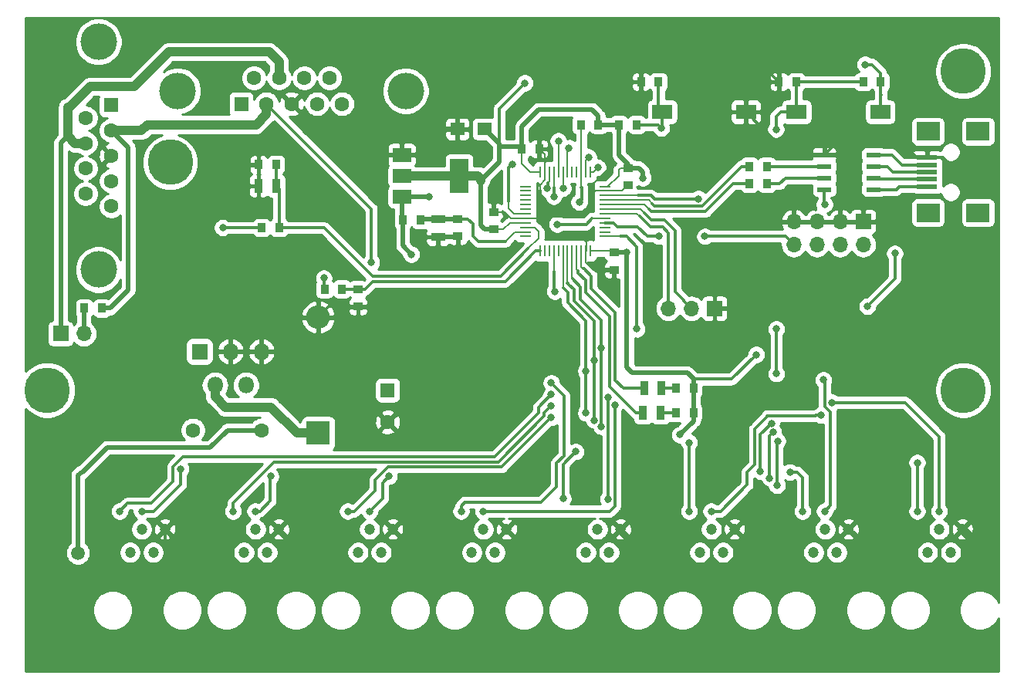
<source format=gbr>
G04 #@! TF.GenerationSoftware,KiCad,Pcbnew,(6.0.0-rc1-dev-1613-ga55d9819b)*
G04 #@! TF.CreationDate,2019-06-13T11:48:21+03:00
G04 #@! TF.ProjectId,stm32,73746d33-322e-46b6-9963-61645f706362,rev?*
G04 #@! TF.SameCoordinates,Original*
G04 #@! TF.FileFunction,Copper,L1,Top*
G04 #@! TF.FilePolarity,Positive*
%FSLAX46Y46*%
G04 Gerber Fmt 4.6, Leading zero omitted, Abs format (unit mm)*
G04 Created by KiCad (PCBNEW (6.0.0-rc1-dev-1613-ga55d9819b)) date Чт 13 июн 2019 11:48:21*
%MOMM*%
%LPD*%
G04 APERTURE LIST*
%ADD10R,1.600000X1.600000*%
%ADD11C,1.600000*%
%ADD12R,0.845000X1.000000*%
%ADD13C,5.000000*%
%ADD14C,1.200000*%
%ADD15R,1.535000X1.400000*%
%ADD16R,1.000000X0.845000*%
%ADD17R,2.600000X2.600000*%
%ADD18O,2.600000X2.600000*%
%ADD19R,0.970000X1.500000*%
%ADD20R,1.500000X0.970000*%
%ADD21R,1.700000X1.700000*%
%ADD22O,1.700000X1.700000*%
%ADD23R,2.300000X0.500000*%
%ADD24R,2.500000X2.000000*%
%ADD25R,2.000000X3.800000*%
%ADD26R,2.000000X1.500000*%
%ADD27R,1.300000X0.250000*%
%ADD28R,0.250000X1.300000*%
%ADD29R,1.800000X1.800000*%
%ADD30O,1.800000X1.800000*%
%ADD31R,2.180000X1.600000*%
%ADD32R,1.550000X0.600000*%
%ADD33C,4.000000*%
%ADD34C,0.800000*%
%ADD35C,1.500000*%
%ADD36C,0.300000*%
%ADD37C,1.000000*%
%ADD38C,0.200000*%
%ADD39C,0.500000*%
%ADD40C,0.250000*%
G04 APERTURE END LIST*
D10*
X65849500Y-108013500D03*
D11*
X65849500Y-111513500D03*
D12*
X97475000Y-110500000D03*
X99400000Y-110500000D03*
D13*
X42000000Y-83000000D03*
D14*
X87595000Y-125800000D03*
X88865000Y-123260000D03*
X90135000Y-125800000D03*
X91405000Y-123260000D03*
X75095000Y-125800000D03*
X76365000Y-123260000D03*
X77635000Y-125800000D03*
X78905000Y-123260000D03*
X37595000Y-125800000D03*
X38865000Y-123260000D03*
X40135000Y-125800000D03*
X41405000Y-123260000D03*
X50095000Y-125800000D03*
X51365000Y-123260000D03*
X52635000Y-125800000D03*
X53905000Y-123260000D03*
X62595000Y-125800000D03*
X63865000Y-123260000D03*
X65135000Y-125800000D03*
X66405000Y-123260000D03*
X100095000Y-125800000D03*
X101365000Y-123260000D03*
X102635000Y-125800000D03*
X103905000Y-123260000D03*
X112595000Y-125800000D03*
X113865000Y-123260000D03*
X115135000Y-125800000D03*
X116405000Y-123260000D03*
X125095000Y-125800000D03*
X126365000Y-123260000D03*
X127635000Y-125800000D03*
X128905000Y-123260000D03*
D13*
X28500000Y-108000000D03*
X129000000Y-73000000D03*
X129000000Y-108000000D03*
D15*
X76454000Y-79349600D03*
X73519000Y-79349600D03*
D12*
X95577500Y-74168000D03*
X93652500Y-74168000D03*
X118036500Y-74168000D03*
X119961500Y-74168000D03*
D16*
X62611000Y-96901000D03*
X62611000Y-98826000D03*
X90678000Y-94815500D03*
X90678000Y-92890500D03*
D12*
X82496500Y-81534000D03*
X80571500Y-81534000D03*
D16*
X77470000Y-88445500D03*
X77470000Y-90370500D03*
X92202000Y-85544500D03*
X92202000Y-83619500D03*
D17*
X58229500Y-112712500D03*
D18*
X58229500Y-100012500D03*
D19*
X93890000Y-110500000D03*
X95800000Y-110500000D03*
X93990000Y-107800000D03*
X95900000Y-107800000D03*
X53599000Y-85598000D03*
X51689000Y-85598000D03*
D20*
X71374000Y-89276000D03*
X71374000Y-91186000D03*
D21*
X29972000Y-101803200D03*
D22*
X32512000Y-101803200D03*
D11*
X52006500Y-112395000D03*
X44506500Y-112395000D03*
D21*
X101727000Y-99034000D03*
D22*
X99187000Y-99034000D03*
X96647000Y-99034000D03*
D23*
X125039000Y-85674000D03*
X125039000Y-84874000D03*
X125039000Y-84074000D03*
X125039000Y-83274000D03*
X125039000Y-82474000D03*
D24*
X125139000Y-88524000D03*
X130639000Y-88524000D03*
X125139000Y-79624000D03*
X130639000Y-79624000D03*
D12*
X52006500Y-90170000D03*
X53931500Y-90170000D03*
X53614000Y-83248500D03*
X51689000Y-83248500D03*
X67515900Y-89306400D03*
X69440900Y-89306400D03*
D16*
X73558400Y-89210200D03*
X73558400Y-91135200D03*
D12*
X34487800Y-99009200D03*
X32562800Y-99009200D03*
X87048500Y-78867000D03*
X88973500Y-78867000D03*
X110690500Y-74168000D03*
X108765500Y-74168000D03*
X93164500Y-78867000D03*
X91239500Y-78867000D03*
X97500000Y-107800000D03*
X99425000Y-107800000D03*
X107452000Y-85344000D03*
X105527000Y-85344000D03*
X107452000Y-83439000D03*
X105527000Y-83439000D03*
X60853000Y-96901000D03*
X58928000Y-96901000D03*
D25*
X73710800Y-84480400D03*
D26*
X67410800Y-84480400D03*
X67410800Y-86780400D03*
X67410800Y-82180400D03*
D27*
X80994000Y-85642000D03*
X80994000Y-86142000D03*
X80994000Y-86642000D03*
X80994000Y-87142000D03*
X80994000Y-87642000D03*
X80994000Y-88142000D03*
X80994000Y-88642000D03*
X80994000Y-89142000D03*
X80994000Y-89642000D03*
X80994000Y-90142000D03*
X80994000Y-90642000D03*
X80994000Y-91142000D03*
D28*
X82594000Y-92742000D03*
X83094000Y-92742000D03*
X83594000Y-92742000D03*
X84094000Y-92742000D03*
X84594000Y-92742000D03*
X85094000Y-92742000D03*
X85594000Y-92742000D03*
X86094000Y-92742000D03*
X86594000Y-92742000D03*
X87094000Y-92742000D03*
X87594000Y-92742000D03*
X88094000Y-92742000D03*
D27*
X89694000Y-91142000D03*
X89694000Y-90642000D03*
X89694000Y-90142000D03*
X89694000Y-89642000D03*
X89694000Y-89142000D03*
X89694000Y-88642000D03*
X89694000Y-88142000D03*
X89694000Y-87642000D03*
X89694000Y-87142000D03*
X89694000Y-86642000D03*
X89694000Y-86142000D03*
X89694000Y-85642000D03*
D28*
X88094000Y-84042000D03*
X87594000Y-84042000D03*
X87094000Y-84042000D03*
X86594000Y-84042000D03*
X86094000Y-84042000D03*
X85594000Y-84042000D03*
X85094000Y-84042000D03*
X84594000Y-84042000D03*
X84094000Y-84042000D03*
X83594000Y-84042000D03*
X83094000Y-84042000D03*
X82594000Y-84042000D03*
D29*
X45212000Y-103759000D03*
D30*
X46912000Y-107459000D03*
X48612000Y-103759000D03*
X50312000Y-107459000D03*
X52012000Y-103759000D03*
D31*
X95994000Y-77470000D03*
X105174000Y-77470000D03*
X110726000Y-77470000D03*
X119906000Y-77470000D03*
D32*
X119159000Y-85979000D03*
X119159000Y-84709000D03*
X119159000Y-83439000D03*
X119159000Y-82169000D03*
X113759000Y-82169000D03*
X113759000Y-83439000D03*
X113759000Y-84709000D03*
X113759000Y-85979000D03*
D10*
X49784000Y-76581000D03*
D11*
X52554000Y-76581000D03*
X55324000Y-76581000D03*
X58094000Y-76581000D03*
X60864000Y-76581000D03*
X51169000Y-73741000D03*
X53939000Y-73741000D03*
X56709000Y-73741000D03*
X59479000Y-73741000D03*
D33*
X67824000Y-75161000D03*
X42824000Y-75161000D03*
D10*
X35542500Y-76744000D03*
D11*
X35542500Y-79514000D03*
X35542500Y-82284000D03*
X35542500Y-85054000D03*
X35542500Y-87824000D03*
X32702500Y-78129000D03*
X32702500Y-80899000D03*
X32702500Y-83669000D03*
X32702500Y-86439000D03*
D33*
X34122500Y-69784000D03*
X34122500Y-94784000D03*
D21*
X118040000Y-89500000D03*
D22*
X118040000Y-92040000D03*
X115500000Y-89500000D03*
X115500000Y-92040000D03*
X112960000Y-89500000D03*
X112960000Y-92040000D03*
X110420000Y-89500000D03*
X110420000Y-92040000D03*
D34*
X47752000Y-90170000D03*
X31242000Y-115443000D03*
D35*
X27291000Y-119709000D03*
D34*
X82931000Y-88900000D03*
X76073000Y-93218000D03*
X124333000Y-91440000D03*
X77000000Y-101800000D03*
X80899000Y-74295000D03*
X118237000Y-72263000D03*
X93853000Y-84709000D03*
X106299000Y-104101000D03*
X92109500Y-92890500D03*
X97900000Y-112900000D03*
D35*
X31877000Y-125857000D03*
D34*
X68453000Y-93091000D03*
X70358000Y-86804500D03*
X95885000Y-79248000D03*
X79502000Y-83185000D03*
X108458000Y-79375000D03*
X84582000Y-80645000D03*
X64071500Y-93980000D03*
X36449000Y-121285000D03*
X83800000Y-108500000D03*
X38862000Y-121285000D03*
X43148000Y-116648000D03*
X106743500Y-116915500D03*
X107950000Y-111633000D03*
X48895000Y-121285000D03*
X83800000Y-109700000D03*
X51308000Y-121285000D03*
X53028213Y-117471787D03*
X107759500Y-117665500D03*
X108159529Y-112610804D03*
X61468000Y-121285000D03*
X83800000Y-111000000D03*
X66000000Y-117450000D03*
X63881000Y-121285000D03*
X108575037Y-118440037D03*
X108648500Y-113601500D03*
X73914000Y-121285000D03*
X83800000Y-107200000D03*
X76327000Y-121285000D03*
X90793000Y-109607000D03*
X86487000Y-114750000D03*
X85100000Y-119900000D03*
X90043000Y-119943000D03*
X90043000Y-108757000D03*
X98933000Y-121285000D03*
X98933000Y-113750000D03*
X101346000Y-121285000D03*
X113411000Y-110744000D03*
X111379000Y-121285000D03*
X110000000Y-117000000D03*
X113792000Y-121285000D03*
X113665000Y-106870500D03*
X123952000Y-121285000D03*
X123952000Y-115952000D03*
X126365000Y-121285000D03*
X114617500Y-109347000D03*
X84201000Y-97155000D03*
X83312000Y-85852000D03*
X84074000Y-86741000D03*
X85090000Y-85852000D03*
X108500000Y-106200000D03*
X108500000Y-101300000D03*
X93200000Y-101300000D03*
X89293000Y-112000000D03*
X89293000Y-103393000D03*
X88500000Y-111300000D03*
X88500000Y-104700000D03*
X87600000Y-110500000D03*
X87600000Y-105900000D03*
X85725000Y-81407000D03*
X113792000Y-87630000D03*
X86868000Y-87376000D03*
X58864500Y-95694500D03*
X84455000Y-89789000D03*
X99949000Y-86995000D03*
X88900000Y-83566000D03*
X87884000Y-82423000D03*
X95631000Y-91122500D03*
X100647500Y-91122500D03*
X118491000Y-98806000D03*
X121500000Y-93000000D03*
D36*
X52006500Y-90170000D02*
X47752000Y-90170000D01*
D37*
X32131000Y-114554000D02*
X32131000Y-108331000D01*
X31242000Y-115443000D02*
X32131000Y-114554000D01*
D38*
X88138000Y-86142000D02*
X88138000Y-85598000D01*
X89916000Y-83820000D02*
X89916000Y-81153000D01*
X88138000Y-85598000D02*
X89916000Y-83820000D01*
D37*
X27178000Y-119761000D02*
X27239000Y-119761000D01*
X27239000Y-119761000D02*
X27291000Y-119709000D01*
D36*
X126797000Y-82474000D02*
X125039000Y-82474000D01*
X129286000Y-84963000D02*
X126797000Y-82474000D01*
X129286000Y-86360000D02*
X129286000Y-84963000D01*
X127635000Y-88011000D02*
X129286000Y-86360000D01*
X127635000Y-89916000D02*
X127635000Y-88011000D01*
X126111000Y-91440000D02*
X127635000Y-89916000D01*
X124333000Y-91440000D02*
X126111000Y-91440000D01*
X125039000Y-82474000D02*
X123876000Y-82474000D01*
X123876000Y-82474000D02*
X121793000Y-80391000D01*
X121793000Y-80391000D02*
X115537000Y-80391000D01*
X115537000Y-80391000D02*
X113759000Y-82169000D01*
X113759000Y-82169000D02*
X109873000Y-82169000D01*
X109873000Y-82169000D02*
X105174000Y-77470000D01*
X93652500Y-74168000D02*
X93652500Y-71755000D01*
X93652500Y-71755000D02*
X93472000Y-71755000D01*
X105174000Y-77470000D02*
X105174000Y-71755000D01*
X105174000Y-71755000D02*
X105029000Y-71755000D01*
X93472000Y-71755000D02*
X105029000Y-71755000D01*
X105029000Y-71755000D02*
X106352500Y-71755000D01*
X106352500Y-71755000D02*
X108765500Y-74168000D01*
D38*
X87630000Y-92706000D02*
X87630000Y-91059000D01*
D36*
X82931000Y-90043000D02*
X83947000Y-91059000D01*
X83947000Y-91059000D02*
X87630000Y-91059000D01*
X82931000Y-90043000D02*
X82931000Y-88900000D01*
D38*
X87630000Y-92706000D02*
X87594000Y-92742000D01*
X89694000Y-86142000D02*
X88138000Y-86142000D01*
X88138000Y-86142000D02*
X88138000Y-86106000D01*
D36*
X86868000Y-88900000D02*
X82931000Y-88900000D01*
X88138000Y-87630000D02*
X88138000Y-86106000D01*
X86868000Y-88900000D02*
X88138000Y-87630000D01*
X82550000Y-86106000D02*
X82550000Y-88519000D01*
D38*
X83094000Y-84927000D02*
X82550000Y-85471000D01*
X82550000Y-85471000D02*
X82550000Y-86106000D01*
X83094000Y-84042000D02*
X83094000Y-84927000D01*
D36*
X82550000Y-88519000D02*
X82931000Y-88900000D01*
D38*
X80994000Y-89142000D02*
X82689000Y-89142000D01*
X82689000Y-89142000D02*
X82931000Y-88900000D01*
D36*
X76073000Y-93218000D02*
X74041000Y-93218000D01*
X108765500Y-74168000D02*
X108765500Y-73967500D01*
X105174000Y-77470000D02*
X105590500Y-77470000D01*
D37*
X27178000Y-125857000D02*
X27178000Y-119761000D01*
X27178000Y-119761000D02*
X27178000Y-119507000D01*
X27178000Y-119507000D02*
X31242000Y-115443000D01*
X45085000Y-129032000D02*
X30353000Y-129032000D01*
X30353000Y-129032000D02*
X27178000Y-125857000D01*
D36*
X53905000Y-123260000D02*
X53905000Y-123628000D01*
X53905000Y-123628000D02*
X55753000Y-125476000D01*
X55753000Y-125476000D02*
X55753000Y-129032000D01*
X66405000Y-123260000D02*
X66491000Y-123260000D01*
X66491000Y-123260000D02*
X68453000Y-125222000D01*
X68453000Y-125222000D02*
X68453000Y-129032000D01*
X78905000Y-123260000D02*
X79064000Y-123260000D01*
X79064000Y-123260000D02*
X81153000Y-125349000D01*
X81153000Y-125349000D02*
X81153000Y-129032000D01*
X91405000Y-123260000D02*
X91405000Y-123790000D01*
X91405000Y-123790000D02*
X92837000Y-125222000D01*
X92837000Y-125222000D02*
X92837000Y-129032000D01*
X103905000Y-123260000D02*
X103905000Y-123336000D01*
X103905000Y-123336000D02*
X106045000Y-125476000D01*
X106045000Y-125476000D02*
X106045000Y-129032000D01*
X116405000Y-123260000D02*
X116656000Y-123260000D01*
X116656000Y-123260000D02*
X118364000Y-124968000D01*
X118364000Y-124968000D02*
X118364000Y-129032000D01*
X118364000Y-129032000D02*
X118491000Y-129032000D01*
X41405000Y-123260000D02*
X41405000Y-125479000D01*
D37*
X130556000Y-124911000D02*
X128905000Y-123260000D01*
X130556000Y-127254000D02*
X130556000Y-124911000D01*
X128778000Y-129032000D02*
X130556000Y-127254000D01*
D36*
X44958000Y-129032000D02*
X45085000Y-129032000D01*
D37*
X45085000Y-129032000D02*
X55753000Y-129032000D01*
X55753000Y-129032000D02*
X68453000Y-129032000D01*
X68453000Y-129032000D02*
X81153000Y-129032000D01*
X81153000Y-129032000D02*
X92837000Y-129032000D01*
X92837000Y-129032000D02*
X106045000Y-129032000D01*
X106045000Y-129032000D02*
X118491000Y-129032000D01*
X118491000Y-129032000D02*
X128778000Y-129032000D01*
D36*
X41405000Y-125479000D02*
X44958000Y-129032000D01*
D38*
X87594000Y-92742000D02*
X87594000Y-93944000D01*
X88465500Y-94815500D02*
X90678000Y-94815500D01*
X87594000Y-93944000D02*
X88465500Y-94815500D01*
X80994000Y-89142000D02*
X79363000Y-89142000D01*
X79363000Y-89142000D02*
X78666500Y-88445500D01*
X78666500Y-88445500D02*
X77470000Y-88445500D01*
X83094000Y-84042000D02*
X83094000Y-82131500D01*
X83094000Y-82131500D02*
X82496500Y-81534000D01*
X89694000Y-86142000D02*
X91604500Y-86142000D01*
X91604500Y-86142000D02*
X92202000Y-85544500D01*
D36*
X51689000Y-83248500D02*
X51689000Y-85598000D01*
X71424800Y-91135200D02*
X71374000Y-91186000D01*
X73558400Y-91135200D02*
X71424800Y-91135200D01*
X73558400Y-92441600D02*
X73411500Y-92588500D01*
X73558400Y-91135200D02*
X73558400Y-92441600D01*
X74041000Y-93218000D02*
X73411500Y-92588500D01*
X73411500Y-92588500D02*
X73406000Y-92583000D01*
D39*
X68991600Y-79349600D02*
X73519000Y-79349600D01*
X67410800Y-82180400D02*
X67410800Y-80930400D01*
X67410800Y-80930400D02*
X68991600Y-79349600D01*
D36*
X59416000Y-98826000D02*
X58229500Y-100012500D01*
X62611000Y-98826000D02*
X59416000Y-98826000D01*
X74026000Y-98826000D02*
X77000000Y-101800000D01*
X62611000Y-98826000D02*
X74026000Y-98826000D01*
X119961500Y-74168000D02*
X119961500Y-73225500D01*
X80899000Y-74295000D02*
X78359000Y-76835000D01*
X118999000Y-72263000D02*
X118237000Y-72263000D01*
X119961500Y-73225500D02*
X118999000Y-72263000D01*
D38*
X89694000Y-85642000D02*
X89999000Y-85642000D01*
X89999000Y-85642000D02*
X91186000Y-84455000D01*
X91386500Y-83619500D02*
X92202000Y-83619500D01*
X91186000Y-83820000D02*
X91386500Y-83619500D01*
X91186000Y-84455000D02*
X91186000Y-83820000D01*
D39*
X76073000Y-89916000D02*
X76073000Y-84963000D01*
X78105000Y-82931000D02*
X78105000Y-81280000D01*
D36*
X78105000Y-81280000D02*
X78105000Y-77089000D01*
X78105000Y-77089000D02*
X78359000Y-76835000D01*
X120015000Y-75565000D02*
X119961500Y-75565000D01*
X119961500Y-75565000D02*
X120015000Y-75565000D01*
X120015000Y-75565000D02*
X119961500Y-75565000D01*
X119961500Y-74168000D02*
X119961500Y-75565000D01*
X119961500Y-75565000D02*
X119961500Y-77414500D01*
X119961500Y-77414500D02*
X119906000Y-77470000D01*
D39*
X93398500Y-83619500D02*
X92202000Y-83619500D01*
X93853000Y-84074000D02*
X93398500Y-83619500D01*
X93853000Y-84709000D02*
X93853000Y-84074000D01*
X80571500Y-81534000D02*
X80571500Y-79067500D01*
X88973500Y-77924500D02*
X88973500Y-78867000D01*
X88265000Y-77216000D02*
X88973500Y-77924500D01*
X82423000Y-77216000D02*
X88265000Y-77216000D01*
X80571500Y-79067500D02*
X82423000Y-77216000D01*
X91239500Y-78867000D02*
X91239500Y-82222500D01*
D36*
X92202000Y-83185000D02*
X92202000Y-83619500D01*
D39*
X91239500Y-82222500D02*
X92202000Y-83185000D01*
X77470000Y-90370500D02*
X76527500Y-90370500D01*
X76527500Y-90370500D02*
X76073000Y-89916000D01*
X80317500Y-81280000D02*
X78105000Y-81280000D01*
D36*
X80317500Y-81280000D02*
X80571500Y-81534000D01*
X119834500Y-77398500D02*
X119906000Y-77470000D01*
D39*
X88973500Y-78867000D02*
X91239500Y-78867000D01*
D38*
X88094000Y-92742000D02*
X90529500Y-92742000D01*
X90529500Y-92742000D02*
X90678000Y-92890500D01*
X77470000Y-90370500D02*
X78539500Y-90370500D01*
X79268000Y-89642000D02*
X80994000Y-89642000D01*
X78539500Y-90370500D02*
X79268000Y-89642000D01*
X82594000Y-84042000D02*
X81502000Y-84042000D01*
X80571500Y-83111500D02*
X80571500Y-81534000D01*
X81502000Y-84042000D02*
X80571500Y-83111500D01*
D39*
X90678000Y-92890500D02*
X92109500Y-92890500D01*
X99400000Y-107825000D02*
X99425000Y-107800000D01*
X99400000Y-110500000D02*
X99400000Y-107825000D01*
X99400000Y-110500000D02*
X99400000Y-110577500D01*
X99400000Y-110577500D02*
X99400000Y-111400000D01*
X99400000Y-111400000D02*
X97900000Y-112900000D01*
X99425000Y-106800000D02*
X98725000Y-106100000D01*
X99425000Y-107800000D02*
X99425000Y-106800000D01*
X92109500Y-105509500D02*
X92700000Y-106100000D01*
X92109500Y-92890500D02*
X92109500Y-105509500D01*
X98725000Y-106100000D02*
X92700000Y-106100000D01*
D36*
X103600000Y-106800000D02*
X106299000Y-104101000D01*
X99425000Y-106800000D02*
X103600000Y-106800000D01*
D37*
X67410800Y-84480400D02*
X73710800Y-84480400D01*
D39*
X76073000Y-84963000D02*
X78105000Y-82931000D01*
D37*
X75710800Y-84480400D02*
X73710800Y-84480400D01*
X76073000Y-84842600D02*
X75710800Y-84480400D01*
X76073000Y-84963000D02*
X76073000Y-84842600D01*
D39*
X76521500Y-79349600D02*
X76454000Y-79349600D01*
X78105000Y-80933100D02*
X76521500Y-79349600D01*
X78105000Y-81280000D02*
X78105000Y-80933100D01*
X32385000Y-116967000D02*
X32258000Y-116967000D01*
X32258000Y-116967000D02*
X31877000Y-117348000D01*
X31877000Y-117348000D02*
X31877000Y-125857000D01*
X52006500Y-112395000D02*
X48260000Y-112395000D01*
X48260000Y-112395000D02*
X46355000Y-114300000D01*
X35052000Y-114300000D02*
X34988500Y-114363500D01*
X46355000Y-114300000D02*
X35052000Y-114300000D01*
X34988500Y-114363500D02*
X32385000Y-116967000D01*
X67515900Y-92153900D02*
X68453000Y-93091000D01*
X67515900Y-89306400D02*
X67515900Y-92153900D01*
X67410800Y-89201300D02*
X67515900Y-89306400D01*
X67410800Y-86780400D02*
X67410800Y-89201300D01*
X67410800Y-86780400D02*
X70333900Y-86780400D01*
X70333900Y-86780400D02*
X70358000Y-86804500D01*
D36*
X93164500Y-78867000D02*
X95504000Y-78867000D01*
X95504000Y-78867000D02*
X95885000Y-79248000D01*
X95994000Y-79139000D02*
X95994000Y-77470000D01*
X95885000Y-79248000D02*
X95994000Y-79139000D01*
X95577500Y-74168000D02*
X95577500Y-77053500D01*
X95577500Y-77053500D02*
X95994000Y-77470000D01*
X79121000Y-87249000D02*
X79121000Y-83566000D01*
D38*
X79752000Y-88642000D02*
X79121000Y-88011000D01*
X79121000Y-88011000D02*
X79121000Y-87249000D01*
X80994000Y-88642000D02*
X79752000Y-88642000D01*
D36*
X79121000Y-83566000D02*
X79502000Y-83185000D01*
X95704500Y-77343000D02*
X95631000Y-77343000D01*
X95704500Y-77343000D02*
X95831500Y-77307500D01*
X95831500Y-77307500D02*
X95994000Y-77470000D01*
X110726000Y-77470000D02*
X108966000Y-77470000D01*
X108966000Y-77470000D02*
X108458000Y-77978000D01*
X108458000Y-77978000D02*
X108458000Y-79375000D01*
X110690500Y-74168000D02*
X118036500Y-74168000D01*
X110726000Y-77470000D02*
X110726000Y-74203500D01*
X110726000Y-74203500D02*
X110690500Y-74168000D01*
D38*
X84594000Y-80657000D02*
X84582000Y-80645000D01*
X84594000Y-84042000D02*
X84594000Y-80657000D01*
D37*
X46912000Y-108731792D02*
X48035208Y-109855000D01*
X46912000Y-107459000D02*
X46912000Y-108731792D01*
X48035208Y-109855000D02*
X53072000Y-109855000D01*
X55929500Y-112712500D02*
X58229500Y-112712500D01*
X53072000Y-109855000D02*
X55929500Y-112712500D01*
X31571130Y-80899000D02*
X30745630Y-80073500D01*
X32702500Y-80899000D02*
X31571130Y-80899000D01*
D39*
X29972000Y-80847130D02*
X30745630Y-80073500D01*
X29972000Y-101803200D02*
X29972000Y-80847130D01*
D37*
X30745630Y-76950370D02*
X30745630Y-80073500D01*
X30952132Y-76950370D02*
X30745630Y-76950370D01*
X53939000Y-71973000D02*
X52832000Y-70866000D01*
X53939000Y-73741000D02*
X53939000Y-71973000D01*
X33218501Y-74684001D02*
X38028499Y-74684001D01*
X52832000Y-70866000D02*
X41846500Y-70866000D01*
X38028499Y-74684001D02*
X41846500Y-70866000D01*
X33218501Y-74684001D02*
X30952132Y-76950370D01*
D39*
X37401500Y-81373000D02*
X35542500Y-79514000D01*
X37401500Y-91567000D02*
X37401500Y-81373000D01*
D36*
X64071500Y-88098500D02*
X64071500Y-93980000D01*
X52554000Y-76581000D02*
X64071500Y-88098500D01*
D37*
X35542500Y-79514000D02*
X38850000Y-79514000D01*
X38850000Y-79514000D02*
X39497000Y-78867000D01*
X39497000Y-78867000D02*
X51435000Y-78867000D01*
X52554000Y-77748000D02*
X52554000Y-76581000D01*
X51435000Y-78867000D02*
X52554000Y-77748000D01*
D39*
X37401500Y-97018000D02*
X37401500Y-91567000D01*
X34487800Y-99009200D02*
X35410300Y-99009200D01*
X35410300Y-99009200D02*
X37401500Y-97018000D01*
D36*
X97475000Y-110500000D02*
X95800000Y-110500000D01*
D38*
X86594000Y-92742000D02*
X86594000Y-94722000D01*
D36*
X86741000Y-95123000D02*
X86741000Y-94869000D01*
D38*
X86594000Y-94722000D02*
X86741000Y-94869000D01*
D36*
X93105000Y-110500000D02*
X90200000Y-107595000D01*
X93890000Y-110500000D02*
X93105000Y-110500000D01*
X90200000Y-107595000D02*
X90200000Y-99900000D01*
X87559000Y-97259000D02*
X87559000Y-95941000D01*
X90200000Y-99900000D02*
X87559000Y-97259000D01*
X87559000Y-95941000D02*
X86741000Y-95123000D01*
X95900000Y-107800000D02*
X97500000Y-107800000D01*
D38*
X87094000Y-92742000D02*
X87094000Y-94460000D01*
D36*
X93990000Y-107800000D02*
X91700000Y-107800000D01*
X91700000Y-107800000D02*
X90800000Y-106900000D01*
X90800000Y-106900000D02*
X90800000Y-99500000D01*
X90800000Y-99500000D02*
X88200000Y-96900000D01*
X88200000Y-96900000D02*
X88200000Y-95874880D01*
X87317000Y-94683000D02*
X87383000Y-94683000D01*
D38*
X87094000Y-94460000D02*
X87317000Y-94683000D01*
D36*
X88200000Y-95500000D02*
X88200000Y-95874880D01*
X87383000Y-94683000D02*
X88200000Y-95500000D01*
X125039000Y-84874000D02*
X119324000Y-84874000D01*
X119324000Y-84874000D02*
X119159000Y-84709000D01*
X119159000Y-83439000D02*
X120650000Y-83439000D01*
X121285000Y-84074000D02*
X125039000Y-84074000D01*
X120650000Y-83439000D02*
X121285000Y-84074000D01*
X107452000Y-83439000D02*
X113759000Y-83439000D01*
X113759000Y-84709000D02*
X109474000Y-84709000D01*
X108839000Y-85344000D02*
X107452000Y-85344000D01*
X109474000Y-84709000D02*
X108839000Y-85344000D01*
D39*
X32512000Y-99060000D02*
X32562800Y-99009200D01*
X32512000Y-101803200D02*
X32512000Y-99060000D01*
D36*
X83800000Y-108500000D02*
X82400000Y-109900000D01*
X82400000Y-109900000D02*
X82400000Y-110500000D01*
X82400000Y-110500000D02*
X77600000Y-115300000D01*
X43385998Y-115300000D02*
X42300000Y-116385998D01*
X77600000Y-115300000D02*
X43385998Y-115300000D01*
X42300000Y-116385998D02*
X42300000Y-118000000D01*
X42300000Y-118000000D02*
X39900000Y-120400000D01*
X37334000Y-120400000D02*
X36449000Y-121285000D01*
X39900000Y-120400000D02*
X37334000Y-120400000D01*
X38862000Y-121285000D02*
X40215000Y-121285000D01*
X43148000Y-118352000D02*
X43148000Y-116648000D01*
X40215000Y-121285000D02*
X43148000Y-118352000D01*
X106743500Y-116915500D02*
X106743500Y-116349815D01*
X106743500Y-116349815D02*
X106743500Y-112839500D01*
X106743500Y-112839500D02*
X107950000Y-111633000D01*
X83049999Y-110450001D02*
X83049999Y-110850001D01*
X83800000Y-109700000D02*
X83049999Y-110450001D01*
X83049999Y-110850001D02*
X78000000Y-115900000D01*
X53400000Y-115900000D02*
X48895000Y-120405000D01*
X78000000Y-115900000D02*
X53400000Y-115900000D01*
X48895000Y-121285000D02*
X48895000Y-120405000D01*
X52959000Y-120142000D02*
X51816000Y-121285000D01*
X51816000Y-121285000D02*
X51308000Y-121285000D01*
X52959000Y-117541000D02*
X53028213Y-117471787D01*
X52959000Y-118041000D02*
X52959000Y-120142000D01*
X52959000Y-117541000D02*
X52959000Y-118041000D01*
X107759500Y-113010833D02*
X107759500Y-117665500D01*
X108159529Y-112610804D02*
X107759500Y-113010833D01*
X61468000Y-121285000D02*
X62215000Y-121285000D01*
X62215000Y-121285000D02*
X64500000Y-119000000D01*
X64500000Y-117839998D02*
X65900000Y-116439998D01*
X64500000Y-119000000D02*
X64500000Y-117839998D01*
X78360002Y-116439998D02*
X83800000Y-111000000D01*
X65900000Y-116439998D02*
X78360002Y-116439998D01*
X65278000Y-119888000D02*
X65278000Y-118872000D01*
X63881000Y-121285000D02*
X65278000Y-119888000D01*
X65278000Y-118872000D02*
X65278000Y-118172000D01*
X65278000Y-118172000D02*
X66000000Y-117450000D01*
X108575037Y-118440037D02*
X108575037Y-113674963D01*
X108575037Y-113674963D02*
X108648500Y-113601500D01*
X73914000Y-120719315D02*
X74333315Y-120300000D01*
X73914000Y-121285000D02*
X73914000Y-120719315D01*
X74333315Y-120300000D02*
X82700000Y-120300000D01*
X82700000Y-120300000D02*
X84400000Y-118600000D01*
X83800000Y-107200000D02*
X85200000Y-108600000D01*
X85200000Y-108600000D02*
X85200000Y-115200000D01*
X85200000Y-115200000D02*
X84400000Y-116000000D01*
X84400000Y-118600000D02*
X84400000Y-116000000D01*
X76327000Y-121285000D02*
X90215000Y-121285000D01*
X90215000Y-121285000D02*
X90793000Y-120707000D01*
X90793000Y-110107000D02*
X90793000Y-109607000D01*
X90793000Y-120707000D02*
X90793000Y-110107000D01*
X85100000Y-116137000D02*
X86487000Y-114750000D01*
X85100000Y-119900000D02*
X85100000Y-116137000D01*
X89992500Y-120192500D02*
X90043000Y-120142000D01*
X90043000Y-119943000D02*
X89992500Y-120192500D01*
X90043000Y-109943000D02*
X90043000Y-108757000D01*
X90043000Y-120142000D02*
X90043000Y-109943000D01*
X98933000Y-115062000D02*
X98933000Y-113750000D01*
X98933000Y-115062000D02*
X98933000Y-121285000D01*
X105300000Y-118400000D02*
X102415000Y-121285000D01*
X105300000Y-117000000D02*
X105300000Y-118400000D01*
X106100000Y-116200000D02*
X105300000Y-117000000D01*
X113411000Y-110744000D02*
X112845315Y-110744000D01*
X112845315Y-110744000D02*
X112781815Y-110807500D01*
X107507500Y-110807500D02*
X107507500Y-110892500D01*
X102415000Y-121285000D02*
X101346000Y-121285000D01*
X106100000Y-112300000D02*
X106100000Y-116200000D01*
X112781815Y-110807500D02*
X107507500Y-110807500D01*
X107507500Y-110892500D02*
X106100000Y-112300000D01*
X110000000Y-117000000D02*
X110758000Y-117000000D01*
X110758000Y-117000000D02*
X111379000Y-117621000D01*
X111379000Y-121285000D02*
X111379000Y-117621000D01*
X113665000Y-106870500D02*
X113792000Y-106997500D01*
X113792000Y-106997500D02*
X113792000Y-109791500D01*
X113792000Y-109791500D02*
X114427000Y-110426500D01*
X114427000Y-120650000D02*
X113792000Y-121285000D01*
X114427000Y-110426500D02*
X114427000Y-120650000D01*
X123952000Y-115952000D02*
X123952000Y-121285000D01*
X114617500Y-109347000D02*
X122618500Y-109347000D01*
X126365000Y-113093500D02*
X126365000Y-113220500D01*
X122618500Y-109347000D02*
X126365000Y-113093500D01*
X126365000Y-113220500D02*
X126365000Y-121285000D01*
D38*
X93603000Y-88142000D02*
X93980000Y-88519000D01*
X93091000Y-88142000D02*
X93603000Y-88142000D01*
X93091000Y-88142000D02*
X89694000Y-88142000D01*
D36*
X94742000Y-89281000D02*
X93980000Y-88519000D01*
X98337001Y-98184001D02*
X98337001Y-98137001D01*
X99187000Y-99034000D02*
X98337001Y-98184001D01*
X98337001Y-98137001D02*
X97400000Y-97200000D01*
X97400000Y-97200000D02*
X97400000Y-90500000D01*
X96181000Y-89281000D02*
X96081000Y-89281000D01*
X97400000Y-90500000D02*
X96181000Y-89281000D01*
X94742000Y-89281000D02*
X96081000Y-89281000D01*
D38*
X93214000Y-88642000D02*
X93472000Y-88900000D01*
X93214000Y-88642000D02*
X89694000Y-88642000D01*
D36*
X94678500Y-90106500D02*
X96012000Y-90106500D01*
X94678500Y-90106500D02*
X93472000Y-88900000D01*
X96012000Y-90106500D02*
X96647000Y-90741500D01*
X96647000Y-93747000D02*
X96647000Y-99034000D01*
X96647000Y-93747000D02*
X96647000Y-94234000D01*
X96647000Y-90741500D02*
X96647000Y-93747000D01*
X84094000Y-97048000D02*
X84201000Y-97155000D01*
X84094000Y-97048000D02*
X84094000Y-94976000D01*
D38*
X84094000Y-92742000D02*
X84094000Y-94976000D01*
X82014000Y-90142000D02*
X82423000Y-90551000D01*
X82423000Y-90551000D02*
X82423000Y-91313000D01*
X82014000Y-90142000D02*
X80994000Y-90142000D01*
D36*
X53599000Y-83263500D02*
X53614000Y-83248500D01*
X53599000Y-85598000D02*
X53599000Y-83263500D01*
X53931500Y-85930500D02*
X53599000Y-85598000D01*
X53931500Y-90170000D02*
X53931500Y-85930500D01*
D38*
X82423000Y-91313000D02*
X81248250Y-92487750D01*
D36*
X78232000Y-95504000D02*
X81248250Y-92487750D01*
X64198500Y-95504000D02*
X78232000Y-95504000D01*
X58864500Y-90170000D02*
X64198500Y-95504000D01*
X53931500Y-90170000D02*
X58864500Y-90170000D01*
X75184000Y-91059000D02*
X75819000Y-91694000D01*
X75819000Y-91694000D02*
X78740000Y-91694000D01*
D38*
X79792000Y-90642000D02*
X78740000Y-91694000D01*
X79792000Y-90642000D02*
X80994000Y-90642000D01*
D39*
X71439800Y-89210200D02*
X71374000Y-89276000D01*
X73558400Y-89210200D02*
X71439800Y-89210200D01*
X69471300Y-89276000D02*
X69440900Y-89306400D01*
X71374000Y-89276000D02*
X69471300Y-89276000D01*
D36*
X75184000Y-91059000D02*
X75184000Y-89725500D01*
X74668700Y-89210200D02*
X73558400Y-89210200D01*
X75184000Y-89725500D02*
X74668700Y-89210200D01*
X83439000Y-85725000D02*
X83439000Y-85217000D01*
X83312000Y-85852000D02*
X83439000Y-85725000D01*
D38*
X83594000Y-84042000D02*
X83594000Y-85062000D01*
X83594000Y-85062000D02*
X83439000Y-85217000D01*
D36*
X84094000Y-85725000D02*
X84094000Y-86721000D01*
X84094000Y-86721000D02*
X84074000Y-86741000D01*
D38*
X84094000Y-84042000D02*
X84094000Y-85725000D01*
X85094000Y-85848000D02*
X85090000Y-85852000D01*
X85094000Y-84042000D02*
X85094000Y-85848000D01*
D36*
X108500000Y-106200000D02*
X108500000Y-101300000D01*
X92042000Y-91142000D02*
X93200000Y-92300000D01*
D38*
X89694000Y-91142000D02*
X91396000Y-91142000D01*
D36*
X93200000Y-92300000D02*
X93200000Y-101300000D01*
X91396000Y-91142000D02*
X92042000Y-91142000D01*
X86995000Y-96647000D02*
X86106000Y-95758000D01*
D38*
X86094000Y-92742000D02*
X86094000Y-95746000D01*
X86094000Y-95746000D02*
X86106000Y-95758000D01*
D36*
X89293000Y-100300000D02*
X89293000Y-101493000D01*
X86995000Y-98002000D02*
X89293000Y-100300000D01*
X86995000Y-97595000D02*
X86995000Y-98002000D01*
X86995000Y-97595000D02*
X86995000Y-96647000D01*
X89293000Y-112000000D02*
X89293000Y-103393000D01*
X89293000Y-103393000D02*
X89293000Y-101493000D01*
D38*
X85594000Y-92742000D02*
X85594000Y-96262000D01*
X85594000Y-96262000D02*
X85598000Y-96266000D01*
D36*
X88500000Y-111300000D02*
X88500000Y-104700000D01*
X85594000Y-96262000D02*
X85594000Y-96294000D01*
X85766000Y-96434000D02*
X85598000Y-96266000D01*
X86300000Y-96968000D02*
X85766000Y-96434000D01*
X86300000Y-98200000D02*
X86300000Y-96968000D01*
X88500000Y-100400000D02*
X86300000Y-98200000D01*
X88500000Y-104700000D02*
X88500000Y-100400000D01*
X87600000Y-110500000D02*
X87600000Y-105900000D01*
X87600000Y-103600000D02*
X87600000Y-100400000D01*
X87600000Y-105900000D02*
X87600000Y-103600000D01*
X87600000Y-100400000D02*
X85600000Y-98400000D01*
X85600000Y-98400000D02*
X85600000Y-97312000D01*
X85600000Y-97312000D02*
X85094000Y-96806000D01*
D38*
X85094000Y-92742000D02*
X85094000Y-96806000D01*
X85594000Y-81538000D02*
X85725000Y-81407000D01*
X85594000Y-84042000D02*
X85594000Y-81538000D01*
D36*
X119159000Y-85979000D02*
X121666000Y-85979000D01*
X121971000Y-85674000D02*
X125039000Y-85674000D01*
X121666000Y-85979000D02*
X121971000Y-85674000D01*
X119159000Y-82169000D02*
X121158000Y-82169000D01*
X122263000Y-83274000D02*
X125039000Y-83274000D01*
X121158000Y-82169000D02*
X122263000Y-83274000D01*
X94488000Y-88138000D02*
X94742000Y-88392000D01*
D38*
X93992000Y-87642000D02*
X94488000Y-88138000D01*
X93345000Y-87642000D02*
X93992000Y-87642000D01*
D36*
X94742000Y-88392000D02*
X95504000Y-88392000D01*
X100711000Y-88392000D02*
X103759000Y-85344000D01*
X105527000Y-85344000D02*
X103759000Y-85344000D01*
X95504000Y-88392000D02*
X100711000Y-88392000D01*
D38*
X93345000Y-87642000D02*
X89694000Y-87642000D01*
D36*
X94869000Y-87503000D02*
X95123000Y-87757000D01*
D38*
X94508000Y-87142000D02*
X94869000Y-87503000D01*
X93853000Y-87142000D02*
X94508000Y-87142000D01*
D36*
X104648000Y-83439000D02*
X105527000Y-83439000D01*
X100330000Y-87757000D02*
X104648000Y-83439000D01*
X95123000Y-87757000D02*
X100330000Y-87757000D01*
D38*
X93853000Y-87142000D02*
X89694000Y-87142000D01*
X82594000Y-92742000D02*
X82594000Y-92920000D01*
D36*
X60853000Y-96901000D02*
X62611000Y-96901000D01*
X63411000Y-96901000D02*
X64236500Y-96075500D01*
X62611000Y-96901000D02*
X63411000Y-96901000D01*
X64236500Y-96075500D02*
X78740000Y-96075500D01*
X82073500Y-92742000D02*
X82594000Y-92742000D01*
X78740000Y-96075500D02*
X82073500Y-92742000D01*
X113759000Y-85979000D02*
X113759000Y-87597000D01*
X113759000Y-87597000D02*
X113792000Y-87630000D01*
X87122000Y-85725000D02*
X87122000Y-87122000D01*
X87122000Y-85725000D02*
X87094000Y-85725000D01*
D38*
X87094000Y-85725000D02*
X87094000Y-84042000D01*
D36*
X87122000Y-87122000D02*
X86868000Y-87376000D01*
D38*
X87094000Y-84042000D02*
X87094000Y-78912500D01*
X87094000Y-78912500D02*
X87048500Y-78867000D01*
D36*
X58864500Y-96837500D02*
X58928000Y-96901000D01*
X58864500Y-95694500D02*
X58864500Y-96837500D01*
D38*
X89694000Y-89142000D02*
X88277000Y-89142000D01*
D36*
X87630000Y-89789000D02*
X88277000Y-89142000D01*
X84455000Y-89789000D02*
X87630000Y-89789000D01*
X94107000Y-86642000D02*
X94770000Y-86642000D01*
X94770000Y-86642000D02*
X95123000Y-86995000D01*
X93444000Y-86642000D02*
X94107000Y-86642000D01*
X93345000Y-86642000D02*
X93444000Y-86642000D01*
D38*
X89694000Y-86642000D02*
X93345000Y-86642000D01*
D36*
X95123000Y-86995000D02*
X99949000Y-86995000D01*
D38*
X88094000Y-84042000D02*
X88424000Y-84042000D01*
X88424000Y-84042000D02*
X88900000Y-83566000D01*
X87884000Y-82423000D02*
X87594000Y-82713000D01*
X87594000Y-82713000D02*
X87594000Y-84042000D01*
D36*
X90644000Y-89642000D02*
X91045000Y-90043000D01*
X89694000Y-89642000D02*
X90644000Y-89642000D01*
X91045000Y-90043000D02*
X93281500Y-90043000D01*
X93281500Y-90043000D02*
X94361000Y-91122500D01*
X94361000Y-91122500D02*
X95631000Y-91122500D01*
X109502500Y-91122500D02*
X110420000Y-92040000D01*
X100647500Y-91122500D02*
X109502500Y-91122500D01*
X118491000Y-98806000D02*
X121500000Y-95797000D01*
X121500000Y-95797000D02*
X121500000Y-93000000D01*
D40*
G36*
X132875000Y-131321144D02*
G01*
X132781770Y-131096067D01*
X132538270Y-130731645D01*
X132228355Y-130421730D01*
X131863933Y-130178230D01*
X131459009Y-130010505D01*
X131029143Y-129925000D01*
X130590857Y-129925000D01*
X130160991Y-130010505D01*
X129756067Y-130178230D01*
X129391645Y-130421730D01*
X129081730Y-130731645D01*
X128838230Y-131096067D01*
X128670505Y-131500991D01*
X128585000Y-131930857D01*
X128585000Y-132369143D01*
X128670505Y-132799009D01*
X128838230Y-133203933D01*
X129081730Y-133568355D01*
X129391645Y-133878270D01*
X129756067Y-134121770D01*
X130160991Y-134289495D01*
X130590857Y-134375000D01*
X131029143Y-134375000D01*
X131459009Y-134289495D01*
X131863933Y-134121770D01*
X132228355Y-133878270D01*
X132538270Y-133568355D01*
X132781770Y-133203933D01*
X132875000Y-132978856D01*
X132875000Y-138875000D01*
X26125000Y-138875000D01*
X26125000Y-131930857D01*
X33465000Y-131930857D01*
X33465000Y-132369143D01*
X33550505Y-132799009D01*
X33718230Y-133203933D01*
X33961730Y-133568355D01*
X34271645Y-133878270D01*
X34636067Y-134121770D01*
X35040991Y-134289495D01*
X35470857Y-134375000D01*
X35909143Y-134375000D01*
X36339009Y-134289495D01*
X36743933Y-134121770D01*
X37108355Y-133878270D01*
X37418270Y-133568355D01*
X37661770Y-133203933D01*
X37829495Y-132799009D01*
X37915000Y-132369143D01*
X37915000Y-131930857D01*
X41085000Y-131930857D01*
X41085000Y-132369143D01*
X41170505Y-132799009D01*
X41338230Y-133203933D01*
X41581730Y-133568355D01*
X41891645Y-133878270D01*
X42256067Y-134121770D01*
X42660991Y-134289495D01*
X43090857Y-134375000D01*
X43529143Y-134375000D01*
X43959009Y-134289495D01*
X44363933Y-134121770D01*
X44728355Y-133878270D01*
X45038270Y-133568355D01*
X45281770Y-133203933D01*
X45449495Y-132799009D01*
X45535000Y-132369143D01*
X45535000Y-131930857D01*
X45965000Y-131930857D01*
X45965000Y-132369143D01*
X46050505Y-132799009D01*
X46218230Y-133203933D01*
X46461730Y-133568355D01*
X46771645Y-133878270D01*
X47136067Y-134121770D01*
X47540991Y-134289495D01*
X47970857Y-134375000D01*
X48409143Y-134375000D01*
X48839009Y-134289495D01*
X49243933Y-134121770D01*
X49608355Y-133878270D01*
X49918270Y-133568355D01*
X50161770Y-133203933D01*
X50329495Y-132799009D01*
X50415000Y-132369143D01*
X50415000Y-131930857D01*
X53585000Y-131930857D01*
X53585000Y-132369143D01*
X53670505Y-132799009D01*
X53838230Y-133203933D01*
X54081730Y-133568355D01*
X54391645Y-133878270D01*
X54756067Y-134121770D01*
X55160991Y-134289495D01*
X55590857Y-134375000D01*
X56029143Y-134375000D01*
X56459009Y-134289495D01*
X56863933Y-134121770D01*
X57228355Y-133878270D01*
X57538270Y-133568355D01*
X57781770Y-133203933D01*
X57949495Y-132799009D01*
X58035000Y-132369143D01*
X58035000Y-131930857D01*
X58465000Y-131930857D01*
X58465000Y-132369143D01*
X58550505Y-132799009D01*
X58718230Y-133203933D01*
X58961730Y-133568355D01*
X59271645Y-133878270D01*
X59636067Y-134121770D01*
X60040991Y-134289495D01*
X60470857Y-134375000D01*
X60909143Y-134375000D01*
X61339009Y-134289495D01*
X61743933Y-134121770D01*
X62108355Y-133878270D01*
X62418270Y-133568355D01*
X62661770Y-133203933D01*
X62829495Y-132799009D01*
X62915000Y-132369143D01*
X62915000Y-131930857D01*
X66085000Y-131930857D01*
X66085000Y-132369143D01*
X66170505Y-132799009D01*
X66338230Y-133203933D01*
X66581730Y-133568355D01*
X66891645Y-133878270D01*
X67256067Y-134121770D01*
X67660991Y-134289495D01*
X68090857Y-134375000D01*
X68529143Y-134375000D01*
X68959009Y-134289495D01*
X69363933Y-134121770D01*
X69728355Y-133878270D01*
X70038270Y-133568355D01*
X70281770Y-133203933D01*
X70449495Y-132799009D01*
X70535000Y-132369143D01*
X70535000Y-131930857D01*
X70965000Y-131930857D01*
X70965000Y-132369143D01*
X71050505Y-132799009D01*
X71218230Y-133203933D01*
X71461730Y-133568355D01*
X71771645Y-133878270D01*
X72136067Y-134121770D01*
X72540991Y-134289495D01*
X72970857Y-134375000D01*
X73409143Y-134375000D01*
X73839009Y-134289495D01*
X74243933Y-134121770D01*
X74608355Y-133878270D01*
X74918270Y-133568355D01*
X75161770Y-133203933D01*
X75329495Y-132799009D01*
X75415000Y-132369143D01*
X75415000Y-131930857D01*
X78585000Y-131930857D01*
X78585000Y-132369143D01*
X78670505Y-132799009D01*
X78838230Y-133203933D01*
X79081730Y-133568355D01*
X79391645Y-133878270D01*
X79756067Y-134121770D01*
X80160991Y-134289495D01*
X80590857Y-134375000D01*
X81029143Y-134375000D01*
X81459009Y-134289495D01*
X81863933Y-134121770D01*
X82228355Y-133878270D01*
X82538270Y-133568355D01*
X82781770Y-133203933D01*
X82949495Y-132799009D01*
X83035000Y-132369143D01*
X83035000Y-131930857D01*
X83465000Y-131930857D01*
X83465000Y-132369143D01*
X83550505Y-132799009D01*
X83718230Y-133203933D01*
X83961730Y-133568355D01*
X84271645Y-133878270D01*
X84636067Y-134121770D01*
X85040991Y-134289495D01*
X85470857Y-134375000D01*
X85909143Y-134375000D01*
X86339009Y-134289495D01*
X86743933Y-134121770D01*
X87108355Y-133878270D01*
X87418270Y-133568355D01*
X87661770Y-133203933D01*
X87829495Y-132799009D01*
X87915000Y-132369143D01*
X87915000Y-131930857D01*
X91085000Y-131930857D01*
X91085000Y-132369143D01*
X91170505Y-132799009D01*
X91338230Y-133203933D01*
X91581730Y-133568355D01*
X91891645Y-133878270D01*
X92256067Y-134121770D01*
X92660991Y-134289495D01*
X93090857Y-134375000D01*
X93529143Y-134375000D01*
X93959009Y-134289495D01*
X94363933Y-134121770D01*
X94728355Y-133878270D01*
X95038270Y-133568355D01*
X95281770Y-133203933D01*
X95449495Y-132799009D01*
X95535000Y-132369143D01*
X95535000Y-131930857D01*
X95965000Y-131930857D01*
X95965000Y-132369143D01*
X96050505Y-132799009D01*
X96218230Y-133203933D01*
X96461730Y-133568355D01*
X96771645Y-133878270D01*
X97136067Y-134121770D01*
X97540991Y-134289495D01*
X97970857Y-134375000D01*
X98409143Y-134375000D01*
X98839009Y-134289495D01*
X99243933Y-134121770D01*
X99608355Y-133878270D01*
X99918270Y-133568355D01*
X100161770Y-133203933D01*
X100329495Y-132799009D01*
X100415000Y-132369143D01*
X100415000Y-131930857D01*
X103585000Y-131930857D01*
X103585000Y-132369143D01*
X103670505Y-132799009D01*
X103838230Y-133203933D01*
X104081730Y-133568355D01*
X104391645Y-133878270D01*
X104756067Y-134121770D01*
X105160991Y-134289495D01*
X105590857Y-134375000D01*
X106029143Y-134375000D01*
X106459009Y-134289495D01*
X106863933Y-134121770D01*
X107228355Y-133878270D01*
X107538270Y-133568355D01*
X107781770Y-133203933D01*
X107949495Y-132799009D01*
X108035000Y-132369143D01*
X108035000Y-131930857D01*
X108465000Y-131930857D01*
X108465000Y-132369143D01*
X108550505Y-132799009D01*
X108718230Y-133203933D01*
X108961730Y-133568355D01*
X109271645Y-133878270D01*
X109636067Y-134121770D01*
X110040991Y-134289495D01*
X110470857Y-134375000D01*
X110909143Y-134375000D01*
X111339009Y-134289495D01*
X111743933Y-134121770D01*
X112108355Y-133878270D01*
X112418270Y-133568355D01*
X112661770Y-133203933D01*
X112829495Y-132799009D01*
X112915000Y-132369143D01*
X112915000Y-131930857D01*
X116085000Y-131930857D01*
X116085000Y-132369143D01*
X116170505Y-132799009D01*
X116338230Y-133203933D01*
X116581730Y-133568355D01*
X116891645Y-133878270D01*
X117256067Y-134121770D01*
X117660991Y-134289495D01*
X118090857Y-134375000D01*
X118529143Y-134375000D01*
X118959009Y-134289495D01*
X119363933Y-134121770D01*
X119728355Y-133878270D01*
X120038270Y-133568355D01*
X120281770Y-133203933D01*
X120449495Y-132799009D01*
X120535000Y-132369143D01*
X120535000Y-131930857D01*
X120965000Y-131930857D01*
X120965000Y-132369143D01*
X121050505Y-132799009D01*
X121218230Y-133203933D01*
X121461730Y-133568355D01*
X121771645Y-133878270D01*
X122136067Y-134121770D01*
X122540991Y-134289495D01*
X122970857Y-134375000D01*
X123409143Y-134375000D01*
X123839009Y-134289495D01*
X124243933Y-134121770D01*
X124608355Y-133878270D01*
X124918270Y-133568355D01*
X125161770Y-133203933D01*
X125329495Y-132799009D01*
X125415000Y-132369143D01*
X125415000Y-131930857D01*
X125329495Y-131500991D01*
X125161770Y-131096067D01*
X124918270Y-130731645D01*
X124608355Y-130421730D01*
X124243933Y-130178230D01*
X123839009Y-130010505D01*
X123409143Y-129925000D01*
X122970857Y-129925000D01*
X122540991Y-130010505D01*
X122136067Y-130178230D01*
X121771645Y-130421730D01*
X121461730Y-130731645D01*
X121218230Y-131096067D01*
X121050505Y-131500991D01*
X120965000Y-131930857D01*
X120535000Y-131930857D01*
X120449495Y-131500991D01*
X120281770Y-131096067D01*
X120038270Y-130731645D01*
X119728355Y-130421730D01*
X119363933Y-130178230D01*
X118959009Y-130010505D01*
X118529143Y-129925000D01*
X118090857Y-129925000D01*
X117660991Y-130010505D01*
X117256067Y-130178230D01*
X116891645Y-130421730D01*
X116581730Y-130731645D01*
X116338230Y-131096067D01*
X116170505Y-131500991D01*
X116085000Y-131930857D01*
X112915000Y-131930857D01*
X112829495Y-131500991D01*
X112661770Y-131096067D01*
X112418270Y-130731645D01*
X112108355Y-130421730D01*
X111743933Y-130178230D01*
X111339009Y-130010505D01*
X110909143Y-129925000D01*
X110470857Y-129925000D01*
X110040991Y-130010505D01*
X109636067Y-130178230D01*
X109271645Y-130421730D01*
X108961730Y-130731645D01*
X108718230Y-131096067D01*
X108550505Y-131500991D01*
X108465000Y-131930857D01*
X108035000Y-131930857D01*
X107949495Y-131500991D01*
X107781770Y-131096067D01*
X107538270Y-130731645D01*
X107228355Y-130421730D01*
X106863933Y-130178230D01*
X106459009Y-130010505D01*
X106029143Y-129925000D01*
X105590857Y-129925000D01*
X105160991Y-130010505D01*
X104756067Y-130178230D01*
X104391645Y-130421730D01*
X104081730Y-130731645D01*
X103838230Y-131096067D01*
X103670505Y-131500991D01*
X103585000Y-131930857D01*
X100415000Y-131930857D01*
X100329495Y-131500991D01*
X100161770Y-131096067D01*
X99918270Y-130731645D01*
X99608355Y-130421730D01*
X99243933Y-130178230D01*
X98839009Y-130010505D01*
X98409143Y-129925000D01*
X97970857Y-129925000D01*
X97540991Y-130010505D01*
X97136067Y-130178230D01*
X96771645Y-130421730D01*
X96461730Y-130731645D01*
X96218230Y-131096067D01*
X96050505Y-131500991D01*
X95965000Y-131930857D01*
X95535000Y-131930857D01*
X95449495Y-131500991D01*
X95281770Y-131096067D01*
X95038270Y-130731645D01*
X94728355Y-130421730D01*
X94363933Y-130178230D01*
X93959009Y-130010505D01*
X93529143Y-129925000D01*
X93090857Y-129925000D01*
X92660991Y-130010505D01*
X92256067Y-130178230D01*
X91891645Y-130421730D01*
X91581730Y-130731645D01*
X91338230Y-131096067D01*
X91170505Y-131500991D01*
X91085000Y-131930857D01*
X87915000Y-131930857D01*
X87829495Y-131500991D01*
X87661770Y-131096067D01*
X87418270Y-130731645D01*
X87108355Y-130421730D01*
X86743933Y-130178230D01*
X86339009Y-130010505D01*
X85909143Y-129925000D01*
X85470857Y-129925000D01*
X85040991Y-130010505D01*
X84636067Y-130178230D01*
X84271645Y-130421730D01*
X83961730Y-130731645D01*
X83718230Y-131096067D01*
X83550505Y-131500991D01*
X83465000Y-131930857D01*
X83035000Y-131930857D01*
X82949495Y-131500991D01*
X82781770Y-131096067D01*
X82538270Y-130731645D01*
X82228355Y-130421730D01*
X81863933Y-130178230D01*
X81459009Y-130010505D01*
X81029143Y-129925000D01*
X80590857Y-129925000D01*
X80160991Y-130010505D01*
X79756067Y-130178230D01*
X79391645Y-130421730D01*
X79081730Y-130731645D01*
X78838230Y-131096067D01*
X78670505Y-131500991D01*
X78585000Y-131930857D01*
X75415000Y-131930857D01*
X75329495Y-131500991D01*
X75161770Y-131096067D01*
X74918270Y-130731645D01*
X74608355Y-130421730D01*
X74243933Y-130178230D01*
X73839009Y-130010505D01*
X73409143Y-129925000D01*
X72970857Y-129925000D01*
X72540991Y-130010505D01*
X72136067Y-130178230D01*
X71771645Y-130421730D01*
X71461730Y-130731645D01*
X71218230Y-131096067D01*
X71050505Y-131500991D01*
X70965000Y-131930857D01*
X70535000Y-131930857D01*
X70449495Y-131500991D01*
X70281770Y-131096067D01*
X70038270Y-130731645D01*
X69728355Y-130421730D01*
X69363933Y-130178230D01*
X68959009Y-130010505D01*
X68529143Y-129925000D01*
X68090857Y-129925000D01*
X67660991Y-130010505D01*
X67256067Y-130178230D01*
X66891645Y-130421730D01*
X66581730Y-130731645D01*
X66338230Y-131096067D01*
X66170505Y-131500991D01*
X66085000Y-131930857D01*
X62915000Y-131930857D01*
X62829495Y-131500991D01*
X62661770Y-131096067D01*
X62418270Y-130731645D01*
X62108355Y-130421730D01*
X61743933Y-130178230D01*
X61339009Y-130010505D01*
X60909143Y-129925000D01*
X60470857Y-129925000D01*
X60040991Y-130010505D01*
X59636067Y-130178230D01*
X59271645Y-130421730D01*
X58961730Y-130731645D01*
X58718230Y-131096067D01*
X58550505Y-131500991D01*
X58465000Y-131930857D01*
X58035000Y-131930857D01*
X57949495Y-131500991D01*
X57781770Y-131096067D01*
X57538270Y-130731645D01*
X57228355Y-130421730D01*
X56863933Y-130178230D01*
X56459009Y-130010505D01*
X56029143Y-129925000D01*
X55590857Y-129925000D01*
X55160991Y-130010505D01*
X54756067Y-130178230D01*
X54391645Y-130421730D01*
X54081730Y-130731645D01*
X53838230Y-131096067D01*
X53670505Y-131500991D01*
X53585000Y-131930857D01*
X50415000Y-131930857D01*
X50329495Y-131500991D01*
X50161770Y-131096067D01*
X49918270Y-130731645D01*
X49608355Y-130421730D01*
X49243933Y-130178230D01*
X48839009Y-130010505D01*
X48409143Y-129925000D01*
X47970857Y-129925000D01*
X47540991Y-130010505D01*
X47136067Y-130178230D01*
X46771645Y-130421730D01*
X46461730Y-130731645D01*
X46218230Y-131096067D01*
X46050505Y-131500991D01*
X45965000Y-131930857D01*
X45535000Y-131930857D01*
X45449495Y-131500991D01*
X45281770Y-131096067D01*
X45038270Y-130731645D01*
X44728355Y-130421730D01*
X44363933Y-130178230D01*
X43959009Y-130010505D01*
X43529143Y-129925000D01*
X43090857Y-129925000D01*
X42660991Y-130010505D01*
X42256067Y-130178230D01*
X41891645Y-130421730D01*
X41581730Y-130731645D01*
X41338230Y-131096067D01*
X41170505Y-131500991D01*
X41085000Y-131930857D01*
X37915000Y-131930857D01*
X37829495Y-131500991D01*
X37661770Y-131096067D01*
X37418270Y-130731645D01*
X37108355Y-130421730D01*
X36743933Y-130178230D01*
X36339009Y-130010505D01*
X35909143Y-129925000D01*
X35470857Y-129925000D01*
X35040991Y-130010505D01*
X34636067Y-130178230D01*
X34271645Y-130421730D01*
X33961730Y-130731645D01*
X33718230Y-131096067D01*
X33550505Y-131500991D01*
X33465000Y-131930857D01*
X26125000Y-131930857D01*
X26125000Y-110044418D01*
X26507928Y-110427346D01*
X27019757Y-110769339D01*
X27588471Y-111004908D01*
X28192214Y-111125000D01*
X28807786Y-111125000D01*
X29411529Y-111004908D01*
X29980243Y-110769339D01*
X30492072Y-110427346D01*
X30927346Y-109992072D01*
X31269339Y-109480243D01*
X31504908Y-108911529D01*
X31625000Y-108307786D01*
X31625000Y-107692214D01*
X31504908Y-107088471D01*
X31269339Y-106519757D01*
X30927346Y-106007928D01*
X30492072Y-105572654D01*
X29980243Y-105230661D01*
X29411529Y-104995092D01*
X28807786Y-104875000D01*
X28192214Y-104875000D01*
X27588471Y-104995092D01*
X27019757Y-105230661D01*
X26507928Y-105572654D01*
X26125000Y-105955582D01*
X26125000Y-100953200D01*
X28493976Y-100953200D01*
X28493976Y-102653200D01*
X28506043Y-102775721D01*
X28541781Y-102893534D01*
X28599817Y-103002111D01*
X28677920Y-103097280D01*
X28773089Y-103175383D01*
X28881666Y-103233419D01*
X28999479Y-103269157D01*
X29122000Y-103281224D01*
X30822000Y-103281224D01*
X30944521Y-103269157D01*
X31062334Y-103233419D01*
X31170911Y-103175383D01*
X31266080Y-103097280D01*
X31344183Y-103002111D01*
X31402219Y-102893534D01*
X31428254Y-102807706D01*
X31463972Y-102851228D01*
X31688569Y-103035551D01*
X31944811Y-103172515D01*
X32222850Y-103256857D01*
X32439548Y-103278200D01*
X32584452Y-103278200D01*
X32801150Y-103256857D01*
X33079189Y-103172515D01*
X33335431Y-103035551D01*
X33550557Y-102859000D01*
X43683976Y-102859000D01*
X43683976Y-104659000D01*
X43696043Y-104781521D01*
X43731781Y-104899334D01*
X43789817Y-105007911D01*
X43867920Y-105103080D01*
X43963089Y-105181183D01*
X44071666Y-105239219D01*
X44189479Y-105274957D01*
X44312000Y-105287024D01*
X46112000Y-105287024D01*
X46234521Y-105274957D01*
X46352334Y-105239219D01*
X46460911Y-105181183D01*
X46556080Y-105103080D01*
X46634183Y-105007911D01*
X46692219Y-104899334D01*
X46727957Y-104781521D01*
X46740024Y-104659000D01*
X46740024Y-104120221D01*
X47130398Y-104120221D01*
X47179405Y-104281791D01*
X47308923Y-104551231D01*
X47488518Y-104790226D01*
X47711288Y-104989592D01*
X47968672Y-105141667D01*
X48250778Y-105240607D01*
X48487000Y-105122623D01*
X48487000Y-103884000D01*
X48737000Y-103884000D01*
X48737000Y-105122623D01*
X48973222Y-105240607D01*
X49255328Y-105141667D01*
X49512712Y-104989592D01*
X49735482Y-104790226D01*
X49915077Y-104551231D01*
X50044595Y-104281791D01*
X50093602Y-104120221D01*
X50530398Y-104120221D01*
X50579405Y-104281791D01*
X50708923Y-104551231D01*
X50888518Y-104790226D01*
X51111288Y-104989592D01*
X51368672Y-105141667D01*
X51650778Y-105240607D01*
X51887000Y-105122623D01*
X51887000Y-103884000D01*
X52137000Y-103884000D01*
X52137000Y-105122623D01*
X52373222Y-105240607D01*
X52655328Y-105141667D01*
X52912712Y-104989592D01*
X53135482Y-104790226D01*
X53315077Y-104551231D01*
X53444595Y-104281791D01*
X53493602Y-104120221D01*
X53375030Y-103884000D01*
X52137000Y-103884000D01*
X51887000Y-103884000D01*
X50648970Y-103884000D01*
X50530398Y-104120221D01*
X50093602Y-104120221D01*
X49975030Y-103884000D01*
X48737000Y-103884000D01*
X48487000Y-103884000D01*
X47248970Y-103884000D01*
X47130398Y-104120221D01*
X46740024Y-104120221D01*
X46740024Y-103397779D01*
X47130398Y-103397779D01*
X47248970Y-103634000D01*
X48487000Y-103634000D01*
X48487000Y-102395377D01*
X48737000Y-102395377D01*
X48737000Y-103634000D01*
X49975030Y-103634000D01*
X50093602Y-103397779D01*
X50530398Y-103397779D01*
X50648970Y-103634000D01*
X51887000Y-103634000D01*
X51887000Y-102395377D01*
X52137000Y-102395377D01*
X52137000Y-103634000D01*
X53375030Y-103634000D01*
X53493602Y-103397779D01*
X53444595Y-103236209D01*
X53315077Y-102966769D01*
X53135482Y-102727774D01*
X52912712Y-102528408D01*
X52655328Y-102376333D01*
X52373222Y-102277393D01*
X52137000Y-102395377D01*
X51887000Y-102395377D01*
X51650778Y-102277393D01*
X51368672Y-102376333D01*
X51111288Y-102528408D01*
X50888518Y-102727774D01*
X50708923Y-102966769D01*
X50579405Y-103236209D01*
X50530398Y-103397779D01*
X50093602Y-103397779D01*
X50044595Y-103236209D01*
X49915077Y-102966769D01*
X49735482Y-102727774D01*
X49512712Y-102528408D01*
X49255328Y-102376333D01*
X48973222Y-102277393D01*
X48737000Y-102395377D01*
X48487000Y-102395377D01*
X48250778Y-102277393D01*
X47968672Y-102376333D01*
X47711288Y-102528408D01*
X47488518Y-102727774D01*
X47308923Y-102966769D01*
X47179405Y-103236209D01*
X47130398Y-103397779D01*
X46740024Y-103397779D01*
X46740024Y-102859000D01*
X46727957Y-102736479D01*
X46692219Y-102618666D01*
X46634183Y-102510089D01*
X46556080Y-102414920D01*
X46460911Y-102336817D01*
X46352334Y-102278781D01*
X46234521Y-102243043D01*
X46112000Y-102230976D01*
X44312000Y-102230976D01*
X44189479Y-102243043D01*
X44071666Y-102278781D01*
X43963089Y-102336817D01*
X43867920Y-102414920D01*
X43789817Y-102510089D01*
X43731781Y-102618666D01*
X43696043Y-102736479D01*
X43683976Y-102859000D01*
X33550557Y-102859000D01*
X33560028Y-102851228D01*
X33744351Y-102626631D01*
X33881315Y-102370389D01*
X33965657Y-102092350D01*
X33994136Y-101803200D01*
X33965657Y-101514050D01*
X33881315Y-101236011D01*
X33744351Y-100979769D01*
X33560028Y-100755172D01*
X33387000Y-100613171D01*
X33387000Y-100436462D01*
X56351763Y-100436462D01*
X56470554Y-100794644D01*
X56656940Y-101122769D01*
X56903759Y-101408227D01*
X57201526Y-101640048D01*
X57538797Y-101809323D01*
X57805538Y-101890233D01*
X58104500Y-101776828D01*
X58104500Y-100137500D01*
X58354500Y-100137500D01*
X58354500Y-101776828D01*
X58653462Y-101890233D01*
X58920203Y-101809323D01*
X59257474Y-101640048D01*
X59555241Y-101408227D01*
X59802060Y-101122769D01*
X59988446Y-100794644D01*
X60107237Y-100436462D01*
X59994191Y-100137500D01*
X58354500Y-100137500D01*
X58104500Y-100137500D01*
X56464809Y-100137500D01*
X56351763Y-100436462D01*
X33387000Y-100436462D01*
X33387000Y-99988060D01*
X33429380Y-99953280D01*
X33507483Y-99858111D01*
X33525300Y-99824778D01*
X33543117Y-99858111D01*
X33621220Y-99953280D01*
X33716389Y-100031383D01*
X33824966Y-100089419D01*
X33942779Y-100125157D01*
X34065300Y-100137224D01*
X34910300Y-100137224D01*
X35032821Y-100125157D01*
X35150634Y-100089419D01*
X35259211Y-100031383D01*
X35354380Y-99953280D01*
X35407800Y-99888187D01*
X35410300Y-99888433D01*
X35453279Y-99884200D01*
X35581830Y-99871539D01*
X35746768Y-99821505D01*
X35898776Y-99740256D01*
X36032012Y-99630912D01*
X36059417Y-99597520D01*
X36068399Y-99588538D01*
X56351763Y-99588538D01*
X56464809Y-99887500D01*
X58104500Y-99887500D01*
X58104500Y-98248172D01*
X58354500Y-98248172D01*
X58354500Y-99887500D01*
X59994191Y-99887500D01*
X60107237Y-99588538D01*
X59988446Y-99230356D01*
X59918518Y-99107250D01*
X61486000Y-99107250D01*
X61486000Y-99310057D01*
X61510018Y-99430806D01*
X61557132Y-99544548D01*
X61625531Y-99646914D01*
X61712586Y-99733969D01*
X61814951Y-99802368D01*
X61928694Y-99849482D01*
X62049443Y-99873500D01*
X62329750Y-99873500D01*
X62486000Y-99717250D01*
X62486000Y-98951000D01*
X62736000Y-98951000D01*
X62736000Y-99717250D01*
X62892250Y-99873500D01*
X63172557Y-99873500D01*
X63293306Y-99849482D01*
X63407049Y-99802368D01*
X63509414Y-99733969D01*
X63596469Y-99646914D01*
X63664868Y-99544548D01*
X63711982Y-99430806D01*
X63736000Y-99310057D01*
X63736000Y-99107250D01*
X63579750Y-98951000D01*
X62736000Y-98951000D01*
X62486000Y-98951000D01*
X61642250Y-98951000D01*
X61486000Y-99107250D01*
X59918518Y-99107250D01*
X59802060Y-98902231D01*
X59555241Y-98616773D01*
X59257474Y-98384952D01*
X58920203Y-98215677D01*
X58653462Y-98134767D01*
X58354500Y-98248172D01*
X58104500Y-98248172D01*
X57805538Y-98134767D01*
X57538797Y-98215677D01*
X57201526Y-98384952D01*
X56903759Y-98616773D01*
X56656940Y-98902231D01*
X56470554Y-99230356D01*
X56351763Y-99588538D01*
X36068399Y-99588538D01*
X37989826Y-97667111D01*
X38023212Y-97639712D01*
X38132556Y-97506476D01*
X38213805Y-97354468D01*
X38263839Y-97189530D01*
X38271960Y-97107074D01*
X38280733Y-97018001D01*
X38276500Y-96975022D01*
X38276500Y-81415978D01*
X38280733Y-81372999D01*
X38263839Y-81201470D01*
X38213805Y-81036532D01*
X38211375Y-81031986D01*
X38132556Y-80884524D01*
X38023212Y-80751288D01*
X37989825Y-80723888D01*
X37904937Y-80639000D01*
X38794739Y-80639000D01*
X38850000Y-80644443D01*
X38905261Y-80639000D01*
X38905264Y-80639000D01*
X39070538Y-80622722D01*
X39282602Y-80558393D01*
X39478040Y-80453929D01*
X39649344Y-80313344D01*
X39684578Y-80270411D01*
X39962989Y-79992000D01*
X41104016Y-79992000D01*
X41088471Y-79995092D01*
X40519757Y-80230661D01*
X40007928Y-80572654D01*
X39572654Y-81007928D01*
X39230661Y-81519757D01*
X38995092Y-82088471D01*
X38875000Y-82692214D01*
X38875000Y-83307786D01*
X38995092Y-83911529D01*
X39230661Y-84480243D01*
X39572654Y-84992072D01*
X40007928Y-85427346D01*
X40519757Y-85769339D01*
X41088471Y-86004908D01*
X41692214Y-86125000D01*
X42307786Y-86125000D01*
X42911529Y-86004908D01*
X43214894Y-85879250D01*
X50579000Y-85879250D01*
X50579000Y-86409557D01*
X50603018Y-86530306D01*
X50650132Y-86644049D01*
X50718531Y-86746414D01*
X50805586Y-86833469D01*
X50907952Y-86901868D01*
X51021694Y-86948982D01*
X51142443Y-86973000D01*
X51407750Y-86973000D01*
X51564000Y-86816750D01*
X51564000Y-85723000D01*
X50735250Y-85723000D01*
X50579000Y-85879250D01*
X43214894Y-85879250D01*
X43480243Y-85769339D01*
X43992072Y-85427346D01*
X44427346Y-84992072D01*
X44564742Y-84786443D01*
X50579000Y-84786443D01*
X50579000Y-85316750D01*
X50735250Y-85473000D01*
X51564000Y-85473000D01*
X51564000Y-84379250D01*
X51483000Y-84298250D01*
X51564000Y-84217250D01*
X51564000Y-83373500D01*
X50797750Y-83373500D01*
X50641500Y-83529750D01*
X50641500Y-83810057D01*
X50665518Y-83930806D01*
X50712632Y-84044549D01*
X50781031Y-84146914D01*
X50868086Y-84233969D01*
X50938925Y-84281302D01*
X50907952Y-84294132D01*
X50805586Y-84362531D01*
X50718531Y-84449586D01*
X50650132Y-84551951D01*
X50603018Y-84665694D01*
X50579000Y-84786443D01*
X44564742Y-84786443D01*
X44769339Y-84480243D01*
X45004908Y-83911529D01*
X45125000Y-83307786D01*
X45125000Y-82692214D01*
X45123952Y-82686943D01*
X50641500Y-82686943D01*
X50641500Y-82967250D01*
X50797750Y-83123500D01*
X51564000Y-83123500D01*
X51564000Y-82279750D01*
X51407750Y-82123500D01*
X51204943Y-82123500D01*
X51084194Y-82147518D01*
X50970452Y-82194632D01*
X50868086Y-82263031D01*
X50781031Y-82350086D01*
X50712632Y-82452451D01*
X50665518Y-82566194D01*
X50641500Y-82686943D01*
X45123952Y-82686943D01*
X45004908Y-82088471D01*
X44769339Y-81519757D01*
X44427346Y-81007928D01*
X43992072Y-80572654D01*
X43480243Y-80230661D01*
X42911529Y-79995092D01*
X42895984Y-79992000D01*
X51379739Y-79992000D01*
X51435000Y-79997443D01*
X51490261Y-79992000D01*
X51490264Y-79992000D01*
X51655538Y-79975722D01*
X51867602Y-79911393D01*
X52063040Y-79806929D01*
X52234344Y-79666344D01*
X52269578Y-79623411D01*
X53310416Y-78582574D01*
X53353344Y-78547344D01*
X53385341Y-78508355D01*
X63296500Y-88419515D01*
X63296501Y-93305429D01*
X63275330Y-93326600D01*
X63211958Y-93421443D01*
X59439432Y-89648918D01*
X59415159Y-89619341D01*
X59297150Y-89522494D01*
X59162514Y-89450530D01*
X59016426Y-89406214D01*
X58902565Y-89395000D01*
X58902563Y-89395000D01*
X58864500Y-89391251D01*
X58826437Y-89395000D01*
X54915690Y-89395000D01*
X54876183Y-89321089D01*
X54798080Y-89225920D01*
X54706500Y-89150762D01*
X54706500Y-86404087D01*
X54712024Y-86348000D01*
X54712024Y-84848000D01*
X54699957Y-84725479D01*
X54664219Y-84607666D01*
X54606183Y-84499089D01*
X54528080Y-84403920D01*
X54432911Y-84325817D01*
X54374000Y-84294328D01*
X54374000Y-84276782D01*
X54385411Y-84270683D01*
X54480580Y-84192580D01*
X54558683Y-84097411D01*
X54616719Y-83988834D01*
X54652457Y-83871021D01*
X54664524Y-83748500D01*
X54664524Y-82748500D01*
X54652457Y-82625979D01*
X54616719Y-82508166D01*
X54558683Y-82399589D01*
X54480580Y-82304420D01*
X54385411Y-82226317D01*
X54276834Y-82168281D01*
X54159021Y-82132543D01*
X54036500Y-82120476D01*
X53191500Y-82120476D01*
X53068979Y-82132543D01*
X52951166Y-82168281D01*
X52842589Y-82226317D01*
X52747420Y-82304420D01*
X52669317Y-82399589D01*
X52651864Y-82432241D01*
X52596969Y-82350086D01*
X52509914Y-82263031D01*
X52407548Y-82194632D01*
X52293806Y-82147518D01*
X52173057Y-82123500D01*
X51970250Y-82123500D01*
X51814000Y-82279750D01*
X51814000Y-83123500D01*
X51834000Y-83123500D01*
X51834000Y-83373500D01*
X51814000Y-83373500D01*
X51814000Y-84217250D01*
X51895000Y-84298250D01*
X51814000Y-84379250D01*
X51814000Y-85473000D01*
X51834000Y-85473000D01*
X51834000Y-85723000D01*
X51814000Y-85723000D01*
X51814000Y-86816750D01*
X51970250Y-86973000D01*
X52235557Y-86973000D01*
X52356306Y-86948982D01*
X52470048Y-86901868D01*
X52572414Y-86833469D01*
X52644625Y-86761258D01*
X52669920Y-86792080D01*
X52765089Y-86870183D01*
X52873666Y-86928219D01*
X52991479Y-86963957D01*
X53114000Y-86976024D01*
X53156501Y-86976024D01*
X53156500Y-89150762D01*
X53064920Y-89225920D01*
X52986817Y-89321089D01*
X52969000Y-89354422D01*
X52951183Y-89321089D01*
X52873080Y-89225920D01*
X52777911Y-89147817D01*
X52669334Y-89089781D01*
X52551521Y-89054043D01*
X52429000Y-89041976D01*
X51584000Y-89041976D01*
X51461479Y-89054043D01*
X51343666Y-89089781D01*
X51235089Y-89147817D01*
X51139920Y-89225920D01*
X51061817Y-89321089D01*
X51022310Y-89395000D01*
X48426570Y-89395000D01*
X48405400Y-89373830D01*
X48237520Y-89261656D01*
X48050982Y-89184390D01*
X47852954Y-89145000D01*
X47651046Y-89145000D01*
X47453018Y-89184390D01*
X47266480Y-89261656D01*
X47098600Y-89373830D01*
X46955830Y-89516600D01*
X46843656Y-89684480D01*
X46766390Y-89871018D01*
X46727000Y-90069046D01*
X46727000Y-90270954D01*
X46766390Y-90468982D01*
X46843656Y-90655520D01*
X46955830Y-90823400D01*
X47098600Y-90966170D01*
X47266480Y-91078344D01*
X47453018Y-91155610D01*
X47651046Y-91195000D01*
X47852954Y-91195000D01*
X48050982Y-91155610D01*
X48237520Y-91078344D01*
X48405400Y-90966170D01*
X48426570Y-90945000D01*
X51022310Y-90945000D01*
X51061817Y-91018911D01*
X51139920Y-91114080D01*
X51235089Y-91192183D01*
X51343666Y-91250219D01*
X51461479Y-91285957D01*
X51584000Y-91298024D01*
X52429000Y-91298024D01*
X52551521Y-91285957D01*
X52669334Y-91250219D01*
X52777911Y-91192183D01*
X52873080Y-91114080D01*
X52951183Y-91018911D01*
X52969000Y-90985578D01*
X52986817Y-91018911D01*
X53064920Y-91114080D01*
X53160089Y-91192183D01*
X53268666Y-91250219D01*
X53386479Y-91285957D01*
X53509000Y-91298024D01*
X54354000Y-91298024D01*
X54476521Y-91285957D01*
X54594334Y-91250219D01*
X54702911Y-91192183D01*
X54798080Y-91114080D01*
X54876183Y-91018911D01*
X54915690Y-90945000D01*
X58543486Y-90945000D01*
X63407235Y-95808750D01*
X63325532Y-95890454D01*
X63233521Y-95862543D01*
X63111000Y-95850476D01*
X62111000Y-95850476D01*
X61988479Y-95862543D01*
X61870666Y-95898281D01*
X61762089Y-95956317D01*
X61736392Y-95977406D01*
X61719580Y-95956920D01*
X61624411Y-95878817D01*
X61515834Y-95820781D01*
X61398021Y-95785043D01*
X61275500Y-95772976D01*
X60430500Y-95772976D01*
X60307979Y-95785043D01*
X60190166Y-95820781D01*
X60081589Y-95878817D01*
X59986420Y-95956920D01*
X59908317Y-96052089D01*
X59890500Y-96085422D01*
X59872683Y-96052089D01*
X59841549Y-96014151D01*
X59850110Y-95993482D01*
X59889500Y-95795454D01*
X59889500Y-95593546D01*
X59850110Y-95395518D01*
X59772844Y-95208980D01*
X59660670Y-95041100D01*
X59517900Y-94898330D01*
X59350020Y-94786156D01*
X59163482Y-94708890D01*
X58965454Y-94669500D01*
X58763546Y-94669500D01*
X58565518Y-94708890D01*
X58378980Y-94786156D01*
X58211100Y-94898330D01*
X58068330Y-95041100D01*
X57956156Y-95208980D01*
X57878890Y-95395518D01*
X57839500Y-95593546D01*
X57839500Y-95795454D01*
X57878890Y-95993482D01*
X57938159Y-96136572D01*
X57925281Y-96160666D01*
X57889543Y-96278479D01*
X57877476Y-96401000D01*
X57877476Y-97401000D01*
X57889543Y-97523521D01*
X57925281Y-97641334D01*
X57983317Y-97749911D01*
X58061420Y-97845080D01*
X58156589Y-97923183D01*
X58265166Y-97981219D01*
X58382979Y-98016957D01*
X58505500Y-98029024D01*
X59350500Y-98029024D01*
X59473021Y-98016957D01*
X59590834Y-97981219D01*
X59699411Y-97923183D01*
X59794580Y-97845080D01*
X59872683Y-97749911D01*
X59890500Y-97716578D01*
X59908317Y-97749911D01*
X59986420Y-97845080D01*
X60081589Y-97923183D01*
X60190166Y-97981219D01*
X60307979Y-98016957D01*
X60430500Y-98029024D01*
X61275500Y-98029024D01*
X61398021Y-98016957D01*
X61515834Y-97981219D01*
X61624411Y-97923183D01*
X61719580Y-97845080D01*
X61736392Y-97824594D01*
X61762089Y-97845683D01*
X61794741Y-97863136D01*
X61712586Y-97918031D01*
X61625531Y-98005086D01*
X61557132Y-98107452D01*
X61510018Y-98221194D01*
X61486000Y-98341943D01*
X61486000Y-98544750D01*
X61642250Y-98701000D01*
X62486000Y-98701000D01*
X62486000Y-98681000D01*
X62736000Y-98681000D01*
X62736000Y-98701000D01*
X63579750Y-98701000D01*
X63736000Y-98544750D01*
X63736000Y-98341943D01*
X63711982Y-98221194D01*
X63664868Y-98107452D01*
X63596469Y-98005086D01*
X63509414Y-97918031D01*
X63427259Y-97863136D01*
X63459911Y-97845683D01*
X63555080Y-97767580D01*
X63633183Y-97672411D01*
X63651644Y-97637873D01*
X63709014Y-97620470D01*
X63843650Y-97548506D01*
X63961659Y-97451659D01*
X63985932Y-97422082D01*
X64557515Y-96850500D01*
X78701937Y-96850500D01*
X78740000Y-96854249D01*
X78778063Y-96850500D01*
X78778065Y-96850500D01*
X78891926Y-96839286D01*
X79038014Y-96794970D01*
X79172650Y-96723006D01*
X79290659Y-96626159D01*
X79314932Y-96596582D01*
X82052665Y-93858850D01*
X82120089Y-93914183D01*
X82228666Y-93972219D01*
X82346479Y-94007957D01*
X82469000Y-94020024D01*
X82719000Y-94020024D01*
X82841521Y-94007957D01*
X82844000Y-94007205D01*
X82846479Y-94007957D01*
X82969000Y-94020024D01*
X83219000Y-94020024D01*
X83341521Y-94007957D01*
X83344000Y-94007205D01*
X83346479Y-94007957D01*
X83369001Y-94010175D01*
X83369001Y-94696216D01*
X83330215Y-94824074D01*
X83319001Y-94937935D01*
X83319000Y-96630053D01*
X83292656Y-96669480D01*
X83215390Y-96856018D01*
X83176000Y-97054046D01*
X83176000Y-97255954D01*
X83215390Y-97453982D01*
X83292656Y-97640520D01*
X83404830Y-97808400D01*
X83547600Y-97951170D01*
X83715480Y-98063344D01*
X83902018Y-98140610D01*
X84100046Y-98180000D01*
X84301954Y-98180000D01*
X84499982Y-98140610D01*
X84686520Y-98063344D01*
X84825000Y-97970814D01*
X84825000Y-98361937D01*
X84821251Y-98400000D01*
X84825000Y-98438063D01*
X84825000Y-98438064D01*
X84836214Y-98551925D01*
X84880530Y-98698013D01*
X84900949Y-98736214D01*
X84952494Y-98832650D01*
X84968780Y-98852494D01*
X85049341Y-98950659D01*
X85078918Y-98974932D01*
X86825001Y-100721016D01*
X86825000Y-103638064D01*
X86825001Y-103638074D01*
X86825000Y-105225430D01*
X86803830Y-105246600D01*
X86691656Y-105414480D01*
X86614390Y-105601018D01*
X86575000Y-105799046D01*
X86575000Y-106000954D01*
X86614390Y-106198982D01*
X86691656Y-106385520D01*
X86803830Y-106553400D01*
X86825001Y-106574571D01*
X86825000Y-109825430D01*
X86803830Y-109846600D01*
X86691656Y-110014480D01*
X86614390Y-110201018D01*
X86575000Y-110399046D01*
X86575000Y-110600954D01*
X86614390Y-110798982D01*
X86691656Y-110985520D01*
X86803830Y-111153400D01*
X86946600Y-111296170D01*
X87114480Y-111408344D01*
X87301018Y-111485610D01*
X87499046Y-111525000D01*
X87499674Y-111525000D01*
X87514390Y-111598982D01*
X87591656Y-111785520D01*
X87703830Y-111953400D01*
X87846600Y-112096170D01*
X88014480Y-112208344D01*
X88201018Y-112285610D01*
X88310905Y-112307468D01*
X88384656Y-112485520D01*
X88496830Y-112653400D01*
X88639600Y-112796170D01*
X88807480Y-112908344D01*
X88994018Y-112985610D01*
X89192046Y-113025000D01*
X89268001Y-113025000D01*
X89268000Y-119268430D01*
X89246830Y-119289600D01*
X89134656Y-119457480D01*
X89057390Y-119644018D01*
X89018000Y-119842046D01*
X89018000Y-120043954D01*
X89057390Y-120241982D01*
X89134656Y-120428520D01*
X89189099Y-120510000D01*
X85925169Y-120510000D01*
X86008344Y-120385520D01*
X86085610Y-120198982D01*
X86125000Y-120000954D01*
X86125000Y-119799046D01*
X86085610Y-119601018D01*
X86008344Y-119414480D01*
X85896170Y-119246600D01*
X85875000Y-119225430D01*
X85875000Y-116458014D01*
X86558015Y-115775000D01*
X86587954Y-115775000D01*
X86785982Y-115735610D01*
X86972520Y-115658344D01*
X87140400Y-115546170D01*
X87283170Y-115403400D01*
X87395344Y-115235520D01*
X87472610Y-115048982D01*
X87512000Y-114850954D01*
X87512000Y-114649046D01*
X87472610Y-114451018D01*
X87395344Y-114264480D01*
X87283170Y-114096600D01*
X87140400Y-113953830D01*
X86972520Y-113841656D01*
X86785982Y-113764390D01*
X86587954Y-113725000D01*
X86386046Y-113725000D01*
X86188018Y-113764390D01*
X86001480Y-113841656D01*
X85975000Y-113859349D01*
X85975000Y-108638063D01*
X85978749Y-108600000D01*
X85973906Y-108550830D01*
X85963786Y-108448074D01*
X85919470Y-108301986D01*
X85865502Y-108201018D01*
X85847506Y-108167349D01*
X85799081Y-108108344D01*
X85750659Y-108049341D01*
X85721088Y-108025073D01*
X84825000Y-107128986D01*
X84825000Y-107099046D01*
X84785610Y-106901018D01*
X84708344Y-106714480D01*
X84596170Y-106546600D01*
X84453400Y-106403830D01*
X84285520Y-106291656D01*
X84098982Y-106214390D01*
X83900954Y-106175000D01*
X83699046Y-106175000D01*
X83501018Y-106214390D01*
X83314480Y-106291656D01*
X83146600Y-106403830D01*
X83003830Y-106546600D01*
X82891656Y-106714480D01*
X82814390Y-106901018D01*
X82775000Y-107099046D01*
X82775000Y-107300954D01*
X82814390Y-107498982D01*
X82891656Y-107685520D01*
X83001558Y-107850000D01*
X82891656Y-108014480D01*
X82814390Y-108201018D01*
X82775000Y-108399046D01*
X82775000Y-108428985D01*
X81878918Y-109325068D01*
X81849341Y-109349341D01*
X81778121Y-109436125D01*
X81752494Y-109467350D01*
X81727351Y-109514390D01*
X81680530Y-109601987D01*
X81636214Y-109748075D01*
X81625986Y-109851926D01*
X81621251Y-109900000D01*
X81625000Y-109938063D01*
X81625000Y-110178985D01*
X77278986Y-114525000D01*
X59890210Y-114525000D01*
X59973580Y-114456580D01*
X60051683Y-114361411D01*
X60109719Y-114252834D01*
X60145457Y-114135021D01*
X60157524Y-114012500D01*
X60157524Y-112499565D01*
X65040212Y-112499565D01*
X65112193Y-112740979D01*
X65365830Y-112861235D01*
X65638053Y-112929698D01*
X65918403Y-112943737D01*
X66196104Y-112902814D01*
X66460486Y-112808500D01*
X66586807Y-112740979D01*
X66658788Y-112499565D01*
X65849500Y-111690277D01*
X65040212Y-112499565D01*
X60157524Y-112499565D01*
X60157524Y-111582403D01*
X64419263Y-111582403D01*
X64460186Y-111860104D01*
X64554500Y-112124486D01*
X64622021Y-112250807D01*
X64863435Y-112322788D01*
X65672723Y-111513500D01*
X66026277Y-111513500D01*
X66835565Y-112322788D01*
X67076979Y-112250807D01*
X67197235Y-111997170D01*
X67265698Y-111724947D01*
X67279737Y-111444597D01*
X67238814Y-111166896D01*
X67144500Y-110902514D01*
X67076979Y-110776193D01*
X66835565Y-110704212D01*
X66026277Y-111513500D01*
X65672723Y-111513500D01*
X64863435Y-110704212D01*
X64622021Y-110776193D01*
X64501765Y-111029830D01*
X64433302Y-111302053D01*
X64419263Y-111582403D01*
X60157524Y-111582403D01*
X60157524Y-111412500D01*
X60145457Y-111289979D01*
X60109719Y-111172166D01*
X60051683Y-111063589D01*
X59973580Y-110968420D01*
X59878411Y-110890317D01*
X59769834Y-110832281D01*
X59652021Y-110796543D01*
X59529500Y-110784476D01*
X56929500Y-110784476D01*
X56806979Y-110796543D01*
X56689166Y-110832281D01*
X56580589Y-110890317D01*
X56485420Y-110968420D01*
X56407317Y-111063589D01*
X56349281Y-111172166D01*
X56313543Y-111289979D01*
X56301476Y-111412500D01*
X56301476Y-111493486D01*
X55335425Y-110527435D01*
X65040212Y-110527435D01*
X65849500Y-111336723D01*
X66658788Y-110527435D01*
X66586807Y-110286021D01*
X66333170Y-110165765D01*
X66060947Y-110097302D01*
X65780597Y-110083263D01*
X65502896Y-110124186D01*
X65238514Y-110218500D01*
X65112193Y-110286021D01*
X65040212Y-110527435D01*
X55335425Y-110527435D01*
X53906578Y-109098589D01*
X53871344Y-109055656D01*
X53700040Y-108915071D01*
X53504602Y-108810607D01*
X53292538Y-108746278D01*
X53127264Y-108730000D01*
X53127261Y-108730000D01*
X53072000Y-108724557D01*
X53016739Y-108730000D01*
X51167153Y-108730000D01*
X51395555Y-108542555D01*
X51586126Y-108310344D01*
X51727733Y-108045416D01*
X51814934Y-107757952D01*
X51844378Y-107459000D01*
X51820199Y-107213500D01*
X64421476Y-107213500D01*
X64421476Y-108813500D01*
X64433543Y-108936021D01*
X64469281Y-109053834D01*
X64527317Y-109162411D01*
X64605420Y-109257580D01*
X64700589Y-109335683D01*
X64809166Y-109393719D01*
X64926979Y-109429457D01*
X65049500Y-109441524D01*
X66649500Y-109441524D01*
X66772021Y-109429457D01*
X66889834Y-109393719D01*
X66998411Y-109335683D01*
X67093580Y-109257580D01*
X67171683Y-109162411D01*
X67229719Y-109053834D01*
X67265457Y-108936021D01*
X67277524Y-108813500D01*
X67277524Y-107213500D01*
X67265457Y-107090979D01*
X67229719Y-106973166D01*
X67171683Y-106864589D01*
X67093580Y-106769420D01*
X66998411Y-106691317D01*
X66889834Y-106633281D01*
X66772021Y-106597543D01*
X66649500Y-106585476D01*
X65049500Y-106585476D01*
X64926979Y-106597543D01*
X64809166Y-106633281D01*
X64700589Y-106691317D01*
X64605420Y-106769420D01*
X64527317Y-106864589D01*
X64469281Y-106973166D01*
X64433543Y-107090979D01*
X64421476Y-107213500D01*
X51820199Y-107213500D01*
X51814934Y-107160048D01*
X51727733Y-106872584D01*
X51586126Y-106607656D01*
X51395555Y-106375445D01*
X51163344Y-106184874D01*
X50898416Y-106043267D01*
X50610952Y-105956066D01*
X50386911Y-105934000D01*
X50237089Y-105934000D01*
X50013048Y-105956066D01*
X49725584Y-106043267D01*
X49460656Y-106184874D01*
X49228445Y-106375445D01*
X49037874Y-106607656D01*
X48896267Y-106872584D01*
X48809066Y-107160048D01*
X48779622Y-107459000D01*
X48809066Y-107757952D01*
X48896267Y-108045416D01*
X49037874Y-108310344D01*
X49228445Y-108542555D01*
X49456847Y-108730000D01*
X48501198Y-108730000D01*
X48138984Y-108367787D01*
X48186126Y-108310344D01*
X48327733Y-108045416D01*
X48414934Y-107757952D01*
X48444378Y-107459000D01*
X48414934Y-107160048D01*
X48327733Y-106872584D01*
X48186126Y-106607656D01*
X47995555Y-106375445D01*
X47763344Y-106184874D01*
X47498416Y-106043267D01*
X47210952Y-105956066D01*
X46986911Y-105934000D01*
X46837089Y-105934000D01*
X46613048Y-105956066D01*
X46325584Y-106043267D01*
X46060656Y-106184874D01*
X45828445Y-106375445D01*
X45637874Y-106607656D01*
X45496267Y-106872584D01*
X45409066Y-107160048D01*
X45379622Y-107459000D01*
X45409066Y-107757952D01*
X45496267Y-108045416D01*
X45637874Y-108310344D01*
X45787000Y-108492054D01*
X45787000Y-108676531D01*
X45781557Y-108731792D01*
X45787000Y-108787053D01*
X45787000Y-108787056D01*
X45803278Y-108952330D01*
X45834721Y-109055982D01*
X45867607Y-109164393D01*
X45959164Y-109335683D01*
X45972072Y-109359832D01*
X46112657Y-109531136D01*
X46155584Y-109566365D01*
X47200634Y-110611416D01*
X47235864Y-110654344D01*
X47407168Y-110794929D01*
X47602606Y-110899393D01*
X47814670Y-110963722D01*
X47979944Y-110980000D01*
X47979946Y-110980000D01*
X48035208Y-110985443D01*
X48090469Y-110980000D01*
X51815877Y-110980000D01*
X51590843Y-111024762D01*
X51331509Y-111132181D01*
X51098115Y-111288130D01*
X50899630Y-111486615D01*
X50877323Y-111520000D01*
X48302979Y-111520000D01*
X48260000Y-111515767D01*
X48217021Y-111520000D01*
X48088470Y-111532661D01*
X47923532Y-111582695D01*
X47771524Y-111663944D01*
X47638288Y-111773288D01*
X47610888Y-111806675D01*
X45992564Y-113425000D01*
X45491755Y-113425000D01*
X45613370Y-113303385D01*
X45769319Y-113069991D01*
X45876738Y-112810657D01*
X45931500Y-112535350D01*
X45931500Y-112254650D01*
X45876738Y-111979343D01*
X45769319Y-111720009D01*
X45613370Y-111486615D01*
X45414885Y-111288130D01*
X45181491Y-111132181D01*
X44922157Y-111024762D01*
X44646850Y-110970000D01*
X44366150Y-110970000D01*
X44090843Y-111024762D01*
X43831509Y-111132181D01*
X43598115Y-111288130D01*
X43399630Y-111486615D01*
X43243681Y-111720009D01*
X43136262Y-111979343D01*
X43081500Y-112254650D01*
X43081500Y-112535350D01*
X43136262Y-112810657D01*
X43243681Y-113069991D01*
X43399630Y-113303385D01*
X43521245Y-113425000D01*
X35094979Y-113425000D01*
X35052000Y-113420767D01*
X35009021Y-113425000D01*
X34880470Y-113437661D01*
X34715532Y-113487695D01*
X34563524Y-113568944D01*
X34430288Y-113678288D01*
X34402883Y-113711681D01*
X34400178Y-113714386D01*
X34400172Y-113714391D01*
X31976562Y-116138002D01*
X31921532Y-116154695D01*
X31769524Y-116235944D01*
X31636288Y-116345288D01*
X31608879Y-116378685D01*
X31288681Y-116698883D01*
X31255288Y-116726288D01*
X31145944Y-116859525D01*
X31064696Y-117011532D01*
X31064695Y-117011533D01*
X31014661Y-117176471D01*
X30997767Y-117348000D01*
X31002000Y-117390979D01*
X31002001Y-124787958D01*
X31000489Y-124788968D01*
X30808968Y-124980489D01*
X30658491Y-125205693D01*
X30554841Y-125455927D01*
X30502000Y-125721574D01*
X30502000Y-125992426D01*
X30554841Y-126258073D01*
X30658491Y-126508307D01*
X30808968Y-126733511D01*
X31000489Y-126925032D01*
X31225693Y-127075509D01*
X31475927Y-127179159D01*
X31741574Y-127232000D01*
X32012426Y-127232000D01*
X32278073Y-127179159D01*
X32528307Y-127075509D01*
X32753511Y-126925032D01*
X32945032Y-126733511D01*
X33095509Y-126508307D01*
X33199159Y-126258073D01*
X33252000Y-125992426D01*
X33252000Y-125721574D01*
X33243601Y-125679348D01*
X36370000Y-125679348D01*
X36370000Y-125920652D01*
X36417076Y-126157319D01*
X36509419Y-126380255D01*
X36643481Y-126580892D01*
X36814108Y-126751519D01*
X37014745Y-126885581D01*
X37237681Y-126977924D01*
X37474348Y-127025000D01*
X37715652Y-127025000D01*
X37952319Y-126977924D01*
X38175255Y-126885581D01*
X38375892Y-126751519D01*
X38546519Y-126580892D01*
X38680581Y-126380255D01*
X38772924Y-126157319D01*
X38820000Y-125920652D01*
X38820000Y-125679348D01*
X38910000Y-125679348D01*
X38910000Y-125920652D01*
X38957076Y-126157319D01*
X39049419Y-126380255D01*
X39183481Y-126580892D01*
X39354108Y-126751519D01*
X39554745Y-126885581D01*
X39777681Y-126977924D01*
X40014348Y-127025000D01*
X40255652Y-127025000D01*
X40492319Y-126977924D01*
X40715255Y-126885581D01*
X40915892Y-126751519D01*
X41086519Y-126580892D01*
X41220581Y-126380255D01*
X41312924Y-126157319D01*
X41360000Y-125920652D01*
X41360000Y-125679348D01*
X48870000Y-125679348D01*
X48870000Y-125920652D01*
X48917076Y-126157319D01*
X49009419Y-126380255D01*
X49143481Y-126580892D01*
X49314108Y-126751519D01*
X49514745Y-126885581D01*
X49737681Y-126977924D01*
X49974348Y-127025000D01*
X50215652Y-127025000D01*
X50452319Y-126977924D01*
X50675255Y-126885581D01*
X50875892Y-126751519D01*
X51046519Y-126580892D01*
X51180581Y-126380255D01*
X51272924Y-126157319D01*
X51320000Y-125920652D01*
X51320000Y-125679348D01*
X51410000Y-125679348D01*
X51410000Y-125920652D01*
X51457076Y-126157319D01*
X51549419Y-126380255D01*
X51683481Y-126580892D01*
X51854108Y-126751519D01*
X52054745Y-126885581D01*
X52277681Y-126977924D01*
X52514348Y-127025000D01*
X52755652Y-127025000D01*
X52992319Y-126977924D01*
X53215255Y-126885581D01*
X53415892Y-126751519D01*
X53586519Y-126580892D01*
X53720581Y-126380255D01*
X53812924Y-126157319D01*
X53860000Y-125920652D01*
X53860000Y-125679348D01*
X61370000Y-125679348D01*
X61370000Y-125920652D01*
X61417076Y-126157319D01*
X61509419Y-126380255D01*
X61643481Y-126580892D01*
X61814108Y-126751519D01*
X62014745Y-126885581D01*
X62237681Y-126977924D01*
X62474348Y-127025000D01*
X62715652Y-127025000D01*
X62952319Y-126977924D01*
X63175255Y-126885581D01*
X63375892Y-126751519D01*
X63546519Y-126580892D01*
X63680581Y-126380255D01*
X63772924Y-126157319D01*
X63820000Y-125920652D01*
X63820000Y-125679348D01*
X63910000Y-125679348D01*
X63910000Y-125920652D01*
X63957076Y-126157319D01*
X64049419Y-126380255D01*
X64183481Y-126580892D01*
X64354108Y-126751519D01*
X64554745Y-126885581D01*
X64777681Y-126977924D01*
X65014348Y-127025000D01*
X65255652Y-127025000D01*
X65492319Y-126977924D01*
X65715255Y-126885581D01*
X65915892Y-126751519D01*
X66086519Y-126580892D01*
X66220581Y-126380255D01*
X66312924Y-126157319D01*
X66360000Y-125920652D01*
X66360000Y-125679348D01*
X73870000Y-125679348D01*
X73870000Y-125920652D01*
X73917076Y-126157319D01*
X74009419Y-126380255D01*
X74143481Y-126580892D01*
X74314108Y-126751519D01*
X74514745Y-126885581D01*
X74737681Y-126977924D01*
X74974348Y-127025000D01*
X75215652Y-127025000D01*
X75452319Y-126977924D01*
X75675255Y-126885581D01*
X75875892Y-126751519D01*
X76046519Y-126580892D01*
X76180581Y-126380255D01*
X76272924Y-126157319D01*
X76320000Y-125920652D01*
X76320000Y-125679348D01*
X76410000Y-125679348D01*
X76410000Y-125920652D01*
X76457076Y-126157319D01*
X76549419Y-126380255D01*
X76683481Y-126580892D01*
X76854108Y-126751519D01*
X77054745Y-126885581D01*
X77277681Y-126977924D01*
X77514348Y-127025000D01*
X77755652Y-127025000D01*
X77992319Y-126977924D01*
X78215255Y-126885581D01*
X78415892Y-126751519D01*
X78586519Y-126580892D01*
X78720581Y-126380255D01*
X78812924Y-126157319D01*
X78860000Y-125920652D01*
X78860000Y-125679348D01*
X86370000Y-125679348D01*
X86370000Y-125920652D01*
X86417076Y-126157319D01*
X86509419Y-126380255D01*
X86643481Y-126580892D01*
X86814108Y-126751519D01*
X87014745Y-126885581D01*
X87237681Y-126977924D01*
X87474348Y-127025000D01*
X87715652Y-127025000D01*
X87952319Y-126977924D01*
X88175255Y-126885581D01*
X88375892Y-126751519D01*
X88546519Y-126580892D01*
X88680581Y-126380255D01*
X88772924Y-126157319D01*
X88820000Y-125920652D01*
X88820000Y-125679348D01*
X88910000Y-125679348D01*
X88910000Y-125920652D01*
X88957076Y-126157319D01*
X89049419Y-126380255D01*
X89183481Y-126580892D01*
X89354108Y-126751519D01*
X89554745Y-126885581D01*
X89777681Y-126977924D01*
X90014348Y-127025000D01*
X90255652Y-127025000D01*
X90492319Y-126977924D01*
X90715255Y-126885581D01*
X90915892Y-126751519D01*
X91086519Y-126580892D01*
X91220581Y-126380255D01*
X91312924Y-126157319D01*
X91360000Y-125920652D01*
X91360000Y-125679348D01*
X98870000Y-125679348D01*
X98870000Y-125920652D01*
X98917076Y-126157319D01*
X99009419Y-126380255D01*
X99143481Y-126580892D01*
X99314108Y-126751519D01*
X99514745Y-126885581D01*
X99737681Y-126977924D01*
X99974348Y-127025000D01*
X100215652Y-127025000D01*
X100452319Y-126977924D01*
X100675255Y-126885581D01*
X100875892Y-126751519D01*
X101046519Y-126580892D01*
X101180581Y-126380255D01*
X101272924Y-126157319D01*
X101320000Y-125920652D01*
X101320000Y-125679348D01*
X101410000Y-125679348D01*
X101410000Y-125920652D01*
X101457076Y-126157319D01*
X101549419Y-126380255D01*
X101683481Y-126580892D01*
X101854108Y-126751519D01*
X102054745Y-126885581D01*
X102277681Y-126977924D01*
X102514348Y-127025000D01*
X102755652Y-127025000D01*
X102992319Y-126977924D01*
X103215255Y-126885581D01*
X103415892Y-126751519D01*
X103586519Y-126580892D01*
X103720581Y-126380255D01*
X103812924Y-126157319D01*
X103860000Y-125920652D01*
X103860000Y-125679348D01*
X111370000Y-125679348D01*
X111370000Y-125920652D01*
X111417076Y-126157319D01*
X111509419Y-126380255D01*
X111643481Y-126580892D01*
X111814108Y-126751519D01*
X112014745Y-126885581D01*
X112237681Y-126977924D01*
X112474348Y-127025000D01*
X112715652Y-127025000D01*
X112952319Y-126977924D01*
X113175255Y-126885581D01*
X113375892Y-126751519D01*
X113546519Y-126580892D01*
X113680581Y-126380255D01*
X113772924Y-126157319D01*
X113820000Y-125920652D01*
X113820000Y-125679348D01*
X113910000Y-125679348D01*
X113910000Y-125920652D01*
X113957076Y-126157319D01*
X114049419Y-126380255D01*
X114183481Y-126580892D01*
X114354108Y-126751519D01*
X114554745Y-126885581D01*
X114777681Y-126977924D01*
X115014348Y-127025000D01*
X115255652Y-127025000D01*
X115492319Y-126977924D01*
X115715255Y-126885581D01*
X115915892Y-126751519D01*
X116086519Y-126580892D01*
X116220581Y-126380255D01*
X116312924Y-126157319D01*
X116360000Y-125920652D01*
X116360000Y-125679348D01*
X123870000Y-125679348D01*
X123870000Y-125920652D01*
X123917076Y-126157319D01*
X124009419Y-126380255D01*
X124143481Y-126580892D01*
X124314108Y-126751519D01*
X124514745Y-126885581D01*
X124737681Y-126977924D01*
X124974348Y-127025000D01*
X125215652Y-127025000D01*
X125452319Y-126977924D01*
X125675255Y-126885581D01*
X125875892Y-126751519D01*
X126046519Y-126580892D01*
X126180581Y-126380255D01*
X126272924Y-126157319D01*
X126320000Y-125920652D01*
X126320000Y-125679348D01*
X126410000Y-125679348D01*
X126410000Y-125920652D01*
X126457076Y-126157319D01*
X126549419Y-126380255D01*
X126683481Y-126580892D01*
X126854108Y-126751519D01*
X127054745Y-126885581D01*
X127277681Y-126977924D01*
X127514348Y-127025000D01*
X127755652Y-127025000D01*
X127992319Y-126977924D01*
X128215255Y-126885581D01*
X128415892Y-126751519D01*
X128586519Y-126580892D01*
X128720581Y-126380255D01*
X128812924Y-126157319D01*
X128860000Y-125920652D01*
X128860000Y-125679348D01*
X128812924Y-125442681D01*
X128720581Y-125219745D01*
X128586519Y-125019108D01*
X128415892Y-124848481D01*
X128215255Y-124714419D01*
X127992319Y-124622076D01*
X127755652Y-124575000D01*
X127514348Y-124575000D01*
X127277681Y-124622076D01*
X127054745Y-124714419D01*
X126854108Y-124848481D01*
X126683481Y-125019108D01*
X126549419Y-125219745D01*
X126457076Y-125442681D01*
X126410000Y-125679348D01*
X126320000Y-125679348D01*
X126272924Y-125442681D01*
X126180581Y-125219745D01*
X126046519Y-125019108D01*
X125875892Y-124848481D01*
X125675255Y-124714419D01*
X125452319Y-124622076D01*
X125215652Y-124575000D01*
X124974348Y-124575000D01*
X124737681Y-124622076D01*
X124514745Y-124714419D01*
X124314108Y-124848481D01*
X124143481Y-125019108D01*
X124009419Y-125219745D01*
X123917076Y-125442681D01*
X123870000Y-125679348D01*
X116360000Y-125679348D01*
X116312924Y-125442681D01*
X116220581Y-125219745D01*
X116086519Y-125019108D01*
X115915892Y-124848481D01*
X115715255Y-124714419D01*
X115492319Y-124622076D01*
X115255652Y-124575000D01*
X115014348Y-124575000D01*
X114777681Y-124622076D01*
X114554745Y-124714419D01*
X114354108Y-124848481D01*
X114183481Y-125019108D01*
X114049419Y-125219745D01*
X113957076Y-125442681D01*
X113910000Y-125679348D01*
X113820000Y-125679348D01*
X113772924Y-125442681D01*
X113680581Y-125219745D01*
X113546519Y-125019108D01*
X113375892Y-124848481D01*
X113175255Y-124714419D01*
X112952319Y-124622076D01*
X112715652Y-124575000D01*
X112474348Y-124575000D01*
X112237681Y-124622076D01*
X112014745Y-124714419D01*
X111814108Y-124848481D01*
X111643481Y-125019108D01*
X111509419Y-125219745D01*
X111417076Y-125442681D01*
X111370000Y-125679348D01*
X103860000Y-125679348D01*
X103812924Y-125442681D01*
X103720581Y-125219745D01*
X103586519Y-125019108D01*
X103415892Y-124848481D01*
X103215255Y-124714419D01*
X102992319Y-124622076D01*
X102755652Y-124575000D01*
X102514348Y-124575000D01*
X102277681Y-124622076D01*
X102054745Y-124714419D01*
X101854108Y-124848481D01*
X101683481Y-125019108D01*
X101549419Y-125219745D01*
X101457076Y-125442681D01*
X101410000Y-125679348D01*
X101320000Y-125679348D01*
X101272924Y-125442681D01*
X101180581Y-125219745D01*
X101046519Y-125019108D01*
X100875892Y-124848481D01*
X100675255Y-124714419D01*
X100452319Y-124622076D01*
X100215652Y-124575000D01*
X99974348Y-124575000D01*
X99737681Y-124622076D01*
X99514745Y-124714419D01*
X99314108Y-124848481D01*
X99143481Y-125019108D01*
X99009419Y-125219745D01*
X98917076Y-125442681D01*
X98870000Y-125679348D01*
X91360000Y-125679348D01*
X91312924Y-125442681D01*
X91220581Y-125219745D01*
X91086519Y-125019108D01*
X90915892Y-124848481D01*
X90715255Y-124714419D01*
X90492319Y-124622076D01*
X90255652Y-124575000D01*
X90014348Y-124575000D01*
X89777681Y-124622076D01*
X89554745Y-124714419D01*
X89354108Y-124848481D01*
X89183481Y-125019108D01*
X89049419Y-125219745D01*
X88957076Y-125442681D01*
X88910000Y-125679348D01*
X88820000Y-125679348D01*
X88772924Y-125442681D01*
X88680581Y-125219745D01*
X88546519Y-125019108D01*
X88375892Y-124848481D01*
X88175255Y-124714419D01*
X87952319Y-124622076D01*
X87715652Y-124575000D01*
X87474348Y-124575000D01*
X87237681Y-124622076D01*
X87014745Y-124714419D01*
X86814108Y-124848481D01*
X86643481Y-125019108D01*
X86509419Y-125219745D01*
X86417076Y-125442681D01*
X86370000Y-125679348D01*
X78860000Y-125679348D01*
X78812924Y-125442681D01*
X78720581Y-125219745D01*
X78586519Y-125019108D01*
X78415892Y-124848481D01*
X78215255Y-124714419D01*
X77992319Y-124622076D01*
X77755652Y-124575000D01*
X77514348Y-124575000D01*
X77277681Y-124622076D01*
X77054745Y-124714419D01*
X76854108Y-124848481D01*
X76683481Y-125019108D01*
X76549419Y-125219745D01*
X76457076Y-125442681D01*
X76410000Y-125679348D01*
X76320000Y-125679348D01*
X76272924Y-125442681D01*
X76180581Y-125219745D01*
X76046519Y-125019108D01*
X75875892Y-124848481D01*
X75675255Y-124714419D01*
X75452319Y-124622076D01*
X75215652Y-124575000D01*
X74974348Y-124575000D01*
X74737681Y-124622076D01*
X74514745Y-124714419D01*
X74314108Y-124848481D01*
X74143481Y-125019108D01*
X74009419Y-125219745D01*
X73917076Y-125442681D01*
X73870000Y-125679348D01*
X66360000Y-125679348D01*
X66312924Y-125442681D01*
X66220581Y-125219745D01*
X66086519Y-125019108D01*
X65915892Y-124848481D01*
X65715255Y-124714419D01*
X65492319Y-124622076D01*
X65255652Y-124575000D01*
X65014348Y-124575000D01*
X64777681Y-124622076D01*
X64554745Y-124714419D01*
X64354108Y-124848481D01*
X64183481Y-125019108D01*
X64049419Y-125219745D01*
X63957076Y-125442681D01*
X63910000Y-125679348D01*
X63820000Y-125679348D01*
X63772924Y-125442681D01*
X63680581Y-125219745D01*
X63546519Y-125019108D01*
X63375892Y-124848481D01*
X63175255Y-124714419D01*
X62952319Y-124622076D01*
X62715652Y-124575000D01*
X62474348Y-124575000D01*
X62237681Y-124622076D01*
X62014745Y-124714419D01*
X61814108Y-124848481D01*
X61643481Y-125019108D01*
X61509419Y-125219745D01*
X61417076Y-125442681D01*
X61370000Y-125679348D01*
X53860000Y-125679348D01*
X53812924Y-125442681D01*
X53720581Y-125219745D01*
X53586519Y-125019108D01*
X53415892Y-124848481D01*
X53215255Y-124714419D01*
X52992319Y-124622076D01*
X52755652Y-124575000D01*
X52514348Y-124575000D01*
X52277681Y-124622076D01*
X52054745Y-124714419D01*
X51854108Y-124848481D01*
X51683481Y-125019108D01*
X51549419Y-125219745D01*
X51457076Y-125442681D01*
X51410000Y-125679348D01*
X51320000Y-125679348D01*
X51272924Y-125442681D01*
X51180581Y-125219745D01*
X51046519Y-125019108D01*
X50875892Y-124848481D01*
X50675255Y-124714419D01*
X50452319Y-124622076D01*
X50215652Y-124575000D01*
X49974348Y-124575000D01*
X49737681Y-124622076D01*
X49514745Y-124714419D01*
X49314108Y-124848481D01*
X49143481Y-125019108D01*
X49009419Y-125219745D01*
X48917076Y-125442681D01*
X48870000Y-125679348D01*
X41360000Y-125679348D01*
X41312924Y-125442681D01*
X41220581Y-125219745D01*
X41086519Y-125019108D01*
X40915892Y-124848481D01*
X40715255Y-124714419D01*
X40492319Y-124622076D01*
X40255652Y-124575000D01*
X40014348Y-124575000D01*
X39777681Y-124622076D01*
X39554745Y-124714419D01*
X39354108Y-124848481D01*
X39183481Y-125019108D01*
X39049419Y-125219745D01*
X38957076Y-125442681D01*
X38910000Y-125679348D01*
X38820000Y-125679348D01*
X38772924Y-125442681D01*
X38680581Y-125219745D01*
X38546519Y-125019108D01*
X38375892Y-124848481D01*
X38175255Y-124714419D01*
X37952319Y-124622076D01*
X37715652Y-124575000D01*
X37474348Y-124575000D01*
X37237681Y-124622076D01*
X37014745Y-124714419D01*
X36814108Y-124848481D01*
X36643481Y-125019108D01*
X36509419Y-125219745D01*
X36417076Y-125442681D01*
X36370000Y-125679348D01*
X33243601Y-125679348D01*
X33199159Y-125455927D01*
X33095509Y-125205693D01*
X32945032Y-124980489D01*
X32753511Y-124788968D01*
X32752000Y-124787958D01*
X32752000Y-117762986D01*
X32873476Y-117698056D01*
X33006712Y-117588712D01*
X33034117Y-117555319D01*
X35414437Y-115175000D01*
X42414983Y-115175000D01*
X41778918Y-115811066D01*
X41749341Y-115835339D01*
X41680297Y-115919470D01*
X41652494Y-115953348D01*
X41623734Y-116007156D01*
X41580530Y-116087985D01*
X41536214Y-116234073D01*
X41525000Y-116347933D01*
X41521251Y-116385998D01*
X41525000Y-116424061D01*
X41525001Y-117678983D01*
X39578986Y-119625000D01*
X37372062Y-119625000D01*
X37333999Y-119621251D01*
X37295936Y-119625000D01*
X37295935Y-119625000D01*
X37182074Y-119636214D01*
X37035986Y-119680530D01*
X37026632Y-119685530D01*
X36901349Y-119752494D01*
X36869358Y-119778749D01*
X36783341Y-119849341D01*
X36759072Y-119878913D01*
X36377985Y-120260000D01*
X36348046Y-120260000D01*
X36150018Y-120299390D01*
X35963480Y-120376656D01*
X35795600Y-120488830D01*
X35652830Y-120631600D01*
X35540656Y-120799480D01*
X35463390Y-120986018D01*
X35424000Y-121184046D01*
X35424000Y-121385954D01*
X35463390Y-121583982D01*
X35540656Y-121770520D01*
X35652830Y-121938400D01*
X35795600Y-122081170D01*
X35963480Y-122193344D01*
X36150018Y-122270610D01*
X36348046Y-122310000D01*
X36549954Y-122310000D01*
X36747982Y-122270610D01*
X36934520Y-122193344D01*
X37102400Y-122081170D01*
X37245170Y-121938400D01*
X37357344Y-121770520D01*
X37434610Y-121583982D01*
X37474000Y-121385954D01*
X37474000Y-121356015D01*
X37655015Y-121175000D01*
X37838799Y-121175000D01*
X37837000Y-121184046D01*
X37837000Y-121385954D01*
X37876390Y-121583982D01*
X37953656Y-121770520D01*
X38065830Y-121938400D01*
X38208600Y-122081170D01*
X38323890Y-122158205D01*
X38284745Y-122174419D01*
X38084108Y-122308481D01*
X37913481Y-122479108D01*
X37779419Y-122679745D01*
X37687076Y-122902681D01*
X37640000Y-123139348D01*
X37640000Y-123380652D01*
X37687076Y-123617319D01*
X37779419Y-123840255D01*
X37913481Y-124040892D01*
X38084108Y-124211519D01*
X38284745Y-124345581D01*
X38507681Y-124437924D01*
X38744348Y-124485000D01*
X38985652Y-124485000D01*
X39222319Y-124437924D01*
X39445255Y-124345581D01*
X39645892Y-124211519D01*
X39754269Y-124103142D01*
X40738635Y-124103142D01*
X40786347Y-124324166D01*
X41005842Y-124424411D01*
X41240677Y-124479909D01*
X41481826Y-124488527D01*
X41720024Y-124449933D01*
X41946116Y-124365610D01*
X42023653Y-124324166D01*
X42071365Y-124103142D01*
X41405000Y-123436777D01*
X40738635Y-124103142D01*
X39754269Y-124103142D01*
X39816519Y-124040892D01*
X39950581Y-123840255D01*
X40042924Y-123617319D01*
X40090000Y-123380652D01*
X40090000Y-123336826D01*
X40176473Y-123336826D01*
X40215067Y-123575024D01*
X40299390Y-123801116D01*
X40340834Y-123878653D01*
X40561858Y-123926365D01*
X41228223Y-123260000D01*
X41581777Y-123260000D01*
X42248142Y-123926365D01*
X42469166Y-123878653D01*
X42569411Y-123659158D01*
X42624909Y-123424323D01*
X42633527Y-123183174D01*
X42594933Y-122944976D01*
X42510610Y-122718884D01*
X42469166Y-122641347D01*
X42248142Y-122593635D01*
X41581777Y-123260000D01*
X41228223Y-123260000D01*
X40561858Y-122593635D01*
X40340834Y-122641347D01*
X40240589Y-122860842D01*
X40185091Y-123095677D01*
X40176473Y-123336826D01*
X40090000Y-123336826D01*
X40090000Y-123139348D01*
X40042924Y-122902681D01*
X39950581Y-122679745D01*
X39816519Y-122479108D01*
X39754269Y-122416858D01*
X40738635Y-122416858D01*
X41405000Y-123083223D01*
X42071365Y-122416858D01*
X42023653Y-122195834D01*
X41804158Y-122095589D01*
X41569323Y-122040091D01*
X41328174Y-122031473D01*
X41089976Y-122070067D01*
X40863884Y-122154390D01*
X40786347Y-122195834D01*
X40738635Y-122416858D01*
X39754269Y-122416858D01*
X39645892Y-122308481D01*
X39445255Y-122174419D01*
X39402406Y-122156670D01*
X39515400Y-122081170D01*
X39536570Y-122060000D01*
X40176937Y-122060000D01*
X40215000Y-122063749D01*
X40253063Y-122060000D01*
X40253065Y-122060000D01*
X40366926Y-122048786D01*
X40513014Y-122004470D01*
X40647650Y-121932506D01*
X40765659Y-121835659D01*
X40789932Y-121806082D01*
X43669094Y-118926922D01*
X43698659Y-118902659D01*
X43795506Y-118784650D01*
X43867470Y-118650014D01*
X43911786Y-118503926D01*
X43923000Y-118390065D01*
X43923000Y-118390064D01*
X43926749Y-118352001D01*
X43923000Y-118313938D01*
X43923000Y-117322570D01*
X43944170Y-117301400D01*
X44056344Y-117133520D01*
X44133610Y-116946982D01*
X44173000Y-116748954D01*
X44173000Y-116547046D01*
X44133610Y-116349018D01*
X44056344Y-116162480D01*
X43997892Y-116075000D01*
X52128985Y-116075000D01*
X48373914Y-119830072D01*
X48344342Y-119854341D01*
X48289956Y-119920611D01*
X48247494Y-119972350D01*
X48179617Y-120099342D01*
X48175531Y-120106986D01*
X48131215Y-120253074D01*
X48121473Y-120351986D01*
X48116251Y-120405000D01*
X48120000Y-120443063D01*
X48120000Y-120610430D01*
X48098830Y-120631600D01*
X47986656Y-120799480D01*
X47909390Y-120986018D01*
X47870000Y-121184046D01*
X47870000Y-121385954D01*
X47909390Y-121583982D01*
X47986656Y-121770520D01*
X48098830Y-121938400D01*
X48241600Y-122081170D01*
X48409480Y-122193344D01*
X48596018Y-122270610D01*
X48794046Y-122310000D01*
X48995954Y-122310000D01*
X49193982Y-122270610D01*
X49380520Y-122193344D01*
X49548400Y-122081170D01*
X49691170Y-121938400D01*
X49803344Y-121770520D01*
X49880610Y-121583982D01*
X49920000Y-121385954D01*
X49920000Y-121184046D01*
X49880610Y-120986018D01*
X49803344Y-120799480D01*
X49720507Y-120675507D01*
X52184000Y-118212015D01*
X52184001Y-119820984D01*
X51676713Y-120328273D01*
X51606982Y-120299390D01*
X51408954Y-120260000D01*
X51207046Y-120260000D01*
X51009018Y-120299390D01*
X50822480Y-120376656D01*
X50654600Y-120488830D01*
X50511830Y-120631600D01*
X50399656Y-120799480D01*
X50322390Y-120986018D01*
X50283000Y-121184046D01*
X50283000Y-121385954D01*
X50322390Y-121583982D01*
X50399656Y-121770520D01*
X50511830Y-121938400D01*
X50654600Y-122081170D01*
X50790555Y-122172012D01*
X50784745Y-122174419D01*
X50584108Y-122308481D01*
X50413481Y-122479108D01*
X50279419Y-122679745D01*
X50187076Y-122902681D01*
X50140000Y-123139348D01*
X50140000Y-123380652D01*
X50187076Y-123617319D01*
X50279419Y-123840255D01*
X50413481Y-124040892D01*
X50584108Y-124211519D01*
X50784745Y-124345581D01*
X51007681Y-124437924D01*
X51244348Y-124485000D01*
X51485652Y-124485000D01*
X51722319Y-124437924D01*
X51945255Y-124345581D01*
X52145892Y-124211519D01*
X52254269Y-124103142D01*
X53238635Y-124103142D01*
X53286347Y-124324166D01*
X53505842Y-124424411D01*
X53740677Y-124479909D01*
X53981826Y-124488527D01*
X54220024Y-124449933D01*
X54446116Y-124365610D01*
X54523653Y-124324166D01*
X54571365Y-124103142D01*
X53905000Y-123436777D01*
X53238635Y-124103142D01*
X52254269Y-124103142D01*
X52316519Y-124040892D01*
X52450581Y-123840255D01*
X52542924Y-123617319D01*
X52590000Y-123380652D01*
X52590000Y-123336826D01*
X52676473Y-123336826D01*
X52715067Y-123575024D01*
X52799390Y-123801116D01*
X52840834Y-123878653D01*
X53061858Y-123926365D01*
X53728223Y-123260000D01*
X54081777Y-123260000D01*
X54748142Y-123926365D01*
X54969166Y-123878653D01*
X55069411Y-123659158D01*
X55124909Y-123424323D01*
X55133527Y-123183174D01*
X55094933Y-122944976D01*
X55010610Y-122718884D01*
X54969166Y-122641347D01*
X54748142Y-122593635D01*
X54081777Y-123260000D01*
X53728223Y-123260000D01*
X53061858Y-122593635D01*
X52840834Y-122641347D01*
X52740589Y-122860842D01*
X52685091Y-123095677D01*
X52676473Y-123336826D01*
X52590000Y-123336826D01*
X52590000Y-123139348D01*
X52542924Y-122902681D01*
X52450581Y-122679745D01*
X52316519Y-122479108D01*
X52254269Y-122416858D01*
X53238635Y-122416858D01*
X53905000Y-123083223D01*
X54571365Y-122416858D01*
X54523653Y-122195834D01*
X54304158Y-122095589D01*
X54069323Y-122040091D01*
X53828174Y-122031473D01*
X53589976Y-122070067D01*
X53363884Y-122154390D01*
X53286347Y-122195834D01*
X53238635Y-122416858D01*
X52254269Y-122416858D01*
X52145892Y-122308481D01*
X51945255Y-122174419D01*
X51869071Y-122142863D01*
X51961400Y-122081170D01*
X52005044Y-122037526D01*
X52114014Y-122004470D01*
X52248650Y-121932506D01*
X52366659Y-121835659D01*
X52390932Y-121806082D01*
X53480087Y-120716928D01*
X53509659Y-120692659D01*
X53571658Y-120617112D01*
X53606506Y-120574651D01*
X53678469Y-120440015D01*
X53678470Y-120440014D01*
X53722786Y-120293926D01*
X53734000Y-120180065D01*
X53734000Y-120180064D01*
X53737749Y-120142001D01*
X53734000Y-120103938D01*
X53734000Y-118215570D01*
X53824383Y-118125187D01*
X53936557Y-117957307D01*
X54013823Y-117770769D01*
X54053213Y-117572741D01*
X54053213Y-117370833D01*
X54013823Y-117172805D01*
X53936557Y-116986267D01*
X53824383Y-116818387D01*
X53701005Y-116695009D01*
X53721015Y-116675000D01*
X64568984Y-116675000D01*
X63978914Y-117265070D01*
X63949342Y-117289339D01*
X63901078Y-117348149D01*
X63852494Y-117407348D01*
X63780531Y-117541984D01*
X63736215Y-117688072D01*
X63721251Y-117839998D01*
X63725001Y-117878070D01*
X63725000Y-118678985D01*
X61997766Y-120406220D01*
X61953520Y-120376656D01*
X61766982Y-120299390D01*
X61568954Y-120260000D01*
X61367046Y-120260000D01*
X61169018Y-120299390D01*
X60982480Y-120376656D01*
X60814600Y-120488830D01*
X60671830Y-120631600D01*
X60559656Y-120799480D01*
X60482390Y-120986018D01*
X60443000Y-121184046D01*
X60443000Y-121385954D01*
X60482390Y-121583982D01*
X60559656Y-121770520D01*
X60671830Y-121938400D01*
X60814600Y-122081170D01*
X60982480Y-122193344D01*
X61169018Y-122270610D01*
X61367046Y-122310000D01*
X61568954Y-122310000D01*
X61766982Y-122270610D01*
X61953520Y-122193344D01*
X62121400Y-122081170D01*
X62142570Y-122060000D01*
X62176937Y-122060000D01*
X62215000Y-122063749D01*
X62253063Y-122060000D01*
X62253065Y-122060000D01*
X62366926Y-122048786D01*
X62513014Y-122004470D01*
X62647650Y-121932506D01*
X62765659Y-121835659D01*
X62789932Y-121806082D01*
X62929553Y-121666461D01*
X62972656Y-121770520D01*
X63084830Y-121938400D01*
X63227600Y-122081170D01*
X63335619Y-122153346D01*
X63284745Y-122174419D01*
X63084108Y-122308481D01*
X62913481Y-122479108D01*
X62779419Y-122679745D01*
X62687076Y-122902681D01*
X62640000Y-123139348D01*
X62640000Y-123380652D01*
X62687076Y-123617319D01*
X62779419Y-123840255D01*
X62913481Y-124040892D01*
X63084108Y-124211519D01*
X63284745Y-124345581D01*
X63507681Y-124437924D01*
X63744348Y-124485000D01*
X63985652Y-124485000D01*
X64222319Y-124437924D01*
X64445255Y-124345581D01*
X64645892Y-124211519D01*
X64754269Y-124103142D01*
X65738635Y-124103142D01*
X65786347Y-124324166D01*
X66005842Y-124424411D01*
X66240677Y-124479909D01*
X66481826Y-124488527D01*
X66720024Y-124449933D01*
X66946116Y-124365610D01*
X67023653Y-124324166D01*
X67071365Y-124103142D01*
X66405000Y-123436777D01*
X65738635Y-124103142D01*
X64754269Y-124103142D01*
X64816519Y-124040892D01*
X64950581Y-123840255D01*
X65042924Y-123617319D01*
X65090000Y-123380652D01*
X65090000Y-123336826D01*
X65176473Y-123336826D01*
X65215067Y-123575024D01*
X65299390Y-123801116D01*
X65340834Y-123878653D01*
X65561858Y-123926365D01*
X66228223Y-123260000D01*
X66581777Y-123260000D01*
X67248142Y-123926365D01*
X67469166Y-123878653D01*
X67569411Y-123659158D01*
X67624909Y-123424323D01*
X67633527Y-123183174D01*
X67594933Y-122944976D01*
X67510610Y-122718884D01*
X67469166Y-122641347D01*
X67248142Y-122593635D01*
X66581777Y-123260000D01*
X66228223Y-123260000D01*
X65561858Y-122593635D01*
X65340834Y-122641347D01*
X65240589Y-122860842D01*
X65185091Y-123095677D01*
X65176473Y-123336826D01*
X65090000Y-123336826D01*
X65090000Y-123139348D01*
X65042924Y-122902681D01*
X64950581Y-122679745D01*
X64816519Y-122479108D01*
X64754269Y-122416858D01*
X65738635Y-122416858D01*
X66405000Y-123083223D01*
X67071365Y-122416858D01*
X67023653Y-122195834D01*
X66804158Y-122095589D01*
X66569323Y-122040091D01*
X66328174Y-122031473D01*
X66089976Y-122070067D01*
X65863884Y-122154390D01*
X65786347Y-122195834D01*
X65738635Y-122416858D01*
X64754269Y-122416858D01*
X64645892Y-122308481D01*
X64445255Y-122174419D01*
X64414135Y-122161529D01*
X64534400Y-122081170D01*
X64677170Y-121938400D01*
X64789344Y-121770520D01*
X64866610Y-121583982D01*
X64906000Y-121385954D01*
X64906000Y-121356014D01*
X65799088Y-120462927D01*
X65828659Y-120438659D01*
X65925506Y-120320650D01*
X65997470Y-120186014D01*
X66041786Y-120039926D01*
X66053000Y-119926065D01*
X66053000Y-119926064D01*
X66056749Y-119888001D01*
X66053000Y-119849938D01*
X66053000Y-118493014D01*
X66071014Y-118475000D01*
X66100954Y-118475000D01*
X66298982Y-118435610D01*
X66485520Y-118358344D01*
X66653400Y-118246170D01*
X66796170Y-118103400D01*
X66908344Y-117935520D01*
X66985610Y-117748982D01*
X67025000Y-117550954D01*
X67025000Y-117349046D01*
X66998336Y-117214998D01*
X78321939Y-117214998D01*
X78360002Y-117218747D01*
X78398065Y-117214998D01*
X78398067Y-117214998D01*
X78511928Y-117203784D01*
X78658016Y-117159468D01*
X78792652Y-117087504D01*
X78910661Y-116990657D01*
X78934934Y-116961080D01*
X83871015Y-112025000D01*
X83900954Y-112025000D01*
X84098982Y-111985610D01*
X84285520Y-111908344D01*
X84425000Y-111815146D01*
X84425001Y-114878984D01*
X83878914Y-115425072D01*
X83849342Y-115449341D01*
X83794956Y-115515611D01*
X83752494Y-115567350D01*
X83680531Y-115701986D01*
X83636215Y-115848074D01*
X83621251Y-116000000D01*
X83625001Y-116038073D01*
X83625000Y-118278985D01*
X82378986Y-119525000D01*
X74371378Y-119525000D01*
X74333315Y-119521251D01*
X74295252Y-119525000D01*
X74295250Y-119525000D01*
X74181389Y-119536214D01*
X74035301Y-119580530D01*
X73900665Y-119652494D01*
X73782656Y-119749341D01*
X73758382Y-119778919D01*
X73392914Y-120144387D01*
X73363342Y-120168656D01*
X73323380Y-120217350D01*
X73266494Y-120286665D01*
X73241916Y-120332649D01*
X73194530Y-120421301D01*
X73150214Y-120567389D01*
X73146737Y-120602693D01*
X73117830Y-120631600D01*
X73005656Y-120799480D01*
X72928390Y-120986018D01*
X72889000Y-121184046D01*
X72889000Y-121385954D01*
X72928390Y-121583982D01*
X73005656Y-121770520D01*
X73117830Y-121938400D01*
X73260600Y-122081170D01*
X73428480Y-122193344D01*
X73615018Y-122270610D01*
X73813046Y-122310000D01*
X74014954Y-122310000D01*
X74212982Y-122270610D01*
X74399520Y-122193344D01*
X74567400Y-122081170D01*
X74710170Y-121938400D01*
X74822344Y-121770520D01*
X74899610Y-121583982D01*
X74939000Y-121385954D01*
X74939000Y-121184046D01*
X74917310Y-121075000D01*
X75323690Y-121075000D01*
X75302000Y-121184046D01*
X75302000Y-121385954D01*
X75341390Y-121583982D01*
X75418656Y-121770520D01*
X75530830Y-121938400D01*
X75673600Y-122081170D01*
X75802284Y-122167154D01*
X75784745Y-122174419D01*
X75584108Y-122308481D01*
X75413481Y-122479108D01*
X75279419Y-122679745D01*
X75187076Y-122902681D01*
X75140000Y-123139348D01*
X75140000Y-123380652D01*
X75187076Y-123617319D01*
X75279419Y-123840255D01*
X75413481Y-124040892D01*
X75584108Y-124211519D01*
X75784745Y-124345581D01*
X76007681Y-124437924D01*
X76244348Y-124485000D01*
X76485652Y-124485000D01*
X76722319Y-124437924D01*
X76945255Y-124345581D01*
X77145892Y-124211519D01*
X77254269Y-124103142D01*
X78238635Y-124103142D01*
X78286347Y-124324166D01*
X78505842Y-124424411D01*
X78740677Y-124479909D01*
X78981826Y-124488527D01*
X79220024Y-124449933D01*
X79446116Y-124365610D01*
X79523653Y-124324166D01*
X79571365Y-124103142D01*
X78905000Y-123436777D01*
X78238635Y-124103142D01*
X77254269Y-124103142D01*
X77316519Y-124040892D01*
X77450581Y-123840255D01*
X77542924Y-123617319D01*
X77590000Y-123380652D01*
X77590000Y-123336826D01*
X77676473Y-123336826D01*
X77715067Y-123575024D01*
X77799390Y-123801116D01*
X77840834Y-123878653D01*
X78061858Y-123926365D01*
X78728223Y-123260000D01*
X79081777Y-123260000D01*
X79748142Y-123926365D01*
X79969166Y-123878653D01*
X80069411Y-123659158D01*
X80124909Y-123424323D01*
X80133527Y-123183174D01*
X80094933Y-122944976D01*
X80010610Y-122718884D01*
X79969166Y-122641347D01*
X79748142Y-122593635D01*
X79081777Y-123260000D01*
X78728223Y-123260000D01*
X78061858Y-122593635D01*
X77840834Y-122641347D01*
X77740589Y-122860842D01*
X77685091Y-123095677D01*
X77676473Y-123336826D01*
X77590000Y-123336826D01*
X77590000Y-123139348D01*
X77542924Y-122902681D01*
X77450581Y-122679745D01*
X77316519Y-122479108D01*
X77145892Y-122308481D01*
X76945255Y-122174419D01*
X76880800Y-122147721D01*
X76980400Y-122081170D01*
X77001570Y-122060000D01*
X78652108Y-122060000D01*
X78589976Y-122070067D01*
X78363884Y-122154390D01*
X78286347Y-122195834D01*
X78238635Y-122416858D01*
X78905000Y-123083223D01*
X79571365Y-122416858D01*
X79523653Y-122195834D01*
X79304158Y-122095589D01*
X79153566Y-122060000D01*
X88618665Y-122060000D01*
X88507681Y-122082076D01*
X88284745Y-122174419D01*
X88084108Y-122308481D01*
X87913481Y-122479108D01*
X87779419Y-122679745D01*
X87687076Y-122902681D01*
X87640000Y-123139348D01*
X87640000Y-123380652D01*
X87687076Y-123617319D01*
X87779419Y-123840255D01*
X87913481Y-124040892D01*
X88084108Y-124211519D01*
X88284745Y-124345581D01*
X88507681Y-124437924D01*
X88744348Y-124485000D01*
X88985652Y-124485000D01*
X89222319Y-124437924D01*
X89445255Y-124345581D01*
X89645892Y-124211519D01*
X89754269Y-124103142D01*
X90738635Y-124103142D01*
X90786347Y-124324166D01*
X91005842Y-124424411D01*
X91240677Y-124479909D01*
X91481826Y-124488527D01*
X91720024Y-124449933D01*
X91946116Y-124365610D01*
X92023653Y-124324166D01*
X92071365Y-124103142D01*
X91405000Y-123436777D01*
X90738635Y-124103142D01*
X89754269Y-124103142D01*
X89816519Y-124040892D01*
X89950581Y-123840255D01*
X90042924Y-123617319D01*
X90090000Y-123380652D01*
X90090000Y-123336826D01*
X90176473Y-123336826D01*
X90215067Y-123575024D01*
X90299390Y-123801116D01*
X90340834Y-123878653D01*
X90561858Y-123926365D01*
X91228223Y-123260000D01*
X91581777Y-123260000D01*
X92248142Y-123926365D01*
X92469166Y-123878653D01*
X92569411Y-123659158D01*
X92624909Y-123424323D01*
X92633527Y-123183174D01*
X92626427Y-123139348D01*
X100140000Y-123139348D01*
X100140000Y-123380652D01*
X100187076Y-123617319D01*
X100279419Y-123840255D01*
X100413481Y-124040892D01*
X100584108Y-124211519D01*
X100784745Y-124345581D01*
X101007681Y-124437924D01*
X101244348Y-124485000D01*
X101485652Y-124485000D01*
X101722319Y-124437924D01*
X101945255Y-124345581D01*
X102145892Y-124211519D01*
X102254269Y-124103142D01*
X103238635Y-124103142D01*
X103286347Y-124324166D01*
X103505842Y-124424411D01*
X103740677Y-124479909D01*
X103981826Y-124488527D01*
X104220024Y-124449933D01*
X104446116Y-124365610D01*
X104523653Y-124324166D01*
X104571365Y-124103142D01*
X103905000Y-123436777D01*
X103238635Y-124103142D01*
X102254269Y-124103142D01*
X102316519Y-124040892D01*
X102450581Y-123840255D01*
X102542924Y-123617319D01*
X102590000Y-123380652D01*
X102590000Y-123336826D01*
X102676473Y-123336826D01*
X102715067Y-123575024D01*
X102799390Y-123801116D01*
X102840834Y-123878653D01*
X103061858Y-123926365D01*
X103728223Y-123260000D01*
X104081777Y-123260000D01*
X104748142Y-123926365D01*
X104969166Y-123878653D01*
X105069411Y-123659158D01*
X105124909Y-123424323D01*
X105133527Y-123183174D01*
X105094933Y-122944976D01*
X105010610Y-122718884D01*
X104969166Y-122641347D01*
X104748142Y-122593635D01*
X104081777Y-123260000D01*
X103728223Y-123260000D01*
X103061858Y-122593635D01*
X102840834Y-122641347D01*
X102740589Y-122860842D01*
X102685091Y-123095677D01*
X102676473Y-123336826D01*
X102590000Y-123336826D01*
X102590000Y-123139348D01*
X102542924Y-122902681D01*
X102450581Y-122679745D01*
X102316519Y-122479108D01*
X102254269Y-122416858D01*
X103238635Y-122416858D01*
X103905000Y-123083223D01*
X104571365Y-122416858D01*
X104523653Y-122195834D01*
X104304158Y-122095589D01*
X104069323Y-122040091D01*
X103828174Y-122031473D01*
X103589976Y-122070067D01*
X103363884Y-122154390D01*
X103286347Y-122195834D01*
X103238635Y-122416858D01*
X102254269Y-122416858D01*
X102145892Y-122308481D01*
X101945255Y-122174419D01*
X101892529Y-122152579D01*
X101999400Y-122081170D01*
X102020570Y-122060000D01*
X102376937Y-122060000D01*
X102415000Y-122063749D01*
X102453063Y-122060000D01*
X102453065Y-122060000D01*
X102566926Y-122048786D01*
X102713014Y-122004470D01*
X102847650Y-121932506D01*
X102965659Y-121835659D01*
X102989932Y-121806082D01*
X105821087Y-118974928D01*
X105850659Y-118950659D01*
X105914649Y-118872687D01*
X105947506Y-118832651D01*
X105993328Y-118746923D01*
X106019470Y-118698014D01*
X106063786Y-118551926D01*
X106075000Y-118438065D01*
X106075000Y-118438064D01*
X106078749Y-118400001D01*
X106075000Y-118361938D01*
X106075000Y-117696570D01*
X106090100Y-117711670D01*
X106257980Y-117823844D01*
X106444518Y-117901110D01*
X106642546Y-117940500D01*
X106769120Y-117940500D01*
X106773890Y-117964482D01*
X106851156Y-118151020D01*
X106963330Y-118318900D01*
X107106100Y-118461670D01*
X107273980Y-118573844D01*
X107460518Y-118651110D01*
X107576531Y-118674186D01*
X107589427Y-118739019D01*
X107666693Y-118925557D01*
X107778867Y-119093437D01*
X107921637Y-119236207D01*
X108089517Y-119348381D01*
X108276055Y-119425647D01*
X108474083Y-119465037D01*
X108675991Y-119465037D01*
X108874019Y-119425647D01*
X109060557Y-119348381D01*
X109228437Y-119236207D01*
X109371207Y-119093437D01*
X109483381Y-118925557D01*
X109560647Y-118739019D01*
X109600037Y-118540991D01*
X109600037Y-118339083D01*
X109560647Y-118141055D01*
X109483381Y-117954517D01*
X109402562Y-117833562D01*
X109514480Y-117908344D01*
X109701018Y-117985610D01*
X109899046Y-118025000D01*
X110100954Y-118025000D01*
X110298982Y-117985610D01*
X110485520Y-117908344D01*
X110536359Y-117874374D01*
X110604001Y-117942016D01*
X110604000Y-120610430D01*
X110582830Y-120631600D01*
X110470656Y-120799480D01*
X110393390Y-120986018D01*
X110354000Y-121184046D01*
X110354000Y-121385954D01*
X110393390Y-121583982D01*
X110470656Y-121770520D01*
X110582830Y-121938400D01*
X110725600Y-122081170D01*
X110893480Y-122193344D01*
X111080018Y-122270610D01*
X111278046Y-122310000D01*
X111479954Y-122310000D01*
X111677982Y-122270610D01*
X111864520Y-122193344D01*
X112032400Y-122081170D01*
X112175170Y-121938400D01*
X112287344Y-121770520D01*
X112364610Y-121583982D01*
X112404000Y-121385954D01*
X112404000Y-121184046D01*
X112364610Y-120986018D01*
X112287344Y-120799480D01*
X112175170Y-120631600D01*
X112154000Y-120610430D01*
X112154000Y-117659063D01*
X112157749Y-117621000D01*
X112152996Y-117572741D01*
X112142786Y-117469074D01*
X112098470Y-117322986D01*
X112098470Y-117322985D01*
X112026506Y-117188349D01*
X111953924Y-117099908D01*
X111953923Y-117099907D01*
X111929659Y-117070341D01*
X111900092Y-117046076D01*
X111332932Y-116478918D01*
X111308659Y-116449341D01*
X111190650Y-116352494D01*
X111056014Y-116280530D01*
X110909926Y-116236214D01*
X110796065Y-116225000D01*
X110796063Y-116225000D01*
X110758000Y-116221251D01*
X110719937Y-116225000D01*
X110674570Y-116225000D01*
X110653400Y-116203830D01*
X110485520Y-116091656D01*
X110298982Y-116014390D01*
X110100954Y-115975000D01*
X109899046Y-115975000D01*
X109701018Y-116014390D01*
X109514480Y-116091656D01*
X109350037Y-116201533D01*
X109350037Y-114349533D01*
X109444670Y-114254900D01*
X109556844Y-114087020D01*
X109634110Y-113900482D01*
X109673500Y-113702454D01*
X109673500Y-113500546D01*
X109634110Y-113302518D01*
X109556844Y-113115980D01*
X109444670Y-112948100D01*
X109301900Y-112805330D01*
X109181870Y-112725128D01*
X109184529Y-112711758D01*
X109184529Y-112509850D01*
X109145139Y-112311822D01*
X109067873Y-112125284D01*
X108955699Y-111957404D01*
X108934048Y-111935753D01*
X108935610Y-111931982D01*
X108975000Y-111733954D01*
X108975000Y-111582500D01*
X112743752Y-111582500D01*
X112781815Y-111586249D01*
X112819878Y-111582500D01*
X112819880Y-111582500D01*
X112820814Y-111582408D01*
X112925480Y-111652344D01*
X113112018Y-111729610D01*
X113310046Y-111769000D01*
X113511954Y-111769000D01*
X113652000Y-111741143D01*
X113652001Y-120267766D01*
X113493018Y-120299390D01*
X113306480Y-120376656D01*
X113138600Y-120488830D01*
X112995830Y-120631600D01*
X112883656Y-120799480D01*
X112806390Y-120986018D01*
X112767000Y-121184046D01*
X112767000Y-121385954D01*
X112806390Y-121583982D01*
X112883656Y-121770520D01*
X112995830Y-121938400D01*
X113138600Y-122081170D01*
X113281451Y-122176620D01*
X113084108Y-122308481D01*
X112913481Y-122479108D01*
X112779419Y-122679745D01*
X112687076Y-122902681D01*
X112640000Y-123139348D01*
X112640000Y-123380652D01*
X112687076Y-123617319D01*
X112779419Y-123840255D01*
X112913481Y-124040892D01*
X113084108Y-124211519D01*
X113284745Y-124345581D01*
X113507681Y-124437924D01*
X113744348Y-124485000D01*
X113985652Y-124485000D01*
X114222319Y-124437924D01*
X114445255Y-124345581D01*
X114645892Y-124211519D01*
X114754269Y-124103142D01*
X115738635Y-124103142D01*
X115786347Y-124324166D01*
X116005842Y-124424411D01*
X116240677Y-124479909D01*
X116481826Y-124488527D01*
X116720024Y-124449933D01*
X116946116Y-124365610D01*
X117023653Y-124324166D01*
X117071365Y-124103142D01*
X116405000Y-123436777D01*
X115738635Y-124103142D01*
X114754269Y-124103142D01*
X114816519Y-124040892D01*
X114950581Y-123840255D01*
X115042924Y-123617319D01*
X115090000Y-123380652D01*
X115090000Y-123336826D01*
X115176473Y-123336826D01*
X115215067Y-123575024D01*
X115299390Y-123801116D01*
X115340834Y-123878653D01*
X115561858Y-123926365D01*
X116228223Y-123260000D01*
X116581777Y-123260000D01*
X117248142Y-123926365D01*
X117469166Y-123878653D01*
X117569411Y-123659158D01*
X117624909Y-123424323D01*
X117633527Y-123183174D01*
X117594933Y-122944976D01*
X117510610Y-122718884D01*
X117469166Y-122641347D01*
X117248142Y-122593635D01*
X116581777Y-123260000D01*
X116228223Y-123260000D01*
X115561858Y-122593635D01*
X115340834Y-122641347D01*
X115240589Y-122860842D01*
X115185091Y-123095677D01*
X115176473Y-123336826D01*
X115090000Y-123336826D01*
X115090000Y-123139348D01*
X115042924Y-122902681D01*
X114950581Y-122679745D01*
X114816519Y-122479108D01*
X114754269Y-122416858D01*
X115738635Y-122416858D01*
X116405000Y-123083223D01*
X117071365Y-122416858D01*
X117023653Y-122195834D01*
X116804158Y-122095589D01*
X116569323Y-122040091D01*
X116328174Y-122031473D01*
X116089976Y-122070067D01*
X115863884Y-122154390D01*
X115786347Y-122195834D01*
X115738635Y-122416858D01*
X114754269Y-122416858D01*
X114645892Y-122308481D01*
X114445255Y-122174419D01*
X114359194Y-122138771D01*
X114445400Y-122081170D01*
X114588170Y-121938400D01*
X114700344Y-121770520D01*
X114777610Y-121583982D01*
X114817000Y-121385954D01*
X114817000Y-121356015D01*
X114948092Y-121224924D01*
X114977659Y-121200659D01*
X115027728Y-121139650D01*
X115074506Y-121082651D01*
X115146470Y-120948015D01*
X115172723Y-120861470D01*
X115190786Y-120801926D01*
X115202000Y-120688065D01*
X115202000Y-120688063D01*
X115205749Y-120650000D01*
X115202000Y-120611937D01*
X115202000Y-115851046D01*
X122927000Y-115851046D01*
X122927000Y-116052954D01*
X122966390Y-116250982D01*
X123043656Y-116437520D01*
X123155830Y-116605400D01*
X123177000Y-116626570D01*
X123177001Y-120610429D01*
X123155830Y-120631600D01*
X123043656Y-120799480D01*
X122966390Y-120986018D01*
X122927000Y-121184046D01*
X122927000Y-121385954D01*
X122966390Y-121583982D01*
X123043656Y-121770520D01*
X123155830Y-121938400D01*
X123298600Y-122081170D01*
X123466480Y-122193344D01*
X123653018Y-122270610D01*
X123851046Y-122310000D01*
X124052954Y-122310000D01*
X124250982Y-122270610D01*
X124437520Y-122193344D01*
X124605400Y-122081170D01*
X124748170Y-121938400D01*
X124860344Y-121770520D01*
X124937610Y-121583982D01*
X124977000Y-121385954D01*
X124977000Y-121184046D01*
X124937610Y-120986018D01*
X124860344Y-120799480D01*
X124748170Y-120631600D01*
X124727000Y-120610430D01*
X124727000Y-116626570D01*
X124748170Y-116605400D01*
X124860344Y-116437520D01*
X124937610Y-116250982D01*
X124977000Y-116052954D01*
X124977000Y-115851046D01*
X124937610Y-115653018D01*
X124860344Y-115466480D01*
X124748170Y-115298600D01*
X124605400Y-115155830D01*
X124437520Y-115043656D01*
X124250982Y-114966390D01*
X124052954Y-114927000D01*
X123851046Y-114927000D01*
X123653018Y-114966390D01*
X123466480Y-115043656D01*
X123298600Y-115155830D01*
X123155830Y-115298600D01*
X123043656Y-115466480D01*
X122966390Y-115653018D01*
X122927000Y-115851046D01*
X115202000Y-115851046D01*
X115202000Y-110464563D01*
X115205749Y-110426500D01*
X115200741Y-110375650D01*
X115190786Y-110274574D01*
X115171144Y-110209825D01*
X115270900Y-110143170D01*
X115292070Y-110122000D01*
X122297486Y-110122000D01*
X125590000Y-113414515D01*
X125590001Y-120610429D01*
X125568830Y-120631600D01*
X125456656Y-120799480D01*
X125379390Y-120986018D01*
X125340000Y-121184046D01*
X125340000Y-121385954D01*
X125379390Y-121583982D01*
X125456656Y-121770520D01*
X125568830Y-121938400D01*
X125711600Y-122081170D01*
X125825742Y-122157437D01*
X125784745Y-122174419D01*
X125584108Y-122308481D01*
X125413481Y-122479108D01*
X125279419Y-122679745D01*
X125187076Y-122902681D01*
X125140000Y-123139348D01*
X125140000Y-123380652D01*
X125187076Y-123617319D01*
X125279419Y-123840255D01*
X125413481Y-124040892D01*
X125584108Y-124211519D01*
X125784745Y-124345581D01*
X126007681Y-124437924D01*
X126244348Y-124485000D01*
X126485652Y-124485000D01*
X126722319Y-124437924D01*
X126945255Y-124345581D01*
X127145892Y-124211519D01*
X127254269Y-124103142D01*
X128238635Y-124103142D01*
X128286347Y-124324166D01*
X128505842Y-124424411D01*
X128740677Y-124479909D01*
X128981826Y-124488527D01*
X129220024Y-124449933D01*
X129446116Y-124365610D01*
X129523653Y-124324166D01*
X129571365Y-124103142D01*
X128905000Y-123436777D01*
X128238635Y-124103142D01*
X127254269Y-124103142D01*
X127316519Y-124040892D01*
X127450581Y-123840255D01*
X127542924Y-123617319D01*
X127590000Y-123380652D01*
X127590000Y-123336826D01*
X127676473Y-123336826D01*
X127715067Y-123575024D01*
X127799390Y-123801116D01*
X127840834Y-123878653D01*
X128061858Y-123926365D01*
X128728223Y-123260000D01*
X129081777Y-123260000D01*
X129748142Y-123926365D01*
X129969166Y-123878653D01*
X130069411Y-123659158D01*
X130124909Y-123424323D01*
X130133527Y-123183174D01*
X130094933Y-122944976D01*
X130010610Y-122718884D01*
X129969166Y-122641347D01*
X129748142Y-122593635D01*
X129081777Y-123260000D01*
X128728223Y-123260000D01*
X128061858Y-122593635D01*
X127840834Y-122641347D01*
X127740589Y-122860842D01*
X127685091Y-123095677D01*
X127676473Y-123336826D01*
X127590000Y-123336826D01*
X127590000Y-123139348D01*
X127542924Y-122902681D01*
X127450581Y-122679745D01*
X127316519Y-122479108D01*
X127254269Y-122416858D01*
X128238635Y-122416858D01*
X128905000Y-123083223D01*
X129571365Y-122416858D01*
X129523653Y-122195834D01*
X129304158Y-122095589D01*
X129069323Y-122040091D01*
X128828174Y-122031473D01*
X128589976Y-122070067D01*
X128363884Y-122154390D01*
X128286347Y-122195834D01*
X128238635Y-122416858D01*
X127254269Y-122416858D01*
X127145892Y-122308481D01*
X126945255Y-122174419D01*
X126904258Y-122157437D01*
X127018400Y-122081170D01*
X127161170Y-121938400D01*
X127273344Y-121770520D01*
X127350610Y-121583982D01*
X127390000Y-121385954D01*
X127390000Y-121184046D01*
X127350610Y-120986018D01*
X127273344Y-120799480D01*
X127161170Y-120631600D01*
X127140000Y-120610430D01*
X127140000Y-113131562D01*
X127143749Y-113093499D01*
X127140000Y-113055435D01*
X127128786Y-112941574D01*
X127084470Y-112795486D01*
X127043839Y-112719470D01*
X127012506Y-112660849D01*
X126960938Y-112598014D01*
X126915659Y-112542841D01*
X126886088Y-112518573D01*
X123193432Y-108825918D01*
X123169159Y-108796341D01*
X123051150Y-108699494D01*
X122916514Y-108627530D01*
X122770426Y-108583214D01*
X122656565Y-108572000D01*
X122656563Y-108572000D01*
X122618500Y-108568251D01*
X122580437Y-108572000D01*
X115292070Y-108572000D01*
X115270900Y-108550830D01*
X115103020Y-108438656D01*
X114916482Y-108361390D01*
X114718454Y-108322000D01*
X114567000Y-108322000D01*
X114567000Y-107692214D01*
X125875000Y-107692214D01*
X125875000Y-108307786D01*
X125995092Y-108911529D01*
X126230661Y-109480243D01*
X126572654Y-109992072D01*
X127007928Y-110427346D01*
X127519757Y-110769339D01*
X128088471Y-111004908D01*
X128692214Y-111125000D01*
X129307786Y-111125000D01*
X129911529Y-111004908D01*
X130480243Y-110769339D01*
X130992072Y-110427346D01*
X131427346Y-109992072D01*
X131769339Y-109480243D01*
X132004908Y-108911529D01*
X132125000Y-108307786D01*
X132125000Y-107692214D01*
X132004908Y-107088471D01*
X131769339Y-106519757D01*
X131427346Y-106007928D01*
X130992072Y-105572654D01*
X130480243Y-105230661D01*
X129911529Y-104995092D01*
X129307786Y-104875000D01*
X128692214Y-104875000D01*
X128088471Y-104995092D01*
X127519757Y-105230661D01*
X127007928Y-105572654D01*
X126572654Y-106007928D01*
X126230661Y-106519757D01*
X125995092Y-107088471D01*
X125875000Y-107692214D01*
X114567000Y-107692214D01*
X114567000Y-107365514D01*
X114573344Y-107356020D01*
X114650610Y-107169482D01*
X114690000Y-106971454D01*
X114690000Y-106769546D01*
X114650610Y-106571518D01*
X114573344Y-106384980D01*
X114461170Y-106217100D01*
X114318400Y-106074330D01*
X114150520Y-105962156D01*
X113963982Y-105884890D01*
X113765954Y-105845500D01*
X113564046Y-105845500D01*
X113366018Y-105884890D01*
X113179480Y-105962156D01*
X113011600Y-106074330D01*
X112868830Y-106217100D01*
X112756656Y-106384980D01*
X112679390Y-106571518D01*
X112640000Y-106769546D01*
X112640000Y-106971454D01*
X112679390Y-107169482D01*
X112756656Y-107356020D01*
X112868830Y-107523900D01*
X113011600Y-107666670D01*
X113017000Y-107670278D01*
X113017001Y-109753427D01*
X113013251Y-109791500D01*
X113013989Y-109798995D01*
X112925480Y-109835656D01*
X112757600Y-109947830D01*
X112728693Y-109976737D01*
X112693389Y-109980214D01*
X112547301Y-110024530D01*
X112532390Y-110032500D01*
X107545565Y-110032500D01*
X107507500Y-110028751D01*
X107469435Y-110032500D01*
X107355574Y-110043714D01*
X107209486Y-110088030D01*
X107074850Y-110159994D01*
X106956841Y-110256841D01*
X106859994Y-110374850D01*
X106788030Y-110509486D01*
X106785213Y-110518771D01*
X105578918Y-111725068D01*
X105549341Y-111749341D01*
X105482967Y-111830219D01*
X105452494Y-111867350D01*
X105431555Y-111906525D01*
X105380530Y-112001987D01*
X105336214Y-112148075D01*
X105326096Y-112250807D01*
X105321251Y-112300000D01*
X105325000Y-112338063D01*
X105325001Y-115878984D01*
X104778918Y-116425068D01*
X104749341Y-116449341D01*
X104695884Y-116514480D01*
X104652494Y-116567350D01*
X104624636Y-116619470D01*
X104580530Y-116701987D01*
X104536214Y-116848075D01*
X104525100Y-116960921D01*
X104521251Y-117000000D01*
X104525000Y-117038063D01*
X104525001Y-118078984D01*
X102093986Y-120510000D01*
X102020570Y-120510000D01*
X101999400Y-120488830D01*
X101831520Y-120376656D01*
X101644982Y-120299390D01*
X101446954Y-120260000D01*
X101245046Y-120260000D01*
X101047018Y-120299390D01*
X100860480Y-120376656D01*
X100692600Y-120488830D01*
X100549830Y-120631600D01*
X100437656Y-120799480D01*
X100360390Y-120986018D01*
X100321000Y-121184046D01*
X100321000Y-121385954D01*
X100360390Y-121583982D01*
X100437656Y-121770520D01*
X100549830Y-121938400D01*
X100692600Y-122081170D01*
X100814013Y-122162296D01*
X100784745Y-122174419D01*
X100584108Y-122308481D01*
X100413481Y-122479108D01*
X100279419Y-122679745D01*
X100187076Y-122902681D01*
X100140000Y-123139348D01*
X92626427Y-123139348D01*
X92594933Y-122944976D01*
X92510610Y-122718884D01*
X92469166Y-122641347D01*
X92248142Y-122593635D01*
X91581777Y-123260000D01*
X91228223Y-123260000D01*
X90561858Y-122593635D01*
X90340834Y-122641347D01*
X90240589Y-122860842D01*
X90185091Y-123095677D01*
X90176473Y-123336826D01*
X90090000Y-123336826D01*
X90090000Y-123139348D01*
X90042924Y-122902681D01*
X89950581Y-122679745D01*
X89816519Y-122479108D01*
X89754269Y-122416858D01*
X90738635Y-122416858D01*
X91405000Y-123083223D01*
X92071365Y-122416858D01*
X92023653Y-122195834D01*
X91804158Y-122095589D01*
X91569323Y-122040091D01*
X91328174Y-122031473D01*
X91089976Y-122070067D01*
X90863884Y-122154390D01*
X90786347Y-122195834D01*
X90738635Y-122416858D01*
X89754269Y-122416858D01*
X89645892Y-122308481D01*
X89445255Y-122174419D01*
X89222319Y-122082076D01*
X89111335Y-122060000D01*
X90176937Y-122060000D01*
X90215000Y-122063749D01*
X90253063Y-122060000D01*
X90253065Y-122060000D01*
X90366926Y-122048786D01*
X90513014Y-122004470D01*
X90647650Y-121932506D01*
X90765659Y-121835659D01*
X90789932Y-121806082D01*
X91314093Y-121281923D01*
X91343659Y-121257659D01*
X91440506Y-121139650D01*
X91512470Y-121005014D01*
X91556786Y-120858926D01*
X91568000Y-120745065D01*
X91568000Y-120745064D01*
X91571749Y-120707001D01*
X91568000Y-120668938D01*
X91568000Y-110281570D01*
X91589170Y-110260400D01*
X91661354Y-110152369D01*
X92530076Y-111021092D01*
X92554341Y-111050659D01*
X92672350Y-111147506D01*
X92776976Y-111203429D01*
X92776976Y-111250000D01*
X92789043Y-111372521D01*
X92824781Y-111490334D01*
X92882817Y-111598911D01*
X92960920Y-111694080D01*
X93056089Y-111772183D01*
X93164666Y-111830219D01*
X93282479Y-111865957D01*
X93405000Y-111878024D01*
X94375000Y-111878024D01*
X94497521Y-111865957D01*
X94615334Y-111830219D01*
X94723911Y-111772183D01*
X94819080Y-111694080D01*
X94845000Y-111662496D01*
X94870920Y-111694080D01*
X94966089Y-111772183D01*
X95074666Y-111830219D01*
X95192479Y-111865957D01*
X95315000Y-111878024D01*
X96285000Y-111878024D01*
X96407521Y-111865957D01*
X96525334Y-111830219D01*
X96633911Y-111772183D01*
X96729080Y-111694080D01*
X96807183Y-111598911D01*
X96816475Y-111581526D01*
X96929979Y-111615957D01*
X97052500Y-111628024D01*
X97897500Y-111628024D01*
X97938587Y-111623977D01*
X97659883Y-111902681D01*
X97601018Y-111914390D01*
X97414480Y-111991656D01*
X97246600Y-112103830D01*
X97103830Y-112246600D01*
X96991656Y-112414480D01*
X96914390Y-112601018D01*
X96875000Y-112799046D01*
X96875000Y-113000954D01*
X96914390Y-113198982D01*
X96991656Y-113385520D01*
X97103830Y-113553400D01*
X97246600Y-113696170D01*
X97414480Y-113808344D01*
X97601018Y-113885610D01*
X97799046Y-113925000D01*
X97922729Y-113925000D01*
X97947390Y-114048982D01*
X98024656Y-114235520D01*
X98136830Y-114403400D01*
X98158000Y-114424570D01*
X98158000Y-115023936D01*
X98158001Y-120610429D01*
X98136830Y-120631600D01*
X98024656Y-120799480D01*
X97947390Y-120986018D01*
X97908000Y-121184046D01*
X97908000Y-121385954D01*
X97947390Y-121583982D01*
X98024656Y-121770520D01*
X98136830Y-121938400D01*
X98279600Y-122081170D01*
X98447480Y-122193344D01*
X98634018Y-122270610D01*
X98832046Y-122310000D01*
X99033954Y-122310000D01*
X99231982Y-122270610D01*
X99418520Y-122193344D01*
X99586400Y-122081170D01*
X99729170Y-121938400D01*
X99841344Y-121770520D01*
X99918610Y-121583982D01*
X99958000Y-121385954D01*
X99958000Y-121184046D01*
X99918610Y-120986018D01*
X99841344Y-120799480D01*
X99729170Y-120631600D01*
X99708000Y-120610430D01*
X99708000Y-114424570D01*
X99729170Y-114403400D01*
X99841344Y-114235520D01*
X99918610Y-114048982D01*
X99958000Y-113850954D01*
X99958000Y-113649046D01*
X99918610Y-113451018D01*
X99841344Y-113264480D01*
X99729170Y-113096600D01*
X99586400Y-112953830D01*
X99418520Y-112841656D01*
X99261019Y-112776417D01*
X99988319Y-112049117D01*
X100021712Y-112021712D01*
X100131056Y-111888476D01*
X100212305Y-111736468D01*
X100252557Y-111603778D01*
X100262339Y-111571531D01*
X100276025Y-111432571D01*
X100344683Y-111348911D01*
X100402719Y-111240334D01*
X100438457Y-111122521D01*
X100450524Y-111000000D01*
X100450524Y-110000000D01*
X100438457Y-109877479D01*
X100402719Y-109759666D01*
X100344683Y-109651089D01*
X100275000Y-109566180D01*
X100275000Y-108757687D01*
X100291580Y-108744080D01*
X100369683Y-108648911D01*
X100427719Y-108540334D01*
X100463457Y-108422521D01*
X100475524Y-108300000D01*
X100475524Y-107575000D01*
X103561937Y-107575000D01*
X103600000Y-107578749D01*
X103638063Y-107575000D01*
X103638065Y-107575000D01*
X103751926Y-107563786D01*
X103898014Y-107519470D01*
X104032650Y-107447506D01*
X104150659Y-107350659D01*
X104174932Y-107321082D01*
X106370016Y-105126000D01*
X106399954Y-105126000D01*
X106597982Y-105086610D01*
X106784520Y-105009344D01*
X106952400Y-104897170D01*
X107095170Y-104754400D01*
X107207344Y-104586520D01*
X107284610Y-104399982D01*
X107324000Y-104201954D01*
X107324000Y-104000046D01*
X107284610Y-103802018D01*
X107207344Y-103615480D01*
X107095170Y-103447600D01*
X106952400Y-103304830D01*
X106784520Y-103192656D01*
X106597982Y-103115390D01*
X106399954Y-103076000D01*
X106198046Y-103076000D01*
X106000018Y-103115390D01*
X105813480Y-103192656D01*
X105645600Y-103304830D01*
X105502830Y-103447600D01*
X105390656Y-103615480D01*
X105313390Y-103802018D01*
X105274000Y-104000046D01*
X105274000Y-104029984D01*
X103278986Y-106025000D01*
X99887437Y-106025000D01*
X99374116Y-105511680D01*
X99346712Y-105478288D01*
X99213476Y-105368944D01*
X99061468Y-105287695D01*
X98896530Y-105237661D01*
X98767979Y-105225000D01*
X98725000Y-105220767D01*
X98682021Y-105225000D01*
X93062437Y-105225000D01*
X92984500Y-105147064D01*
X92984500Y-102302216D01*
X93099046Y-102325000D01*
X93300954Y-102325000D01*
X93498982Y-102285610D01*
X93685520Y-102208344D01*
X93853400Y-102096170D01*
X93996170Y-101953400D01*
X94108344Y-101785520D01*
X94185610Y-101598982D01*
X94225000Y-101400954D01*
X94225000Y-101199046D01*
X107475000Y-101199046D01*
X107475000Y-101400954D01*
X107514390Y-101598982D01*
X107591656Y-101785520D01*
X107703830Y-101953400D01*
X107725001Y-101974571D01*
X107725000Y-105525430D01*
X107703830Y-105546600D01*
X107591656Y-105714480D01*
X107514390Y-105901018D01*
X107475000Y-106099046D01*
X107475000Y-106300954D01*
X107514390Y-106498982D01*
X107591656Y-106685520D01*
X107703830Y-106853400D01*
X107846600Y-106996170D01*
X108014480Y-107108344D01*
X108201018Y-107185610D01*
X108399046Y-107225000D01*
X108600954Y-107225000D01*
X108798982Y-107185610D01*
X108985520Y-107108344D01*
X109153400Y-106996170D01*
X109296170Y-106853400D01*
X109408344Y-106685520D01*
X109485610Y-106498982D01*
X109525000Y-106300954D01*
X109525000Y-106099046D01*
X109485610Y-105901018D01*
X109408344Y-105714480D01*
X109296170Y-105546600D01*
X109275000Y-105525430D01*
X109275000Y-101974570D01*
X109296170Y-101953400D01*
X109408344Y-101785520D01*
X109485610Y-101598982D01*
X109525000Y-101400954D01*
X109525000Y-101199046D01*
X109485610Y-101001018D01*
X109408344Y-100814480D01*
X109296170Y-100646600D01*
X109153400Y-100503830D01*
X108985520Y-100391656D01*
X108798982Y-100314390D01*
X108600954Y-100275000D01*
X108399046Y-100275000D01*
X108201018Y-100314390D01*
X108014480Y-100391656D01*
X107846600Y-100503830D01*
X107703830Y-100646600D01*
X107591656Y-100814480D01*
X107514390Y-101001018D01*
X107475000Y-101199046D01*
X94225000Y-101199046D01*
X94185610Y-101001018D01*
X94108344Y-100814480D01*
X93996170Y-100646600D01*
X93975000Y-100625430D01*
X93975000Y-92338062D01*
X93978749Y-92299999D01*
X93974797Y-92259878D01*
X93963786Y-92148074D01*
X93919470Y-92001986D01*
X93847506Y-91867350D01*
X93750659Y-91749341D01*
X93721088Y-91725073D01*
X92814014Y-90818000D01*
X92960486Y-90818000D01*
X93786075Y-91643591D01*
X93810341Y-91673159D01*
X93839907Y-91697423D01*
X93839908Y-91697424D01*
X93928349Y-91770006D01*
X94062985Y-91841970D01*
X94080289Y-91847219D01*
X94209074Y-91886286D01*
X94322935Y-91897500D01*
X94322937Y-91897500D01*
X94361000Y-91901249D01*
X94399063Y-91897500D01*
X94956430Y-91897500D01*
X94977600Y-91918670D01*
X95145480Y-92030844D01*
X95332018Y-92108110D01*
X95530046Y-92147500D01*
X95731954Y-92147500D01*
X95872000Y-92119643D01*
X95872001Y-93708926D01*
X95872000Y-93708936D01*
X95872001Y-97775762D01*
X95823569Y-97801649D01*
X95598972Y-97985972D01*
X95414649Y-98210569D01*
X95277685Y-98466811D01*
X95193343Y-98744850D01*
X95164864Y-99034000D01*
X95193343Y-99323150D01*
X95277685Y-99601189D01*
X95414649Y-99857431D01*
X95598972Y-100082028D01*
X95823569Y-100266351D01*
X96079811Y-100403315D01*
X96357850Y-100487657D01*
X96574548Y-100509000D01*
X96719452Y-100509000D01*
X96936150Y-100487657D01*
X97214189Y-100403315D01*
X97470431Y-100266351D01*
X97695028Y-100082028D01*
X97879351Y-99857431D01*
X97917000Y-99786995D01*
X97954649Y-99857431D01*
X98138972Y-100082028D01*
X98363569Y-100266351D01*
X98619811Y-100403315D01*
X98897850Y-100487657D01*
X99114548Y-100509000D01*
X99259452Y-100509000D01*
X99476150Y-100487657D01*
X99754189Y-100403315D01*
X100010431Y-100266351D01*
X100235028Y-100082028D01*
X100270539Y-100038758D01*
X100276018Y-100066306D01*
X100323132Y-100180048D01*
X100391531Y-100282414D01*
X100478586Y-100369469D01*
X100580951Y-100437868D01*
X100694694Y-100484982D01*
X100815443Y-100509000D01*
X101445750Y-100509000D01*
X101602000Y-100352750D01*
X101602000Y-99159000D01*
X101852000Y-99159000D01*
X101852000Y-100352750D01*
X102008250Y-100509000D01*
X102638557Y-100509000D01*
X102759306Y-100484982D01*
X102873049Y-100437868D01*
X102975414Y-100369469D01*
X103062469Y-100282414D01*
X103130868Y-100180048D01*
X103177982Y-100066306D01*
X103202000Y-99945557D01*
X103202000Y-99315250D01*
X103045750Y-99159000D01*
X101852000Y-99159000D01*
X101602000Y-99159000D01*
X101582000Y-99159000D01*
X101582000Y-98909000D01*
X101602000Y-98909000D01*
X101602000Y-97715250D01*
X101852000Y-97715250D01*
X101852000Y-98909000D01*
X103045750Y-98909000D01*
X103202000Y-98752750D01*
X103202000Y-98705046D01*
X117466000Y-98705046D01*
X117466000Y-98906954D01*
X117505390Y-99104982D01*
X117582656Y-99291520D01*
X117694830Y-99459400D01*
X117837600Y-99602170D01*
X118005480Y-99714344D01*
X118192018Y-99791610D01*
X118390046Y-99831000D01*
X118591954Y-99831000D01*
X118789982Y-99791610D01*
X118976520Y-99714344D01*
X119144400Y-99602170D01*
X119287170Y-99459400D01*
X119399344Y-99291520D01*
X119476610Y-99104982D01*
X119516000Y-98906954D01*
X119516000Y-98877014D01*
X122021094Y-96371922D01*
X122050659Y-96347659D01*
X122083592Y-96307530D01*
X122147506Y-96229651D01*
X122219470Y-96095015D01*
X122232925Y-96050658D01*
X122263786Y-95948926D01*
X122275000Y-95835065D01*
X122275000Y-95835063D01*
X122278749Y-95797000D01*
X122275000Y-95758937D01*
X122275000Y-93674570D01*
X122296170Y-93653400D01*
X122408344Y-93485520D01*
X122485610Y-93298982D01*
X122525000Y-93100954D01*
X122525000Y-92899046D01*
X122485610Y-92701018D01*
X122408344Y-92514480D01*
X122296170Y-92346600D01*
X122153400Y-92203830D01*
X121985520Y-92091656D01*
X121798982Y-92014390D01*
X121600954Y-91975000D01*
X121399046Y-91975000D01*
X121201018Y-92014390D01*
X121014480Y-92091656D01*
X120846600Y-92203830D01*
X120703830Y-92346600D01*
X120591656Y-92514480D01*
X120514390Y-92701018D01*
X120475000Y-92899046D01*
X120475000Y-93100954D01*
X120514390Y-93298982D01*
X120591656Y-93485520D01*
X120703830Y-93653400D01*
X120725001Y-93674571D01*
X120725000Y-95475984D01*
X118419986Y-97781000D01*
X118390046Y-97781000D01*
X118192018Y-97820390D01*
X118005480Y-97897656D01*
X117837600Y-98009830D01*
X117694830Y-98152600D01*
X117582656Y-98320480D01*
X117505390Y-98507018D01*
X117466000Y-98705046D01*
X103202000Y-98705046D01*
X103202000Y-98122443D01*
X103177982Y-98001694D01*
X103130868Y-97887952D01*
X103062469Y-97785586D01*
X102975414Y-97698531D01*
X102873049Y-97630132D01*
X102759306Y-97583018D01*
X102638557Y-97559000D01*
X102008250Y-97559000D01*
X101852000Y-97715250D01*
X101602000Y-97715250D01*
X101445750Y-97559000D01*
X100815443Y-97559000D01*
X100694694Y-97583018D01*
X100580951Y-97630132D01*
X100478586Y-97698531D01*
X100391531Y-97785586D01*
X100323132Y-97887952D01*
X100276018Y-98001694D01*
X100270539Y-98029242D01*
X100235028Y-97985972D01*
X100010431Y-97801649D01*
X99754189Y-97664685D01*
X99476150Y-97580343D01*
X99259452Y-97559000D01*
X99114548Y-97559000D01*
X98897850Y-97580343D01*
X98885073Y-97584219D01*
X98858093Y-97562077D01*
X98175000Y-96878985D01*
X98175000Y-91021546D01*
X99622500Y-91021546D01*
X99622500Y-91223454D01*
X99661890Y-91421482D01*
X99739156Y-91608020D01*
X99851330Y-91775900D01*
X99994100Y-91918670D01*
X100161980Y-92030844D01*
X100348518Y-92108110D01*
X100546546Y-92147500D01*
X100748454Y-92147500D01*
X100946482Y-92108110D01*
X101133020Y-92030844D01*
X101300900Y-91918670D01*
X101322070Y-91897500D01*
X108951899Y-91897500D01*
X108937864Y-92040000D01*
X108966343Y-92329150D01*
X109050685Y-92607189D01*
X109187649Y-92863431D01*
X109371972Y-93088028D01*
X109596569Y-93272351D01*
X109852811Y-93409315D01*
X110130850Y-93493657D01*
X110347548Y-93515000D01*
X110492452Y-93515000D01*
X110709150Y-93493657D01*
X110987189Y-93409315D01*
X111243431Y-93272351D01*
X111468028Y-93088028D01*
X111652351Y-92863431D01*
X111690000Y-92792995D01*
X111727649Y-92863431D01*
X111911972Y-93088028D01*
X112136569Y-93272351D01*
X112392811Y-93409315D01*
X112670850Y-93493657D01*
X112887548Y-93515000D01*
X113032452Y-93515000D01*
X113249150Y-93493657D01*
X113527189Y-93409315D01*
X113783431Y-93272351D01*
X114008028Y-93088028D01*
X114192351Y-92863431D01*
X114230000Y-92792995D01*
X114267649Y-92863431D01*
X114451972Y-93088028D01*
X114676569Y-93272351D01*
X114932811Y-93409315D01*
X115210850Y-93493657D01*
X115427548Y-93515000D01*
X115572452Y-93515000D01*
X115789150Y-93493657D01*
X116067189Y-93409315D01*
X116323431Y-93272351D01*
X116548028Y-93088028D01*
X116732351Y-92863431D01*
X116770000Y-92792995D01*
X116807649Y-92863431D01*
X116991972Y-93088028D01*
X117216569Y-93272351D01*
X117472811Y-93409315D01*
X117750850Y-93493657D01*
X117967548Y-93515000D01*
X118112452Y-93515000D01*
X118329150Y-93493657D01*
X118607189Y-93409315D01*
X118863431Y-93272351D01*
X119088028Y-93088028D01*
X119272351Y-92863431D01*
X119409315Y-92607189D01*
X119493657Y-92329150D01*
X119522136Y-92040000D01*
X119493657Y-91750850D01*
X119409315Y-91472811D01*
X119272351Y-91216569D01*
X119088028Y-90991972D01*
X119044758Y-90956461D01*
X119072306Y-90950982D01*
X119186049Y-90903868D01*
X119288414Y-90835469D01*
X119375469Y-90748414D01*
X119443868Y-90646048D01*
X119490982Y-90532306D01*
X119515000Y-90411557D01*
X119515000Y-89781250D01*
X119358750Y-89625000D01*
X118165000Y-89625000D01*
X118165000Y-89645000D01*
X117915000Y-89645000D01*
X117915000Y-89625000D01*
X115625000Y-89625000D01*
X115625000Y-89645000D01*
X115375000Y-89645000D01*
X115375000Y-89625000D01*
X113085000Y-89625000D01*
X113085000Y-89645000D01*
X112835000Y-89645000D01*
X112835000Y-89625000D01*
X110545000Y-89625000D01*
X110545000Y-89645000D01*
X110295000Y-89645000D01*
X110295000Y-89625000D01*
X109106551Y-89625000D01*
X108987950Y-89853373D01*
X109084406Y-90125962D01*
X109216136Y-90347500D01*
X101322070Y-90347500D01*
X101300900Y-90326330D01*
X101133020Y-90214156D01*
X100946482Y-90136890D01*
X100748454Y-90097500D01*
X100546546Y-90097500D01*
X100348518Y-90136890D01*
X100161980Y-90214156D01*
X99994100Y-90326330D01*
X99851330Y-90469100D01*
X99739156Y-90636980D01*
X99661890Y-90823518D01*
X99622500Y-91021546D01*
X98175000Y-91021546D01*
X98175000Y-90538062D01*
X98178749Y-90499999D01*
X98173076Y-90442400D01*
X98163786Y-90348074D01*
X98119470Y-90201986D01*
X98047506Y-90067350D01*
X97950659Y-89949341D01*
X97921087Y-89925072D01*
X97163014Y-89167000D01*
X100672937Y-89167000D01*
X100711000Y-89170749D01*
X100749063Y-89167000D01*
X100749065Y-89167000D01*
X100862926Y-89155786D01*
X100893118Y-89146627D01*
X108987950Y-89146627D01*
X109106551Y-89375000D01*
X110295000Y-89375000D01*
X110295000Y-88187188D01*
X110066628Y-88067955D01*
X109918214Y-88112970D01*
X109657260Y-88237515D01*
X109425617Y-88410577D01*
X109232188Y-88625504D01*
X109084406Y-88874038D01*
X108987950Y-89146627D01*
X100893118Y-89146627D01*
X101009014Y-89111470D01*
X101143650Y-89039506D01*
X101261659Y-88942659D01*
X101285932Y-88913082D01*
X104080015Y-86119000D01*
X104542810Y-86119000D01*
X104582317Y-86192911D01*
X104660420Y-86288080D01*
X104755589Y-86366183D01*
X104864166Y-86424219D01*
X104981979Y-86459957D01*
X105104500Y-86472024D01*
X105949500Y-86472024D01*
X106072021Y-86459957D01*
X106189834Y-86424219D01*
X106298411Y-86366183D01*
X106393580Y-86288080D01*
X106471683Y-86192911D01*
X106489500Y-86159578D01*
X106507317Y-86192911D01*
X106585420Y-86288080D01*
X106680589Y-86366183D01*
X106789166Y-86424219D01*
X106906979Y-86459957D01*
X107029500Y-86472024D01*
X107874500Y-86472024D01*
X107997021Y-86459957D01*
X108114834Y-86424219D01*
X108223411Y-86366183D01*
X108318580Y-86288080D01*
X108396683Y-86192911D01*
X108436190Y-86119000D01*
X108800937Y-86119000D01*
X108839000Y-86122749D01*
X108877063Y-86119000D01*
X108877065Y-86119000D01*
X108990926Y-86107786D01*
X109137014Y-86063470D01*
X109271650Y-85991506D01*
X109389659Y-85894659D01*
X109413932Y-85865082D01*
X109795015Y-85484000D01*
X112390029Y-85484000D01*
X112368043Y-85556479D01*
X112355976Y-85679000D01*
X112355976Y-86279000D01*
X112368043Y-86401521D01*
X112403781Y-86519334D01*
X112461817Y-86627911D01*
X112539920Y-86723080D01*
X112635089Y-86801183D01*
X112743666Y-86859219D01*
X112861479Y-86894957D01*
X112984000Y-86907024D01*
X112984001Y-86907024D01*
X112984001Y-86994304D01*
X112883656Y-87144480D01*
X112806390Y-87331018D01*
X112767000Y-87529046D01*
X112767000Y-87730954D01*
X112806390Y-87928982D01*
X112846162Y-88025000D01*
X112834998Y-88025000D01*
X112834998Y-88187187D01*
X112606628Y-88067955D01*
X112458214Y-88112970D01*
X112197260Y-88237515D01*
X111965617Y-88410577D01*
X111772188Y-88625504D01*
X111690000Y-88763725D01*
X111607812Y-88625504D01*
X111414383Y-88410577D01*
X111182740Y-88237515D01*
X110921786Y-88112970D01*
X110773372Y-88067955D01*
X110545000Y-88187188D01*
X110545000Y-89375000D01*
X112835000Y-89375000D01*
X112835000Y-89355000D01*
X113085000Y-89355000D01*
X113085000Y-89375000D01*
X115375000Y-89375000D01*
X115375000Y-88187188D01*
X115625000Y-88187188D01*
X115625000Y-89375000D01*
X117915000Y-89375000D01*
X117915000Y-88181250D01*
X118165000Y-88181250D01*
X118165000Y-89375000D01*
X119358750Y-89375000D01*
X119515000Y-89218750D01*
X119515000Y-88588443D01*
X119490982Y-88467694D01*
X119443868Y-88353952D01*
X119375469Y-88251586D01*
X119288414Y-88164531D01*
X119186049Y-88096132D01*
X119072306Y-88049018D01*
X118951557Y-88025000D01*
X118321250Y-88025000D01*
X118165000Y-88181250D01*
X117915000Y-88181250D01*
X117758750Y-88025000D01*
X117128443Y-88025000D01*
X117007694Y-88049018D01*
X116893951Y-88096132D01*
X116791586Y-88164531D01*
X116704531Y-88251586D01*
X116636132Y-88353952D01*
X116589018Y-88467694D01*
X116581193Y-88507035D01*
X116494383Y-88410577D01*
X116262740Y-88237515D01*
X116001786Y-88112970D01*
X115853372Y-88067955D01*
X115625000Y-88187188D01*
X115375000Y-88187188D01*
X115146628Y-88067955D01*
X114998214Y-88112970D01*
X114737260Y-88237515D01*
X114505617Y-88410577D01*
X114312188Y-88625504D01*
X114230000Y-88763725D01*
X114147812Y-88625504D01*
X114125893Y-88601149D01*
X114277520Y-88538344D01*
X114445400Y-88426170D01*
X114588170Y-88283400D01*
X114700344Y-88115520D01*
X114777610Y-87928982D01*
X114817000Y-87730954D01*
X114817000Y-87529046D01*
X114815997Y-87524000D01*
X123260976Y-87524000D01*
X123260976Y-89524000D01*
X123273043Y-89646521D01*
X123308781Y-89764334D01*
X123366817Y-89872911D01*
X123444920Y-89968080D01*
X123540089Y-90046183D01*
X123648666Y-90104219D01*
X123766479Y-90139957D01*
X123889000Y-90152024D01*
X126389000Y-90152024D01*
X126511521Y-90139957D01*
X126629334Y-90104219D01*
X126737911Y-90046183D01*
X126833080Y-89968080D01*
X126911183Y-89872911D01*
X126969219Y-89764334D01*
X127004957Y-89646521D01*
X127017024Y-89524000D01*
X127017024Y-87524000D01*
X128760976Y-87524000D01*
X128760976Y-89524000D01*
X128773043Y-89646521D01*
X128808781Y-89764334D01*
X128866817Y-89872911D01*
X128944920Y-89968080D01*
X129040089Y-90046183D01*
X129148666Y-90104219D01*
X129266479Y-90139957D01*
X129389000Y-90152024D01*
X131889000Y-90152024D01*
X132011521Y-90139957D01*
X132129334Y-90104219D01*
X132237911Y-90046183D01*
X132333080Y-89968080D01*
X132411183Y-89872911D01*
X132469219Y-89764334D01*
X132504957Y-89646521D01*
X132517024Y-89524000D01*
X132517024Y-87524000D01*
X132504957Y-87401479D01*
X132469219Y-87283666D01*
X132411183Y-87175089D01*
X132333080Y-87079920D01*
X132237911Y-87001817D01*
X132129334Y-86943781D01*
X132011521Y-86908043D01*
X131889000Y-86895976D01*
X129389000Y-86895976D01*
X129266479Y-86908043D01*
X129148666Y-86943781D01*
X129040089Y-87001817D01*
X128944920Y-87079920D01*
X128866817Y-87175089D01*
X128808781Y-87283666D01*
X128773043Y-87401479D01*
X128760976Y-87524000D01*
X127017024Y-87524000D01*
X127004957Y-87401479D01*
X126969219Y-87283666D01*
X126911183Y-87175089D01*
X126833080Y-87079920D01*
X126737911Y-87001817D01*
X126629334Y-86943781D01*
X126511521Y-86908043D01*
X126389000Y-86895976D01*
X123889000Y-86895976D01*
X123766479Y-86908043D01*
X123648666Y-86943781D01*
X123540089Y-87001817D01*
X123444920Y-87079920D01*
X123366817Y-87175089D01*
X123308781Y-87283666D01*
X123273043Y-87401479D01*
X123260976Y-87524000D01*
X114815997Y-87524000D01*
X114777610Y-87331018D01*
X114700344Y-87144480D01*
X114588170Y-86976600D01*
X114534000Y-86922430D01*
X114534000Y-86907024D01*
X114656521Y-86894957D01*
X114774334Y-86859219D01*
X114882911Y-86801183D01*
X114978080Y-86723080D01*
X115056183Y-86627911D01*
X115114219Y-86519334D01*
X115149957Y-86401521D01*
X115162024Y-86279000D01*
X115162024Y-85679000D01*
X115149957Y-85556479D01*
X115114219Y-85438666D01*
X115063619Y-85344000D01*
X115114219Y-85249334D01*
X115149957Y-85131521D01*
X115162024Y-85009000D01*
X115162024Y-84409000D01*
X115149957Y-84286479D01*
X115114219Y-84168666D01*
X115063619Y-84074000D01*
X115114219Y-83979334D01*
X115149957Y-83861521D01*
X115162024Y-83739000D01*
X115162024Y-83139000D01*
X115149957Y-83016479D01*
X115114219Y-82898666D01*
X115062829Y-82802522D01*
X115087868Y-82765049D01*
X115134982Y-82651306D01*
X115159000Y-82530557D01*
X115159000Y-82450250D01*
X115002750Y-82294000D01*
X113884000Y-82294000D01*
X113884000Y-82314000D01*
X113634000Y-82314000D01*
X113634000Y-82294000D01*
X112515250Y-82294000D01*
X112359000Y-82450250D01*
X112359000Y-82530557D01*
X112383018Y-82651306D01*
X112388276Y-82664000D01*
X108436190Y-82664000D01*
X108396683Y-82590089D01*
X108318580Y-82494920D01*
X108223411Y-82416817D01*
X108114834Y-82358781D01*
X107997021Y-82323043D01*
X107874500Y-82310976D01*
X107029500Y-82310976D01*
X106906979Y-82323043D01*
X106789166Y-82358781D01*
X106680589Y-82416817D01*
X106585420Y-82494920D01*
X106507317Y-82590089D01*
X106489500Y-82623422D01*
X106471683Y-82590089D01*
X106393580Y-82494920D01*
X106298411Y-82416817D01*
X106189834Y-82358781D01*
X106072021Y-82323043D01*
X105949500Y-82310976D01*
X105104500Y-82310976D01*
X104981979Y-82323043D01*
X104864166Y-82358781D01*
X104755589Y-82416817D01*
X104660420Y-82494920D01*
X104582317Y-82590089D01*
X104539080Y-82670978D01*
X104496074Y-82675214D01*
X104349986Y-82719530D01*
X104311190Y-82740267D01*
X104215349Y-82791494D01*
X104172888Y-82826342D01*
X104097341Y-82888341D01*
X104073072Y-82917913D01*
X100697278Y-86293708D01*
X100602400Y-86198830D01*
X100434520Y-86086656D01*
X100247982Y-86009390D01*
X100049954Y-85970000D01*
X99848046Y-85970000D01*
X99650018Y-86009390D01*
X99463480Y-86086656D01*
X99295600Y-86198830D01*
X99274430Y-86220000D01*
X95444014Y-86220000D01*
X95344932Y-86120918D01*
X95320659Y-86091341D01*
X95202650Y-85994494D01*
X95068014Y-85922530D01*
X94921926Y-85878214D01*
X94808065Y-85867000D01*
X94808063Y-85867000D01*
X94770000Y-85863251D01*
X94731937Y-85867000D01*
X93327000Y-85867000D01*
X93327000Y-85825750D01*
X93170752Y-85669502D01*
X93327000Y-85669502D01*
X93327000Y-85590296D01*
X93367480Y-85617344D01*
X93554018Y-85694610D01*
X93752046Y-85734000D01*
X93953954Y-85734000D01*
X94151982Y-85694610D01*
X94338520Y-85617344D01*
X94506400Y-85505170D01*
X94649170Y-85362400D01*
X94761344Y-85194520D01*
X94838610Y-85007982D01*
X94878000Y-84809954D01*
X94878000Y-84608046D01*
X94838610Y-84410018D01*
X94761344Y-84223480D01*
X94728000Y-84173577D01*
X94728000Y-84116978D01*
X94732233Y-84073999D01*
X94715339Y-83902469D01*
X94665305Y-83737532D01*
X94654454Y-83717231D01*
X94584056Y-83585524D01*
X94474712Y-83452288D01*
X94441319Y-83424883D01*
X94047617Y-83031181D01*
X94020212Y-82997788D01*
X93886976Y-82888444D01*
X93734968Y-82807195D01*
X93570030Y-82757161D01*
X93441479Y-82744500D01*
X93398500Y-82740267D01*
X93355521Y-82744500D01*
X93135820Y-82744500D01*
X93050911Y-82674817D01*
X92942334Y-82616781D01*
X92840252Y-82585815D01*
X92114500Y-81860064D01*
X92114500Y-81807443D01*
X112359000Y-81807443D01*
X112359000Y-81887750D01*
X112515250Y-82044000D01*
X113634000Y-82044000D01*
X113634000Y-81400250D01*
X113884000Y-81400250D01*
X113884000Y-82044000D01*
X115002750Y-82044000D01*
X115159000Y-81887750D01*
X115159000Y-81869000D01*
X117755976Y-81869000D01*
X117755976Y-82469000D01*
X117768043Y-82591521D01*
X117803781Y-82709334D01*
X117854381Y-82804000D01*
X117803781Y-82898666D01*
X117768043Y-83016479D01*
X117755976Y-83139000D01*
X117755976Y-83739000D01*
X117768043Y-83861521D01*
X117803781Y-83979334D01*
X117854381Y-84074000D01*
X117803781Y-84168666D01*
X117768043Y-84286479D01*
X117755976Y-84409000D01*
X117755976Y-85009000D01*
X117768043Y-85131521D01*
X117803781Y-85249334D01*
X117854381Y-85344000D01*
X117803781Y-85438666D01*
X117768043Y-85556479D01*
X117755976Y-85679000D01*
X117755976Y-86279000D01*
X117768043Y-86401521D01*
X117803781Y-86519334D01*
X117861817Y-86627911D01*
X117939920Y-86723080D01*
X118035089Y-86801183D01*
X118143666Y-86859219D01*
X118261479Y-86894957D01*
X118384000Y-86907024D01*
X119934000Y-86907024D01*
X120056521Y-86894957D01*
X120174334Y-86859219D01*
X120282911Y-86801183D01*
X120340404Y-86754000D01*
X121627937Y-86754000D01*
X121666000Y-86757749D01*
X121704063Y-86754000D01*
X121704065Y-86754000D01*
X121817926Y-86742786D01*
X121964014Y-86698470D01*
X122098650Y-86626506D01*
X122216659Y-86529659D01*
X122240933Y-86500081D01*
X122292014Y-86449000D01*
X123545359Y-86449000D01*
X123648666Y-86504219D01*
X123766479Y-86539957D01*
X123889000Y-86552024D01*
X126189000Y-86552024D01*
X126311521Y-86539957D01*
X126429334Y-86504219D01*
X126537911Y-86446183D01*
X126571677Y-86418472D01*
X126605312Y-86587566D01*
X126686348Y-86783203D01*
X126803993Y-86959272D01*
X126953728Y-87109007D01*
X127129797Y-87226652D01*
X127325434Y-87307688D01*
X127533122Y-87349000D01*
X127744878Y-87349000D01*
X127952566Y-87307688D01*
X128148203Y-87226652D01*
X128324272Y-87109007D01*
X128474007Y-86959272D01*
X128591652Y-86783203D01*
X128672688Y-86587566D01*
X128714000Y-86379878D01*
X128714000Y-86168122D01*
X128672688Y-85960434D01*
X128591652Y-85764797D01*
X128474007Y-85588728D01*
X128324272Y-85438993D01*
X128148203Y-85321348D01*
X127952566Y-85240312D01*
X127744878Y-85199000D01*
X127533122Y-85199000D01*
X127325434Y-85240312D01*
X127129797Y-85321348D01*
X126953728Y-85438993D01*
X126817024Y-85575697D01*
X126817024Y-85424000D01*
X126804957Y-85301479D01*
X126796621Y-85274000D01*
X126804957Y-85246521D01*
X126817024Y-85124000D01*
X126817024Y-84624000D01*
X126804957Y-84501479D01*
X126796621Y-84474000D01*
X126804957Y-84446521D01*
X126817024Y-84324000D01*
X126817024Y-83824000D01*
X126804957Y-83701479D01*
X126796621Y-83674000D01*
X126804957Y-83646521D01*
X126817024Y-83524000D01*
X126817024Y-83024000D01*
X126804957Y-82901479D01*
X126796492Y-82873575D01*
X126814000Y-82785557D01*
X126814000Y-82755250D01*
X126657752Y-82599002D01*
X126814000Y-82599002D01*
X126814000Y-82569279D01*
X126953728Y-82709007D01*
X127129797Y-82826652D01*
X127325434Y-82907688D01*
X127533122Y-82949000D01*
X127744878Y-82949000D01*
X127952566Y-82907688D01*
X128148203Y-82826652D01*
X128324272Y-82709007D01*
X128474007Y-82559272D01*
X128591652Y-82383203D01*
X128672688Y-82187566D01*
X128714000Y-81979878D01*
X128714000Y-81768122D01*
X128672688Y-81560434D01*
X128591652Y-81364797D01*
X128474007Y-81188728D01*
X128324272Y-81038993D01*
X128148203Y-80921348D01*
X127952566Y-80840312D01*
X127744878Y-80799000D01*
X127533122Y-80799000D01*
X127325434Y-80840312D01*
X127129797Y-80921348D01*
X126953728Y-81038993D01*
X126803993Y-81188728D01*
X126686348Y-81364797D01*
X126605312Y-81560434D01*
X126571942Y-81728193D01*
X126485048Y-81670132D01*
X126371306Y-81623018D01*
X126250557Y-81599000D01*
X125320250Y-81599000D01*
X125164000Y-81755250D01*
X125164000Y-82349000D01*
X125184000Y-82349000D01*
X125184000Y-82395976D01*
X123889000Y-82395976D01*
X123766479Y-82408043D01*
X123648666Y-82443781D01*
X123545359Y-82499000D01*
X122584015Y-82499000D01*
X122247458Y-82162443D01*
X123264000Y-82162443D01*
X123264000Y-82192750D01*
X123420250Y-82349000D01*
X124914000Y-82349000D01*
X124914000Y-81755250D01*
X124757750Y-81599000D01*
X123827443Y-81599000D01*
X123706694Y-81623018D01*
X123592952Y-81670132D01*
X123490586Y-81738531D01*
X123403531Y-81825586D01*
X123335132Y-81927951D01*
X123288018Y-82041694D01*
X123264000Y-82162443D01*
X122247458Y-82162443D01*
X121732932Y-81647918D01*
X121708659Y-81618341D01*
X121590650Y-81521494D01*
X121456014Y-81449530D01*
X121309926Y-81405214D01*
X121196065Y-81394000D01*
X121196063Y-81394000D01*
X121158000Y-81390251D01*
X121119937Y-81394000D01*
X120340404Y-81394000D01*
X120282911Y-81346817D01*
X120174334Y-81288781D01*
X120056521Y-81253043D01*
X119934000Y-81240976D01*
X118384000Y-81240976D01*
X118261479Y-81253043D01*
X118143666Y-81288781D01*
X118035089Y-81346817D01*
X117939920Y-81424920D01*
X117861817Y-81520089D01*
X117803781Y-81628666D01*
X117768043Y-81746479D01*
X117755976Y-81869000D01*
X115159000Y-81869000D01*
X115159000Y-81807443D01*
X115134982Y-81686694D01*
X115087868Y-81572951D01*
X115019469Y-81470586D01*
X114932414Y-81383531D01*
X114830048Y-81315132D01*
X114716306Y-81268018D01*
X114595557Y-81244000D01*
X114040250Y-81244000D01*
X113884000Y-81400250D01*
X113634000Y-81400250D01*
X113477750Y-81244000D01*
X112922443Y-81244000D01*
X112801694Y-81268018D01*
X112687952Y-81315132D01*
X112585586Y-81383531D01*
X112498531Y-81470586D01*
X112430132Y-81572951D01*
X112383018Y-81686694D01*
X112359000Y-81807443D01*
X92114500Y-81807443D01*
X92114500Y-79800820D01*
X92184183Y-79715911D01*
X92202000Y-79682578D01*
X92219817Y-79715911D01*
X92297920Y-79811080D01*
X92393089Y-79889183D01*
X92501666Y-79947219D01*
X92619479Y-79982957D01*
X92742000Y-79995024D01*
X93587000Y-79995024D01*
X93709521Y-79982957D01*
X93827334Y-79947219D01*
X93935911Y-79889183D01*
X94031080Y-79811080D01*
X94109183Y-79715911D01*
X94148690Y-79642000D01*
X94938747Y-79642000D01*
X94976656Y-79733520D01*
X95088830Y-79901400D01*
X95231600Y-80044170D01*
X95399480Y-80156344D01*
X95586018Y-80233610D01*
X95784046Y-80273000D01*
X95985954Y-80273000D01*
X96183982Y-80233610D01*
X96370520Y-80156344D01*
X96538400Y-80044170D01*
X96681170Y-79901400D01*
X96793344Y-79733520D01*
X96870610Y-79546982D01*
X96910000Y-79348954D01*
X96910000Y-79274046D01*
X107433000Y-79274046D01*
X107433000Y-79475954D01*
X107472390Y-79673982D01*
X107549656Y-79860520D01*
X107661830Y-80028400D01*
X107804600Y-80171170D01*
X107972480Y-80283344D01*
X108159018Y-80360610D01*
X108357046Y-80400000D01*
X108558954Y-80400000D01*
X108756982Y-80360610D01*
X108943520Y-80283344D01*
X109111400Y-80171170D01*
X109254170Y-80028400D01*
X109366344Y-79860520D01*
X109443610Y-79673982D01*
X109483000Y-79475954D01*
X109483000Y-79274046D01*
X109443610Y-79076018D01*
X109366344Y-78889480D01*
X109309245Y-78804026D01*
X109395666Y-78850219D01*
X109513479Y-78885957D01*
X109636000Y-78898024D01*
X111816000Y-78898024D01*
X111938521Y-78885957D01*
X112056334Y-78850219D01*
X112164911Y-78792183D01*
X112260080Y-78714080D01*
X112338183Y-78618911D01*
X112396219Y-78510334D01*
X112431957Y-78392521D01*
X112444024Y-78270000D01*
X112444024Y-76670000D01*
X112431957Y-76547479D01*
X112396219Y-76429666D01*
X112338183Y-76321089D01*
X112260080Y-76225920D01*
X112164911Y-76147817D01*
X112056334Y-76089781D01*
X111938521Y-76054043D01*
X111816000Y-76041976D01*
X111501000Y-76041976D01*
X111501000Y-75158104D01*
X111557080Y-75112080D01*
X111635183Y-75016911D01*
X111674690Y-74943000D01*
X117052310Y-74943000D01*
X117091817Y-75016911D01*
X117169920Y-75112080D01*
X117265089Y-75190183D01*
X117373666Y-75248219D01*
X117491479Y-75283957D01*
X117614000Y-75296024D01*
X118459000Y-75296024D01*
X118581521Y-75283957D01*
X118699334Y-75248219D01*
X118807911Y-75190183D01*
X118903080Y-75112080D01*
X118981183Y-75016911D01*
X118999000Y-74983578D01*
X119016817Y-75016911D01*
X119094920Y-75112080D01*
X119186501Y-75187238D01*
X119186501Y-75526925D01*
X119182751Y-75565000D01*
X119186500Y-75603065D01*
X119186500Y-76041976D01*
X118816000Y-76041976D01*
X118693479Y-76054043D01*
X118575666Y-76089781D01*
X118467089Y-76147817D01*
X118371920Y-76225920D01*
X118293817Y-76321089D01*
X118235781Y-76429666D01*
X118200043Y-76547479D01*
X118187976Y-76670000D01*
X118187976Y-78270000D01*
X118200043Y-78392521D01*
X118235781Y-78510334D01*
X118293817Y-78618911D01*
X118371920Y-78714080D01*
X118467089Y-78792183D01*
X118575666Y-78850219D01*
X118693479Y-78885957D01*
X118816000Y-78898024D01*
X120996000Y-78898024D01*
X121118521Y-78885957D01*
X121236334Y-78850219D01*
X121344911Y-78792183D01*
X121440080Y-78714080D01*
X121514006Y-78624000D01*
X123260976Y-78624000D01*
X123260976Y-80624000D01*
X123273043Y-80746521D01*
X123308781Y-80864334D01*
X123366817Y-80972911D01*
X123444920Y-81068080D01*
X123540089Y-81146183D01*
X123648666Y-81204219D01*
X123766479Y-81239957D01*
X123889000Y-81252024D01*
X126389000Y-81252024D01*
X126511521Y-81239957D01*
X126629334Y-81204219D01*
X126737911Y-81146183D01*
X126833080Y-81068080D01*
X126911183Y-80972911D01*
X126969219Y-80864334D01*
X127004957Y-80746521D01*
X127017024Y-80624000D01*
X127017024Y-78624000D01*
X128760976Y-78624000D01*
X128760976Y-80624000D01*
X128773043Y-80746521D01*
X128808781Y-80864334D01*
X128866817Y-80972911D01*
X128944920Y-81068080D01*
X129040089Y-81146183D01*
X129148666Y-81204219D01*
X129266479Y-81239957D01*
X129389000Y-81252024D01*
X131889000Y-81252024D01*
X132011521Y-81239957D01*
X132129334Y-81204219D01*
X132237911Y-81146183D01*
X132333080Y-81068080D01*
X132411183Y-80972911D01*
X132469219Y-80864334D01*
X132504957Y-80746521D01*
X132517024Y-80624000D01*
X132517024Y-78624000D01*
X132504957Y-78501479D01*
X132469219Y-78383666D01*
X132411183Y-78275089D01*
X132333080Y-78179920D01*
X132237911Y-78101817D01*
X132129334Y-78043781D01*
X132011521Y-78008043D01*
X131889000Y-77995976D01*
X129389000Y-77995976D01*
X129266479Y-78008043D01*
X129148666Y-78043781D01*
X129040089Y-78101817D01*
X128944920Y-78179920D01*
X128866817Y-78275089D01*
X128808781Y-78383666D01*
X128773043Y-78501479D01*
X128760976Y-78624000D01*
X127017024Y-78624000D01*
X127004957Y-78501479D01*
X126969219Y-78383666D01*
X126911183Y-78275089D01*
X126833080Y-78179920D01*
X126737911Y-78101817D01*
X126629334Y-78043781D01*
X126511521Y-78008043D01*
X126389000Y-77995976D01*
X123889000Y-77995976D01*
X123766479Y-78008043D01*
X123648666Y-78043781D01*
X123540089Y-78101817D01*
X123444920Y-78179920D01*
X123366817Y-78275089D01*
X123308781Y-78383666D01*
X123273043Y-78501479D01*
X123260976Y-78624000D01*
X121514006Y-78624000D01*
X121518183Y-78618911D01*
X121576219Y-78510334D01*
X121611957Y-78392521D01*
X121624024Y-78270000D01*
X121624024Y-76670000D01*
X121611957Y-76547479D01*
X121576219Y-76429666D01*
X121518183Y-76321089D01*
X121440080Y-76225920D01*
X121344911Y-76147817D01*
X121236334Y-76089781D01*
X121118521Y-76054043D01*
X120996000Y-76041976D01*
X120736500Y-76041976D01*
X120736500Y-75856322D01*
X120778786Y-75716926D01*
X120793749Y-75565000D01*
X120778786Y-75413074D01*
X120736500Y-75273678D01*
X120736500Y-75187238D01*
X120828080Y-75112080D01*
X120906183Y-75016911D01*
X120964219Y-74908334D01*
X120999957Y-74790521D01*
X121012024Y-74668000D01*
X121012024Y-73668000D01*
X120999957Y-73545479D01*
X120964219Y-73427666D01*
X120906183Y-73319089D01*
X120828080Y-73223920D01*
X120732911Y-73145817D01*
X120732372Y-73145529D01*
X120729280Y-73114132D01*
X120725286Y-73073574D01*
X120680970Y-72927486D01*
X120680970Y-72927485D01*
X120609006Y-72792849D01*
X120536424Y-72704408D01*
X120536423Y-72704407D01*
X120526417Y-72692214D01*
X125875000Y-72692214D01*
X125875000Y-73307786D01*
X125995092Y-73911529D01*
X126230661Y-74480243D01*
X126572654Y-74992072D01*
X127007928Y-75427346D01*
X127519757Y-75769339D01*
X128088471Y-76004908D01*
X128692214Y-76125000D01*
X129307786Y-76125000D01*
X129911529Y-76004908D01*
X130480243Y-75769339D01*
X130992072Y-75427346D01*
X131427346Y-74992072D01*
X131769339Y-74480243D01*
X132004908Y-73911529D01*
X132125000Y-73307786D01*
X132125000Y-72692214D01*
X132004908Y-72088471D01*
X131769339Y-71519757D01*
X131427346Y-71007928D01*
X130992072Y-70572654D01*
X130480243Y-70230661D01*
X129911529Y-69995092D01*
X129307786Y-69875000D01*
X128692214Y-69875000D01*
X128088471Y-69995092D01*
X127519757Y-70230661D01*
X127007928Y-70572654D01*
X126572654Y-71007928D01*
X126230661Y-71519757D01*
X125995092Y-72088471D01*
X125875000Y-72692214D01*
X120526417Y-72692214D01*
X120512159Y-72674841D01*
X120482592Y-72650576D01*
X119573932Y-71741918D01*
X119549659Y-71712341D01*
X119431650Y-71615494D01*
X119297014Y-71543530D01*
X119150926Y-71499214D01*
X119037065Y-71488000D01*
X119037063Y-71488000D01*
X118999000Y-71484251D01*
X118960937Y-71488000D01*
X118911570Y-71488000D01*
X118890400Y-71466830D01*
X118722520Y-71354656D01*
X118535982Y-71277390D01*
X118337954Y-71238000D01*
X118136046Y-71238000D01*
X117938018Y-71277390D01*
X117751480Y-71354656D01*
X117583600Y-71466830D01*
X117440830Y-71609600D01*
X117328656Y-71777480D01*
X117251390Y-71964018D01*
X117212000Y-72162046D01*
X117212000Y-72363954D01*
X117251390Y-72561982D01*
X117328656Y-72748520D01*
X117440830Y-72916400D01*
X117568853Y-73044423D01*
X117491479Y-73052043D01*
X117373666Y-73087781D01*
X117265089Y-73145817D01*
X117169920Y-73223920D01*
X117091817Y-73319089D01*
X117052310Y-73393000D01*
X111674690Y-73393000D01*
X111635183Y-73319089D01*
X111557080Y-73223920D01*
X111461911Y-73145817D01*
X111353334Y-73087781D01*
X111235521Y-73052043D01*
X111113000Y-73039976D01*
X110268000Y-73039976D01*
X110145479Y-73052043D01*
X110027666Y-73087781D01*
X109919089Y-73145817D01*
X109823920Y-73223920D01*
X109745817Y-73319089D01*
X109728364Y-73351741D01*
X109673469Y-73269586D01*
X109586414Y-73182531D01*
X109484048Y-73114132D01*
X109370306Y-73067018D01*
X109249557Y-73043000D01*
X109046750Y-73043000D01*
X108890500Y-73199250D01*
X108890500Y-74043000D01*
X108910500Y-74043000D01*
X108910500Y-74293000D01*
X108890500Y-74293000D01*
X108890500Y-75136750D01*
X109046750Y-75293000D01*
X109249557Y-75293000D01*
X109370306Y-75268982D01*
X109484048Y-75221868D01*
X109586414Y-75153469D01*
X109673469Y-75066414D01*
X109728364Y-74984259D01*
X109745817Y-75016911D01*
X109823920Y-75112080D01*
X109919089Y-75190183D01*
X109951001Y-75207240D01*
X109951000Y-76041976D01*
X109636000Y-76041976D01*
X109513479Y-76054043D01*
X109395666Y-76089781D01*
X109287089Y-76147817D01*
X109191920Y-76225920D01*
X109113817Y-76321089D01*
X109055781Y-76429666D01*
X109020043Y-76547479D01*
X109007976Y-76670000D01*
X109007976Y-76695000D01*
X109004062Y-76695000D01*
X108965999Y-76691251D01*
X108927936Y-76695000D01*
X108927935Y-76695000D01*
X108814074Y-76706214D01*
X108667986Y-76750530D01*
X108533350Y-76822494D01*
X108415341Y-76919341D01*
X108391072Y-76948913D01*
X107936918Y-77403068D01*
X107907341Y-77427341D01*
X107836121Y-77514125D01*
X107810494Y-77545350D01*
X107787680Y-77588033D01*
X107738530Y-77679987D01*
X107694214Y-77826075D01*
X107684267Y-77927071D01*
X107679251Y-77978000D01*
X107683000Y-78016063D01*
X107683001Y-78700429D01*
X107661830Y-78721600D01*
X107549656Y-78889480D01*
X107472390Y-79076018D01*
X107433000Y-79274046D01*
X96910000Y-79274046D01*
X96910000Y-79147046D01*
X96870610Y-78949018D01*
X96849488Y-78898024D01*
X97084000Y-78898024D01*
X97206521Y-78885957D01*
X97324334Y-78850219D01*
X97432911Y-78792183D01*
X97528080Y-78714080D01*
X97606183Y-78618911D01*
X97664219Y-78510334D01*
X97699957Y-78392521D01*
X97712024Y-78270000D01*
X97712024Y-77751250D01*
X103459000Y-77751250D01*
X103459000Y-78331557D01*
X103483018Y-78452306D01*
X103530132Y-78566049D01*
X103598531Y-78668414D01*
X103685586Y-78755469D01*
X103787952Y-78823868D01*
X103901694Y-78870982D01*
X104022443Y-78895000D01*
X104892750Y-78895000D01*
X105049000Y-78738750D01*
X105049000Y-77595000D01*
X105299000Y-77595000D01*
X105299000Y-78738750D01*
X105455250Y-78895000D01*
X106325557Y-78895000D01*
X106446306Y-78870982D01*
X106560048Y-78823868D01*
X106662414Y-78755469D01*
X106749469Y-78668414D01*
X106817868Y-78566049D01*
X106864982Y-78452306D01*
X106889000Y-78331557D01*
X106889000Y-77751250D01*
X106732750Y-77595000D01*
X105299000Y-77595000D01*
X105049000Y-77595000D01*
X103615250Y-77595000D01*
X103459000Y-77751250D01*
X97712024Y-77751250D01*
X97712024Y-76670000D01*
X97705962Y-76608443D01*
X103459000Y-76608443D01*
X103459000Y-77188750D01*
X103615250Y-77345000D01*
X105049000Y-77345000D01*
X105049000Y-76201250D01*
X105299000Y-76201250D01*
X105299000Y-77345000D01*
X106732750Y-77345000D01*
X106889000Y-77188750D01*
X106889000Y-76608443D01*
X106864982Y-76487694D01*
X106817868Y-76373951D01*
X106749469Y-76271586D01*
X106662414Y-76184531D01*
X106560048Y-76116132D01*
X106446306Y-76069018D01*
X106325557Y-76045000D01*
X105455250Y-76045000D01*
X105299000Y-76201250D01*
X105049000Y-76201250D01*
X104892750Y-76045000D01*
X104022443Y-76045000D01*
X103901694Y-76069018D01*
X103787952Y-76116132D01*
X103685586Y-76184531D01*
X103598531Y-76271586D01*
X103530132Y-76373951D01*
X103483018Y-76487694D01*
X103459000Y-76608443D01*
X97705962Y-76608443D01*
X97699957Y-76547479D01*
X97664219Y-76429666D01*
X97606183Y-76321089D01*
X97528080Y-76225920D01*
X97432911Y-76147817D01*
X97324334Y-76089781D01*
X97206521Y-76054043D01*
X97084000Y-76041976D01*
X96352500Y-76041976D01*
X96352500Y-75187238D01*
X96444080Y-75112080D01*
X96522183Y-75016911D01*
X96580219Y-74908334D01*
X96615957Y-74790521D01*
X96628024Y-74668000D01*
X96628024Y-74449250D01*
X107718000Y-74449250D01*
X107718000Y-74729557D01*
X107742018Y-74850306D01*
X107789132Y-74964049D01*
X107857531Y-75066414D01*
X107944586Y-75153469D01*
X108046952Y-75221868D01*
X108160694Y-75268982D01*
X108281443Y-75293000D01*
X108484250Y-75293000D01*
X108640500Y-75136750D01*
X108640500Y-74293000D01*
X107874250Y-74293000D01*
X107718000Y-74449250D01*
X96628024Y-74449250D01*
X96628024Y-73668000D01*
X96621962Y-73606443D01*
X107718000Y-73606443D01*
X107718000Y-73886750D01*
X107874250Y-74043000D01*
X108640500Y-74043000D01*
X108640500Y-73199250D01*
X108484250Y-73043000D01*
X108281443Y-73043000D01*
X108160694Y-73067018D01*
X108046952Y-73114132D01*
X107944586Y-73182531D01*
X107857531Y-73269586D01*
X107789132Y-73371951D01*
X107742018Y-73485694D01*
X107718000Y-73606443D01*
X96621962Y-73606443D01*
X96615957Y-73545479D01*
X96580219Y-73427666D01*
X96522183Y-73319089D01*
X96444080Y-73223920D01*
X96348911Y-73145817D01*
X96240334Y-73087781D01*
X96122521Y-73052043D01*
X96000000Y-73039976D01*
X95155000Y-73039976D01*
X95032479Y-73052043D01*
X94914666Y-73087781D01*
X94806089Y-73145817D01*
X94710920Y-73223920D01*
X94632817Y-73319089D01*
X94615364Y-73351741D01*
X94560469Y-73269586D01*
X94473414Y-73182531D01*
X94371048Y-73114132D01*
X94257306Y-73067018D01*
X94136557Y-73043000D01*
X93933750Y-73043000D01*
X93777500Y-73199250D01*
X93777500Y-74043000D01*
X93797500Y-74043000D01*
X93797500Y-74293000D01*
X93777500Y-74293000D01*
X93777500Y-75136750D01*
X93933750Y-75293000D01*
X94136557Y-75293000D01*
X94257306Y-75268982D01*
X94371048Y-75221868D01*
X94473414Y-75153469D01*
X94560469Y-75066414D01*
X94615364Y-74984259D01*
X94632817Y-75016911D01*
X94710920Y-75112080D01*
X94802500Y-75187238D01*
X94802501Y-76051973D01*
X94781479Y-76054043D01*
X94663666Y-76089781D01*
X94555089Y-76147817D01*
X94459920Y-76225920D01*
X94381817Y-76321089D01*
X94323781Y-76429666D01*
X94288043Y-76547479D01*
X94275976Y-76670000D01*
X94275976Y-78092000D01*
X94148690Y-78092000D01*
X94109183Y-78018089D01*
X94031080Y-77922920D01*
X93935911Y-77844817D01*
X93827334Y-77786781D01*
X93709521Y-77751043D01*
X93587000Y-77738976D01*
X92742000Y-77738976D01*
X92619479Y-77751043D01*
X92501666Y-77786781D01*
X92393089Y-77844817D01*
X92297920Y-77922920D01*
X92219817Y-78018089D01*
X92202000Y-78051422D01*
X92184183Y-78018089D01*
X92106080Y-77922920D01*
X92010911Y-77844817D01*
X91902334Y-77786781D01*
X91784521Y-77751043D01*
X91662000Y-77738976D01*
X90817000Y-77738976D01*
X90694479Y-77751043D01*
X90576666Y-77786781D01*
X90468089Y-77844817D01*
X90372920Y-77922920D01*
X90316228Y-77992000D01*
X89896772Y-77992000D01*
X89851516Y-77936855D01*
X89852733Y-77924499D01*
X89835839Y-77752969D01*
X89815257Y-77685122D01*
X89785805Y-77588032D01*
X89704556Y-77436024D01*
X89595212Y-77302788D01*
X89561820Y-77275384D01*
X88914117Y-76627681D01*
X88886712Y-76594288D01*
X88753476Y-76484944D01*
X88601468Y-76403695D01*
X88436530Y-76353661D01*
X88307979Y-76341000D01*
X88265000Y-76336767D01*
X88222021Y-76341000D01*
X82465978Y-76341000D01*
X82422999Y-76336767D01*
X82251469Y-76353661D01*
X82229050Y-76360462D01*
X82086532Y-76403695D01*
X81934524Y-76484944D01*
X81801288Y-76594288D01*
X81773883Y-76627681D01*
X79983176Y-78418388D01*
X79949789Y-78445788D01*
X79840445Y-78579024D01*
X79810650Y-78634767D01*
X79759195Y-78731033D01*
X79709161Y-78895971D01*
X79692267Y-79067500D01*
X79696501Y-79110489D01*
X79696500Y-80405000D01*
X78880000Y-80405000D01*
X78880000Y-77410014D01*
X78933923Y-77356091D01*
X80970016Y-75320000D01*
X80999954Y-75320000D01*
X81197982Y-75280610D01*
X81384520Y-75203344D01*
X81552400Y-75091170D01*
X81695170Y-74948400D01*
X81807344Y-74780520D01*
X81884610Y-74593982D01*
X81913398Y-74449250D01*
X92605000Y-74449250D01*
X92605000Y-74729557D01*
X92629018Y-74850306D01*
X92676132Y-74964049D01*
X92744531Y-75066414D01*
X92831586Y-75153469D01*
X92933952Y-75221868D01*
X93047694Y-75268982D01*
X93168443Y-75293000D01*
X93371250Y-75293000D01*
X93527500Y-75136750D01*
X93527500Y-74293000D01*
X92761250Y-74293000D01*
X92605000Y-74449250D01*
X81913398Y-74449250D01*
X81924000Y-74395954D01*
X81924000Y-74194046D01*
X81884610Y-73996018D01*
X81807344Y-73809480D01*
X81695170Y-73641600D01*
X81660013Y-73606443D01*
X92605000Y-73606443D01*
X92605000Y-73886750D01*
X92761250Y-74043000D01*
X93527500Y-74043000D01*
X93527500Y-73199250D01*
X93371250Y-73043000D01*
X93168443Y-73043000D01*
X93047694Y-73067018D01*
X92933952Y-73114132D01*
X92831586Y-73182531D01*
X92744531Y-73269586D01*
X92676132Y-73371951D01*
X92629018Y-73485694D01*
X92605000Y-73606443D01*
X81660013Y-73606443D01*
X81552400Y-73498830D01*
X81384520Y-73386656D01*
X81197982Y-73309390D01*
X80999954Y-73270000D01*
X80798046Y-73270000D01*
X80600018Y-73309390D01*
X80413480Y-73386656D01*
X80245600Y-73498830D01*
X80102830Y-73641600D01*
X79990656Y-73809480D01*
X79913390Y-73996018D01*
X79874000Y-74194046D01*
X79874000Y-74223984D01*
X77837909Y-76260077D01*
X77583914Y-76514072D01*
X77554342Y-76538341D01*
X77530002Y-76568000D01*
X77457494Y-76656350D01*
X77385531Y-76790986D01*
X77341215Y-76937074D01*
X77326251Y-77089000D01*
X77330001Y-77127073D01*
X77330001Y-78032262D01*
X77221500Y-78021576D01*
X75686500Y-78021576D01*
X75563979Y-78033643D01*
X75446166Y-78069381D01*
X75337589Y-78127417D01*
X75242420Y-78205520D01*
X75164317Y-78300689D01*
X75106281Y-78409266D01*
X75070543Y-78527079D01*
X75058476Y-78649600D01*
X75058476Y-80049600D01*
X75070543Y-80172121D01*
X75106281Y-80289934D01*
X75164317Y-80398511D01*
X75242420Y-80493680D01*
X75337589Y-80571783D01*
X75446166Y-80629819D01*
X75563979Y-80665557D01*
X75686500Y-80677624D01*
X76612088Y-80677624D01*
X77227002Y-81292539D01*
X77230001Y-81322989D01*
X77230000Y-82568563D01*
X76286219Y-83512344D01*
X76143402Y-83436007D01*
X75931338Y-83371678D01*
X75766064Y-83355400D01*
X75766061Y-83355400D01*
X75710800Y-83349957D01*
X75655539Y-83355400D01*
X75338824Y-83355400D01*
X75338824Y-82580400D01*
X75326757Y-82457879D01*
X75291019Y-82340066D01*
X75232983Y-82231489D01*
X75154880Y-82136320D01*
X75059711Y-82058217D01*
X74951134Y-82000181D01*
X74833321Y-81964443D01*
X74710800Y-81952376D01*
X72710800Y-81952376D01*
X72588279Y-81964443D01*
X72470466Y-82000181D01*
X72361889Y-82058217D01*
X72266720Y-82136320D01*
X72188617Y-82231489D01*
X72130581Y-82340066D01*
X72094843Y-82457879D01*
X72082776Y-82580400D01*
X72082776Y-83355400D01*
X68911572Y-83355400D01*
X68892691Y-83332392D01*
X68896269Y-83328814D01*
X68964668Y-83226449D01*
X69011782Y-83112706D01*
X69035800Y-82991957D01*
X69035800Y-82461650D01*
X68879550Y-82305400D01*
X67535800Y-82305400D01*
X67535800Y-82325400D01*
X67285800Y-82325400D01*
X67285800Y-82305400D01*
X65942050Y-82305400D01*
X65785800Y-82461650D01*
X65785800Y-82991957D01*
X65809818Y-83112706D01*
X65856932Y-83226449D01*
X65925331Y-83328814D01*
X65928909Y-83332392D01*
X65888617Y-83381489D01*
X65830581Y-83490066D01*
X65794843Y-83607879D01*
X65782776Y-83730400D01*
X65782776Y-85230400D01*
X65794843Y-85352921D01*
X65830581Y-85470734D01*
X65888617Y-85579311D01*
X65930545Y-85630400D01*
X65888617Y-85681489D01*
X65830581Y-85790066D01*
X65794843Y-85907879D01*
X65782776Y-86030400D01*
X65782776Y-87530400D01*
X65794843Y-87652921D01*
X65830581Y-87770734D01*
X65888617Y-87879311D01*
X65966720Y-87974480D01*
X66061889Y-88052583D01*
X66170466Y-88110619D01*
X66288279Y-88146357D01*
X66410800Y-88158424D01*
X66535801Y-88158424D01*
X66535801Y-88523748D01*
X66513181Y-88566066D01*
X66477443Y-88683879D01*
X66465376Y-88806400D01*
X66465376Y-89806400D01*
X66477443Y-89928921D01*
X66513181Y-90046734D01*
X66571217Y-90155311D01*
X66640900Y-90240221D01*
X66640901Y-92110911D01*
X66636667Y-92153900D01*
X66653561Y-92325429D01*
X66703595Y-92490367D01*
X66716484Y-92514480D01*
X66784845Y-92642376D01*
X66894189Y-92775612D01*
X66927576Y-92803012D01*
X67455681Y-93331118D01*
X67467390Y-93389982D01*
X67544656Y-93576520D01*
X67656830Y-93744400D01*
X67799600Y-93887170D01*
X67967480Y-93999344D01*
X68154018Y-94076610D01*
X68352046Y-94116000D01*
X68553954Y-94116000D01*
X68751982Y-94076610D01*
X68938520Y-93999344D01*
X69106400Y-93887170D01*
X69249170Y-93744400D01*
X69361344Y-93576520D01*
X69438610Y-93389982D01*
X69478000Y-93191954D01*
X69478000Y-92990046D01*
X69438610Y-92792018D01*
X69361344Y-92605480D01*
X69249170Y-92437600D01*
X69106400Y-92294830D01*
X68938520Y-92182656D01*
X68751982Y-92105390D01*
X68693118Y-92093681D01*
X68390900Y-91791464D01*
X68390900Y-91467250D01*
X69999000Y-91467250D01*
X69999000Y-91732557D01*
X70023018Y-91853306D01*
X70070132Y-91967048D01*
X70138531Y-92069414D01*
X70225586Y-92156469D01*
X70327951Y-92224868D01*
X70441694Y-92271982D01*
X70562443Y-92296000D01*
X71092750Y-92296000D01*
X71249000Y-92139750D01*
X71249000Y-91311000D01*
X71499000Y-91311000D01*
X71499000Y-92139750D01*
X71655250Y-92296000D01*
X72185557Y-92296000D01*
X72306306Y-92271982D01*
X72420049Y-92224868D01*
X72522414Y-92156469D01*
X72609469Y-92069414D01*
X72640216Y-92023399D01*
X72659986Y-92043169D01*
X72762351Y-92111568D01*
X72876094Y-92158682D01*
X72996843Y-92182700D01*
X73277150Y-92182700D01*
X73433400Y-92026450D01*
X73433400Y-91260200D01*
X72589650Y-91260200D01*
X72538850Y-91311000D01*
X71499000Y-91311000D01*
X71249000Y-91311000D01*
X70155250Y-91311000D01*
X69999000Y-91467250D01*
X68390900Y-91467250D01*
X68390900Y-90240220D01*
X68460583Y-90155311D01*
X68478400Y-90121978D01*
X68496217Y-90155311D01*
X68574320Y-90250480D01*
X68669489Y-90328583D01*
X68778066Y-90386619D01*
X68895879Y-90422357D01*
X69018400Y-90434424D01*
X69863400Y-90434424D01*
X69985921Y-90422357D01*
X70076954Y-90394743D01*
X70070132Y-90404952D01*
X70023018Y-90518694D01*
X69999000Y-90639443D01*
X69999000Y-90904750D01*
X70155250Y-91061000D01*
X71249000Y-91061000D01*
X71249000Y-91041000D01*
X71499000Y-91041000D01*
X71499000Y-91061000D01*
X72592750Y-91061000D01*
X72643550Y-91010200D01*
X73433400Y-91010200D01*
X73433400Y-90990200D01*
X73683400Y-90990200D01*
X73683400Y-91010200D01*
X73703400Y-91010200D01*
X73703400Y-91260200D01*
X73683400Y-91260200D01*
X73683400Y-92026450D01*
X73839650Y-92182700D01*
X74119957Y-92182700D01*
X74240706Y-92158682D01*
X74354449Y-92111568D01*
X74456814Y-92043169D01*
X74543869Y-91956114D01*
X74612268Y-91853748D01*
X74659382Y-91740006D01*
X74677567Y-91648581D01*
X75244076Y-92215092D01*
X75268341Y-92244659D01*
X75297907Y-92268923D01*
X75297908Y-92268924D01*
X75386349Y-92341506D01*
X75520985Y-92413470D01*
X75550773Y-92422506D01*
X75667074Y-92457786D01*
X75780935Y-92469000D01*
X75780937Y-92469000D01*
X75819000Y-92472749D01*
X75857063Y-92469000D01*
X78778065Y-92469000D01*
X78891926Y-92457786D01*
X79038014Y-92413470D01*
X79172650Y-92341506D01*
X79290659Y-92244659D01*
X79387506Y-92126650D01*
X79450490Y-92008814D01*
X79831543Y-91627762D01*
X79899920Y-91711080D01*
X79995089Y-91789183D01*
X80103666Y-91847219D01*
X80221479Y-91882957D01*
X80344000Y-91895024D01*
X80748850Y-91895024D01*
X80727158Y-91912826D01*
X77910986Y-94729000D01*
X64772070Y-94729000D01*
X64867670Y-94633400D01*
X64979844Y-94465520D01*
X65057110Y-94278982D01*
X65096500Y-94080954D01*
X65096500Y-93879046D01*
X65057110Y-93681018D01*
X64979844Y-93494480D01*
X64867670Y-93326600D01*
X64846500Y-93305430D01*
X64846500Y-88136563D01*
X64850249Y-88098500D01*
X64845966Y-88055014D01*
X64835286Y-87946574D01*
X64791130Y-87801014D01*
X64790970Y-87800485D01*
X64719006Y-87665849D01*
X64670105Y-87606264D01*
X64622159Y-87547841D01*
X64592588Y-87523573D01*
X58437858Y-81368843D01*
X65785800Y-81368843D01*
X65785800Y-81899150D01*
X65942050Y-82055400D01*
X67285800Y-82055400D01*
X67285800Y-80961650D01*
X67535800Y-80961650D01*
X67535800Y-82055400D01*
X68879550Y-82055400D01*
X69035800Y-81899150D01*
X69035800Y-81368843D01*
X69011782Y-81248094D01*
X68964668Y-81134351D01*
X68896269Y-81031986D01*
X68809214Y-80944931D01*
X68706848Y-80876532D01*
X68593106Y-80829418D01*
X68472357Y-80805400D01*
X67692050Y-80805400D01*
X67535800Y-80961650D01*
X67285800Y-80961650D01*
X67129550Y-80805400D01*
X66349243Y-80805400D01*
X66228494Y-80829418D01*
X66114752Y-80876532D01*
X66012386Y-80944931D01*
X65925331Y-81031986D01*
X65856932Y-81134351D01*
X65809818Y-81248094D01*
X65785800Y-81368843D01*
X58437858Y-81368843D01*
X56699865Y-79630850D01*
X72126500Y-79630850D01*
X72126500Y-80111157D01*
X72150518Y-80231906D01*
X72197632Y-80345649D01*
X72266031Y-80448014D01*
X72353086Y-80535069D01*
X72455452Y-80603468D01*
X72569194Y-80650582D01*
X72689943Y-80674600D01*
X73237750Y-80674600D01*
X73394000Y-80518350D01*
X73394000Y-79474600D01*
X73644000Y-79474600D01*
X73644000Y-80518350D01*
X73800250Y-80674600D01*
X74348057Y-80674600D01*
X74468806Y-80650582D01*
X74582548Y-80603468D01*
X74684914Y-80535069D01*
X74771969Y-80448014D01*
X74840368Y-80345649D01*
X74887482Y-80231906D01*
X74911500Y-80111157D01*
X74911500Y-79630850D01*
X74755250Y-79474600D01*
X73644000Y-79474600D01*
X73394000Y-79474600D01*
X72282750Y-79474600D01*
X72126500Y-79630850D01*
X56699865Y-79630850D01*
X55657058Y-78588043D01*
X72126500Y-78588043D01*
X72126500Y-79068350D01*
X72282750Y-79224600D01*
X73394000Y-79224600D01*
X73394000Y-78180850D01*
X73644000Y-78180850D01*
X73644000Y-79224600D01*
X74755250Y-79224600D01*
X74911500Y-79068350D01*
X74911500Y-78588043D01*
X74887482Y-78467294D01*
X74840368Y-78353551D01*
X74771969Y-78251186D01*
X74684914Y-78164131D01*
X74582548Y-78095732D01*
X74468806Y-78048618D01*
X74348057Y-78024600D01*
X73800250Y-78024600D01*
X73644000Y-78180850D01*
X73394000Y-78180850D01*
X73237750Y-78024600D01*
X72689943Y-78024600D01*
X72569194Y-78048618D01*
X72455452Y-78095732D01*
X72353086Y-78164131D01*
X72266031Y-78251186D01*
X72197632Y-78353551D01*
X72150518Y-78467294D01*
X72126500Y-78588043D01*
X55657058Y-78588043D01*
X55050642Y-77981628D01*
X55112553Y-77997198D01*
X55392903Y-78011237D01*
X55670604Y-77970314D01*
X55934986Y-77876000D01*
X56061307Y-77808479D01*
X56133288Y-77567065D01*
X55324000Y-76757777D01*
X55309858Y-76771919D01*
X55133081Y-76595142D01*
X55147223Y-76581000D01*
X55500777Y-76581000D01*
X56310065Y-77390288D01*
X56551479Y-77318307D01*
X56671735Y-77064670D01*
X56708340Y-76919123D01*
X56723762Y-76996657D01*
X56831181Y-77255991D01*
X56987130Y-77489385D01*
X57185615Y-77687870D01*
X57419009Y-77843819D01*
X57678343Y-77951238D01*
X57953650Y-78006000D01*
X58234350Y-78006000D01*
X58509657Y-77951238D01*
X58768991Y-77843819D01*
X59002385Y-77687870D01*
X59200870Y-77489385D01*
X59356819Y-77255991D01*
X59464238Y-76996657D01*
X59479000Y-76922443D01*
X59493762Y-76996657D01*
X59601181Y-77255991D01*
X59757130Y-77489385D01*
X59955615Y-77687870D01*
X60189009Y-77843819D01*
X60448343Y-77951238D01*
X60723650Y-78006000D01*
X61004350Y-78006000D01*
X61279657Y-77951238D01*
X61538991Y-77843819D01*
X61772385Y-77687870D01*
X61970870Y-77489385D01*
X62126819Y-77255991D01*
X62234238Y-76996657D01*
X62289000Y-76721350D01*
X62289000Y-76440650D01*
X62234238Y-76165343D01*
X62126819Y-75906009D01*
X61970870Y-75672615D01*
X61772385Y-75474130D01*
X61538991Y-75318181D01*
X61279657Y-75210762D01*
X61004350Y-75156000D01*
X60723650Y-75156000D01*
X60448343Y-75210762D01*
X60189009Y-75318181D01*
X59955615Y-75474130D01*
X59757130Y-75672615D01*
X59601181Y-75906009D01*
X59493762Y-76165343D01*
X59479000Y-76239557D01*
X59464238Y-76165343D01*
X59356819Y-75906009D01*
X59200870Y-75672615D01*
X59002385Y-75474130D01*
X58768991Y-75318181D01*
X58509657Y-75210762D01*
X58234350Y-75156000D01*
X57953650Y-75156000D01*
X57678343Y-75210762D01*
X57419009Y-75318181D01*
X57185615Y-75474130D01*
X56987130Y-75672615D01*
X56831181Y-75906009D01*
X56723762Y-76165343D01*
X56711203Y-76228479D01*
X56619000Y-75970014D01*
X56551479Y-75843693D01*
X56310065Y-75771712D01*
X55500777Y-76581000D01*
X55147223Y-76581000D01*
X54337935Y-75771712D01*
X54096521Y-75843693D01*
X53976265Y-76097330D01*
X53939660Y-76242877D01*
X53924238Y-76165343D01*
X53816819Y-75906009D01*
X53660870Y-75672615D01*
X53583190Y-75594935D01*
X54514712Y-75594935D01*
X55324000Y-76404223D01*
X56133288Y-75594935D01*
X56061307Y-75353521D01*
X55807670Y-75233265D01*
X55535447Y-75164802D01*
X55255097Y-75150763D01*
X54977396Y-75191686D01*
X54713014Y-75286000D01*
X54586693Y-75353521D01*
X54514712Y-75594935D01*
X53583190Y-75594935D01*
X53462385Y-75474130D01*
X53228991Y-75318181D01*
X52969657Y-75210762D01*
X52694350Y-75156000D01*
X52413650Y-75156000D01*
X52138343Y-75210762D01*
X51879009Y-75318181D01*
X51645615Y-75474130D01*
X51447130Y-75672615D01*
X51291181Y-75906009D01*
X51212024Y-76097112D01*
X51212024Y-75781000D01*
X51199957Y-75658479D01*
X51164219Y-75540666D01*
X51106183Y-75432089D01*
X51028080Y-75336920D01*
X50932911Y-75258817D01*
X50824334Y-75200781D01*
X50706521Y-75165043D01*
X50584000Y-75152976D01*
X48984000Y-75152976D01*
X48861479Y-75165043D01*
X48743666Y-75200781D01*
X48635089Y-75258817D01*
X48539920Y-75336920D01*
X48461817Y-75432089D01*
X48403781Y-75540666D01*
X48368043Y-75658479D01*
X48355976Y-75781000D01*
X48355976Y-77381000D01*
X48368043Y-77503521D01*
X48403781Y-77621334D01*
X48461817Y-77729911D01*
X48471738Y-77742000D01*
X43303741Y-77742000D01*
X43589684Y-77685122D01*
X44067404Y-77487245D01*
X44497340Y-77199970D01*
X44862970Y-76834340D01*
X45150245Y-76404404D01*
X45348122Y-75926684D01*
X45449000Y-75419540D01*
X45449000Y-74902460D01*
X45348122Y-74395316D01*
X45150245Y-73917596D01*
X44862970Y-73487660D01*
X44497340Y-73122030D01*
X44067404Y-72834755D01*
X43589684Y-72636878D01*
X43082540Y-72536000D01*
X42565460Y-72536000D01*
X42058316Y-72636878D01*
X41580596Y-72834755D01*
X41243481Y-73060009D01*
X42312490Y-71991000D01*
X52366011Y-71991000D01*
X52814000Y-72438990D01*
X52814000Y-72859748D01*
X52676181Y-73066009D01*
X52568762Y-73325343D01*
X52554000Y-73399557D01*
X52539238Y-73325343D01*
X52431819Y-73066009D01*
X52275870Y-72832615D01*
X52077385Y-72634130D01*
X51843991Y-72478181D01*
X51584657Y-72370762D01*
X51309350Y-72316000D01*
X51028650Y-72316000D01*
X50753343Y-72370762D01*
X50494009Y-72478181D01*
X50260615Y-72634130D01*
X50062130Y-72832615D01*
X49906181Y-73066009D01*
X49798762Y-73325343D01*
X49744000Y-73600650D01*
X49744000Y-73881350D01*
X49798762Y-74156657D01*
X49906181Y-74415991D01*
X50062130Y-74649385D01*
X50260615Y-74847870D01*
X50494009Y-75003819D01*
X50753343Y-75111238D01*
X51028650Y-75166000D01*
X51309350Y-75166000D01*
X51584657Y-75111238D01*
X51843991Y-75003819D01*
X52077385Y-74847870D01*
X52275870Y-74649385D01*
X52431819Y-74415991D01*
X52539238Y-74156657D01*
X52554000Y-74082443D01*
X52568762Y-74156657D01*
X52676181Y-74415991D01*
X52832130Y-74649385D01*
X53030615Y-74847870D01*
X53264009Y-75003819D01*
X53523343Y-75111238D01*
X53798650Y-75166000D01*
X54079350Y-75166000D01*
X54354657Y-75111238D01*
X54613991Y-75003819D01*
X54847385Y-74847870D01*
X55045870Y-74649385D01*
X55201819Y-74415991D01*
X55309238Y-74156657D01*
X55324000Y-74082443D01*
X55338762Y-74156657D01*
X55446181Y-74415991D01*
X55602130Y-74649385D01*
X55800615Y-74847870D01*
X56034009Y-75003819D01*
X56293343Y-75111238D01*
X56568650Y-75166000D01*
X56849350Y-75166000D01*
X57124657Y-75111238D01*
X57383991Y-75003819D01*
X57617385Y-74847870D01*
X57815870Y-74649385D01*
X57971819Y-74415991D01*
X58079238Y-74156657D01*
X58094000Y-74082443D01*
X58108762Y-74156657D01*
X58216181Y-74415991D01*
X58372130Y-74649385D01*
X58570615Y-74847870D01*
X58804009Y-75003819D01*
X59063343Y-75111238D01*
X59338650Y-75166000D01*
X59619350Y-75166000D01*
X59894657Y-75111238D01*
X60153991Y-75003819D01*
X60305685Y-74902460D01*
X65199000Y-74902460D01*
X65199000Y-75419540D01*
X65299878Y-75926684D01*
X65497755Y-76404404D01*
X65785030Y-76834340D01*
X66150660Y-77199970D01*
X66580596Y-77487245D01*
X67058316Y-77685122D01*
X67565460Y-77786000D01*
X68082540Y-77786000D01*
X68589684Y-77685122D01*
X69067404Y-77487245D01*
X69497340Y-77199970D01*
X69862970Y-76834340D01*
X70150245Y-76404404D01*
X70348122Y-75926684D01*
X70449000Y-75419540D01*
X70449000Y-74902460D01*
X70348122Y-74395316D01*
X70150245Y-73917596D01*
X69862970Y-73487660D01*
X69497340Y-73122030D01*
X69067404Y-72834755D01*
X68589684Y-72636878D01*
X68082540Y-72536000D01*
X67565460Y-72536000D01*
X67058316Y-72636878D01*
X66580596Y-72834755D01*
X66150660Y-73122030D01*
X65785030Y-73487660D01*
X65497755Y-73917596D01*
X65299878Y-74395316D01*
X65199000Y-74902460D01*
X60305685Y-74902460D01*
X60387385Y-74847870D01*
X60585870Y-74649385D01*
X60741819Y-74415991D01*
X60849238Y-74156657D01*
X60904000Y-73881350D01*
X60904000Y-73600650D01*
X60849238Y-73325343D01*
X60741819Y-73066009D01*
X60585870Y-72832615D01*
X60387385Y-72634130D01*
X60153991Y-72478181D01*
X59894657Y-72370762D01*
X59619350Y-72316000D01*
X59338650Y-72316000D01*
X59063343Y-72370762D01*
X58804009Y-72478181D01*
X58570615Y-72634130D01*
X58372130Y-72832615D01*
X58216181Y-73066009D01*
X58108762Y-73325343D01*
X58094000Y-73399557D01*
X58079238Y-73325343D01*
X57971819Y-73066009D01*
X57815870Y-72832615D01*
X57617385Y-72634130D01*
X57383991Y-72478181D01*
X57124657Y-72370762D01*
X56849350Y-72316000D01*
X56568650Y-72316000D01*
X56293343Y-72370762D01*
X56034009Y-72478181D01*
X55800615Y-72634130D01*
X55602130Y-72832615D01*
X55446181Y-73066009D01*
X55338762Y-73325343D01*
X55324000Y-73399557D01*
X55309238Y-73325343D01*
X55201819Y-73066009D01*
X55064000Y-72859748D01*
X55064000Y-72028253D01*
X55069442Y-71972999D01*
X55064000Y-71917745D01*
X55064000Y-71917736D01*
X55047722Y-71752462D01*
X54983393Y-71540398D01*
X54878929Y-71344960D01*
X54878928Y-71344958D01*
X54808462Y-71259095D01*
X54738344Y-71173656D01*
X54695416Y-71138426D01*
X53666578Y-70109589D01*
X53631344Y-70066656D01*
X53460040Y-69926071D01*
X53264602Y-69821607D01*
X53052538Y-69757278D01*
X52887264Y-69741000D01*
X52887261Y-69741000D01*
X52832000Y-69735557D01*
X52776739Y-69741000D01*
X41901761Y-69741000D01*
X41846500Y-69735557D01*
X41791238Y-69741000D01*
X41791236Y-69741000D01*
X41625962Y-69757278D01*
X41413898Y-69821607D01*
X41218460Y-69926071D01*
X41047156Y-70066656D01*
X41011926Y-70109584D01*
X37562510Y-73559001D01*
X33273762Y-73559001D01*
X33218501Y-73553558D01*
X33163239Y-73559001D01*
X33163237Y-73559001D01*
X32997963Y-73575279D01*
X32785899Y-73639608D01*
X32590461Y-73744072D01*
X32419157Y-73884657D01*
X32383928Y-73927584D01*
X30445817Y-75865696D01*
X30313028Y-75905977D01*
X30117590Y-76010441D01*
X29946286Y-76151026D01*
X29805701Y-76322330D01*
X29701237Y-76517768D01*
X29636908Y-76729832D01*
X29615187Y-76950370D01*
X29620630Y-77005634D01*
X29620631Y-79961063D01*
X29383676Y-80198018D01*
X29350289Y-80225418D01*
X29240945Y-80358654D01*
X29201197Y-80433018D01*
X29159695Y-80510663D01*
X29109661Y-80675601D01*
X29092767Y-80847130D01*
X29097001Y-80890119D01*
X29097000Y-100327638D01*
X28999479Y-100337243D01*
X28881666Y-100372981D01*
X28773089Y-100431017D01*
X28677920Y-100509120D01*
X28599817Y-100604289D01*
X28541781Y-100712866D01*
X28506043Y-100830679D01*
X28493976Y-100953200D01*
X26125000Y-100953200D01*
X26125000Y-69525460D01*
X31497500Y-69525460D01*
X31497500Y-70042540D01*
X31598378Y-70549684D01*
X31796255Y-71027404D01*
X32083530Y-71457340D01*
X32449160Y-71822970D01*
X32879096Y-72110245D01*
X33356816Y-72308122D01*
X33863960Y-72409000D01*
X34381040Y-72409000D01*
X34888184Y-72308122D01*
X35365904Y-72110245D01*
X35795840Y-71822970D01*
X36161470Y-71457340D01*
X36448745Y-71027404D01*
X36646622Y-70549684D01*
X36747500Y-70042540D01*
X36747500Y-69525460D01*
X36646622Y-69018316D01*
X36448745Y-68540596D01*
X36161470Y-68110660D01*
X35795840Y-67745030D01*
X35365904Y-67457755D01*
X34888184Y-67259878D01*
X34381040Y-67159000D01*
X33863960Y-67159000D01*
X33356816Y-67259878D01*
X32879096Y-67457755D01*
X32449160Y-67745030D01*
X32083530Y-68110660D01*
X31796255Y-68540596D01*
X31598378Y-69018316D01*
X31497500Y-69525460D01*
X26125000Y-69525460D01*
X26125000Y-67125000D01*
X132875000Y-67125000D01*
X132875000Y-131321144D01*
X132875000Y-131321144D01*
G37*
X132875000Y-131321144D02*
X132781770Y-131096067D01*
X132538270Y-130731645D01*
X132228355Y-130421730D01*
X131863933Y-130178230D01*
X131459009Y-130010505D01*
X131029143Y-129925000D01*
X130590857Y-129925000D01*
X130160991Y-130010505D01*
X129756067Y-130178230D01*
X129391645Y-130421730D01*
X129081730Y-130731645D01*
X128838230Y-131096067D01*
X128670505Y-131500991D01*
X128585000Y-131930857D01*
X128585000Y-132369143D01*
X128670505Y-132799009D01*
X128838230Y-133203933D01*
X129081730Y-133568355D01*
X129391645Y-133878270D01*
X129756067Y-134121770D01*
X130160991Y-134289495D01*
X130590857Y-134375000D01*
X131029143Y-134375000D01*
X131459009Y-134289495D01*
X131863933Y-134121770D01*
X132228355Y-133878270D01*
X132538270Y-133568355D01*
X132781770Y-133203933D01*
X132875000Y-132978856D01*
X132875000Y-138875000D01*
X26125000Y-138875000D01*
X26125000Y-131930857D01*
X33465000Y-131930857D01*
X33465000Y-132369143D01*
X33550505Y-132799009D01*
X33718230Y-133203933D01*
X33961730Y-133568355D01*
X34271645Y-133878270D01*
X34636067Y-134121770D01*
X35040991Y-134289495D01*
X35470857Y-134375000D01*
X35909143Y-134375000D01*
X36339009Y-134289495D01*
X36743933Y-134121770D01*
X37108355Y-133878270D01*
X37418270Y-133568355D01*
X37661770Y-133203933D01*
X37829495Y-132799009D01*
X37915000Y-132369143D01*
X37915000Y-131930857D01*
X41085000Y-131930857D01*
X41085000Y-132369143D01*
X41170505Y-132799009D01*
X41338230Y-133203933D01*
X41581730Y-133568355D01*
X41891645Y-133878270D01*
X42256067Y-134121770D01*
X42660991Y-134289495D01*
X43090857Y-134375000D01*
X43529143Y-134375000D01*
X43959009Y-134289495D01*
X44363933Y-134121770D01*
X44728355Y-133878270D01*
X45038270Y-133568355D01*
X45281770Y-133203933D01*
X45449495Y-132799009D01*
X45535000Y-132369143D01*
X45535000Y-131930857D01*
X45965000Y-131930857D01*
X45965000Y-132369143D01*
X46050505Y-132799009D01*
X46218230Y-133203933D01*
X46461730Y-133568355D01*
X46771645Y-133878270D01*
X47136067Y-134121770D01*
X47540991Y-134289495D01*
X47970857Y-134375000D01*
X48409143Y-134375000D01*
X48839009Y-134289495D01*
X49243933Y-134121770D01*
X49608355Y-133878270D01*
X49918270Y-133568355D01*
X50161770Y-133203933D01*
X50329495Y-132799009D01*
X50415000Y-132369143D01*
X50415000Y-131930857D01*
X53585000Y-131930857D01*
X53585000Y-132369143D01*
X53670505Y-132799009D01*
X53838230Y-133203933D01*
X54081730Y-133568355D01*
X54391645Y-133878270D01*
X54756067Y-134121770D01*
X55160991Y-134289495D01*
X55590857Y-134375000D01*
X56029143Y-134375000D01*
X56459009Y-134289495D01*
X56863933Y-134121770D01*
X57228355Y-133878270D01*
X57538270Y-133568355D01*
X57781770Y-133203933D01*
X57949495Y-132799009D01*
X58035000Y-132369143D01*
X58035000Y-131930857D01*
X58465000Y-131930857D01*
X58465000Y-132369143D01*
X58550505Y-132799009D01*
X58718230Y-133203933D01*
X58961730Y-133568355D01*
X59271645Y-133878270D01*
X59636067Y-134121770D01*
X60040991Y-134289495D01*
X60470857Y-134375000D01*
X60909143Y-134375000D01*
X61339009Y-134289495D01*
X61743933Y-134121770D01*
X62108355Y-133878270D01*
X62418270Y-133568355D01*
X62661770Y-133203933D01*
X62829495Y-132799009D01*
X62915000Y-132369143D01*
X62915000Y-131930857D01*
X66085000Y-131930857D01*
X66085000Y-132369143D01*
X66170505Y-132799009D01*
X66338230Y-133203933D01*
X66581730Y-133568355D01*
X66891645Y-133878270D01*
X67256067Y-134121770D01*
X67660991Y-134289495D01*
X68090857Y-134375000D01*
X68529143Y-134375000D01*
X68959009Y-134289495D01*
X69363933Y-134121770D01*
X69728355Y-133878270D01*
X70038270Y-133568355D01*
X70281770Y-133203933D01*
X70449495Y-132799009D01*
X70535000Y-132369143D01*
X70535000Y-131930857D01*
X70965000Y-131930857D01*
X70965000Y-132369143D01*
X71050505Y-132799009D01*
X71218230Y-133203933D01*
X71461730Y-133568355D01*
X71771645Y-133878270D01*
X72136067Y-134121770D01*
X72540991Y-134289495D01*
X72970857Y-134375000D01*
X73409143Y-134375000D01*
X73839009Y-134289495D01*
X74243933Y-134121770D01*
X74608355Y-133878270D01*
X74918270Y-133568355D01*
X75161770Y-133203933D01*
X75329495Y-132799009D01*
X75415000Y-132369143D01*
X75415000Y-131930857D01*
X78585000Y-131930857D01*
X78585000Y-132369143D01*
X78670505Y-132799009D01*
X78838230Y-133203933D01*
X79081730Y-133568355D01*
X79391645Y-133878270D01*
X79756067Y-134121770D01*
X80160991Y-134289495D01*
X80590857Y-134375000D01*
X81029143Y-134375000D01*
X81459009Y-134289495D01*
X81863933Y-134121770D01*
X82228355Y-133878270D01*
X82538270Y-133568355D01*
X82781770Y-133203933D01*
X82949495Y-132799009D01*
X83035000Y-132369143D01*
X83035000Y-131930857D01*
X83465000Y-131930857D01*
X83465000Y-132369143D01*
X83550505Y-132799009D01*
X83718230Y-133203933D01*
X83961730Y-133568355D01*
X84271645Y-133878270D01*
X84636067Y-134121770D01*
X85040991Y-134289495D01*
X85470857Y-134375000D01*
X85909143Y-134375000D01*
X86339009Y-134289495D01*
X86743933Y-134121770D01*
X87108355Y-133878270D01*
X87418270Y-133568355D01*
X87661770Y-133203933D01*
X87829495Y-132799009D01*
X87915000Y-132369143D01*
X87915000Y-131930857D01*
X91085000Y-131930857D01*
X91085000Y-132369143D01*
X91170505Y-132799009D01*
X91338230Y-133203933D01*
X91581730Y-133568355D01*
X91891645Y-133878270D01*
X92256067Y-134121770D01*
X92660991Y-134289495D01*
X93090857Y-134375000D01*
X93529143Y-134375000D01*
X93959009Y-134289495D01*
X94363933Y-134121770D01*
X94728355Y-133878270D01*
X95038270Y-133568355D01*
X95281770Y-133203933D01*
X95449495Y-132799009D01*
X95535000Y-132369143D01*
X95535000Y-131930857D01*
X95965000Y-131930857D01*
X95965000Y-132369143D01*
X96050505Y-132799009D01*
X96218230Y-133203933D01*
X96461730Y-133568355D01*
X96771645Y-133878270D01*
X97136067Y-134121770D01*
X97540991Y-134289495D01*
X97970857Y-134375000D01*
X98409143Y-134375000D01*
X98839009Y-134289495D01*
X99243933Y-134121770D01*
X99608355Y-133878270D01*
X99918270Y-133568355D01*
X100161770Y-133203933D01*
X100329495Y-132799009D01*
X100415000Y-132369143D01*
X100415000Y-131930857D01*
X103585000Y-131930857D01*
X103585000Y-132369143D01*
X103670505Y-132799009D01*
X103838230Y-133203933D01*
X104081730Y-133568355D01*
X104391645Y-133878270D01*
X104756067Y-134121770D01*
X105160991Y-134289495D01*
X105590857Y-134375000D01*
X106029143Y-134375000D01*
X106459009Y-134289495D01*
X106863933Y-134121770D01*
X107228355Y-133878270D01*
X107538270Y-133568355D01*
X107781770Y-133203933D01*
X107949495Y-132799009D01*
X108035000Y-132369143D01*
X108035000Y-131930857D01*
X108465000Y-131930857D01*
X108465000Y-132369143D01*
X108550505Y-132799009D01*
X108718230Y-133203933D01*
X108961730Y-133568355D01*
X109271645Y-133878270D01*
X109636067Y-134121770D01*
X110040991Y-134289495D01*
X110470857Y-134375000D01*
X110909143Y-134375000D01*
X111339009Y-134289495D01*
X111743933Y-134121770D01*
X112108355Y-133878270D01*
X112418270Y-133568355D01*
X112661770Y-133203933D01*
X112829495Y-132799009D01*
X112915000Y-132369143D01*
X112915000Y-131930857D01*
X116085000Y-131930857D01*
X116085000Y-132369143D01*
X116170505Y-132799009D01*
X116338230Y-133203933D01*
X116581730Y-133568355D01*
X116891645Y-133878270D01*
X117256067Y-134121770D01*
X117660991Y-134289495D01*
X118090857Y-134375000D01*
X118529143Y-134375000D01*
X118959009Y-134289495D01*
X119363933Y-134121770D01*
X119728355Y-133878270D01*
X120038270Y-133568355D01*
X120281770Y-133203933D01*
X120449495Y-132799009D01*
X120535000Y-132369143D01*
X120535000Y-131930857D01*
X120965000Y-131930857D01*
X120965000Y-132369143D01*
X121050505Y-132799009D01*
X121218230Y-133203933D01*
X121461730Y-133568355D01*
X121771645Y-133878270D01*
X122136067Y-134121770D01*
X122540991Y-134289495D01*
X122970857Y-134375000D01*
X123409143Y-134375000D01*
X123839009Y-134289495D01*
X124243933Y-134121770D01*
X124608355Y-133878270D01*
X124918270Y-133568355D01*
X125161770Y-133203933D01*
X125329495Y-132799009D01*
X125415000Y-132369143D01*
X125415000Y-131930857D01*
X125329495Y-131500991D01*
X125161770Y-131096067D01*
X124918270Y-130731645D01*
X124608355Y-130421730D01*
X124243933Y-130178230D01*
X123839009Y-130010505D01*
X123409143Y-129925000D01*
X122970857Y-129925000D01*
X122540991Y-130010505D01*
X122136067Y-130178230D01*
X121771645Y-130421730D01*
X121461730Y-130731645D01*
X121218230Y-131096067D01*
X121050505Y-131500991D01*
X120965000Y-131930857D01*
X120535000Y-131930857D01*
X120449495Y-131500991D01*
X120281770Y-131096067D01*
X120038270Y-130731645D01*
X119728355Y-130421730D01*
X119363933Y-130178230D01*
X118959009Y-130010505D01*
X118529143Y-129925000D01*
X118090857Y-129925000D01*
X117660991Y-130010505D01*
X117256067Y-130178230D01*
X116891645Y-130421730D01*
X116581730Y-130731645D01*
X116338230Y-131096067D01*
X116170505Y-131500991D01*
X116085000Y-131930857D01*
X112915000Y-131930857D01*
X112829495Y-131500991D01*
X112661770Y-131096067D01*
X112418270Y-130731645D01*
X112108355Y-130421730D01*
X111743933Y-130178230D01*
X111339009Y-130010505D01*
X110909143Y-129925000D01*
X110470857Y-129925000D01*
X110040991Y-130010505D01*
X109636067Y-130178230D01*
X109271645Y-130421730D01*
X108961730Y-130731645D01*
X108718230Y-131096067D01*
X108550505Y-131500991D01*
X108465000Y-131930857D01*
X108035000Y-131930857D01*
X107949495Y-131500991D01*
X107781770Y-131096067D01*
X107538270Y-130731645D01*
X107228355Y-130421730D01*
X106863933Y-130178230D01*
X106459009Y-130010505D01*
X106029143Y-129925000D01*
X105590857Y-129925000D01*
X105160991Y-130010505D01*
X104756067Y-130178230D01*
X104391645Y-130421730D01*
X104081730Y-130731645D01*
X103838230Y-131096067D01*
X103670505Y-131500991D01*
X103585000Y-131930857D01*
X100415000Y-131930857D01*
X100329495Y-131500991D01*
X100161770Y-131096067D01*
X99918270Y-130731645D01*
X99608355Y-130421730D01*
X99243933Y-130178230D01*
X98839009Y-130010505D01*
X98409143Y-129925000D01*
X97970857Y-129925000D01*
X97540991Y-130010505D01*
X97136067Y-130178230D01*
X96771645Y-130421730D01*
X96461730Y-130731645D01*
X96218230Y-131096067D01*
X96050505Y-131500991D01*
X95965000Y-131930857D01*
X95535000Y-131930857D01*
X95449495Y-131500991D01*
X95281770Y-131096067D01*
X95038270Y-130731645D01*
X94728355Y-130421730D01*
X94363933Y-130178230D01*
X93959009Y-130010505D01*
X93529143Y-129925000D01*
X93090857Y-129925000D01*
X92660991Y-130010505D01*
X92256067Y-130178230D01*
X91891645Y-130421730D01*
X91581730Y-130731645D01*
X91338230Y-131096067D01*
X91170505Y-131500991D01*
X91085000Y-131930857D01*
X87915000Y-131930857D01*
X87829495Y-131500991D01*
X87661770Y-131096067D01*
X87418270Y-130731645D01*
X87108355Y-130421730D01*
X86743933Y-130178230D01*
X86339009Y-130010505D01*
X85909143Y-129925000D01*
X85470857Y-129925000D01*
X85040991Y-130010505D01*
X84636067Y-130178230D01*
X84271645Y-130421730D01*
X83961730Y-130731645D01*
X83718230Y-131096067D01*
X83550505Y-131500991D01*
X83465000Y-131930857D01*
X83035000Y-131930857D01*
X82949495Y-131500991D01*
X82781770Y-131096067D01*
X82538270Y-130731645D01*
X82228355Y-130421730D01*
X81863933Y-130178230D01*
X81459009Y-130010505D01*
X81029143Y-129925000D01*
X80590857Y-
... [192175 chars truncated]
</source>
